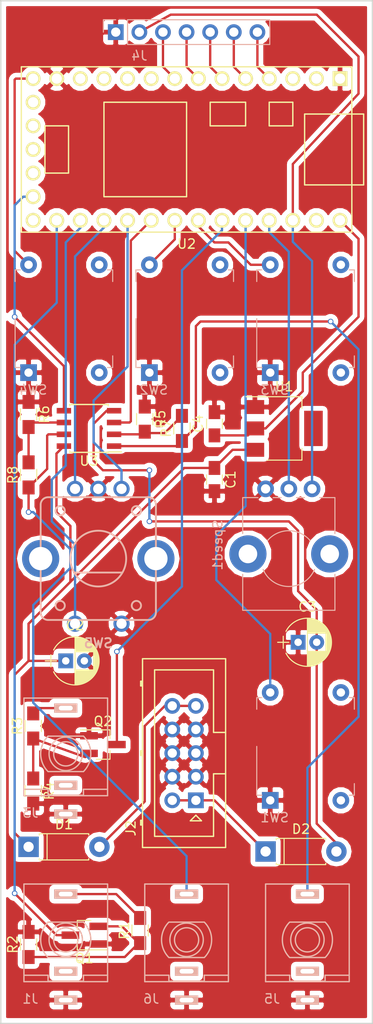
<source format=kicad_pcb>
(kicad_pcb (version 4) (host pcbnew 4.0.7)

  (general
    (links 75)
    (no_connects 1)
    (area 102.924999 48.924999 143.075001 159.075001)
    (thickness 1.6)
    (drawings 4)
    (tracks 180)
    (zones 0)
    (modules 31)
    (nets 49)
  )

  (page A4)
  (layers
    (0 F.Cu signal)
    (31 B.Cu signal)
    (32 B.Adhes user)
    (33 F.Adhes user)
    (34 B.Paste user)
    (35 F.Paste user)
    (36 B.SilkS user)
    (37 F.SilkS user)
    (38 B.Mask user)
    (39 F.Mask user)
    (40 Dwgs.User user)
    (41 Cmts.User user)
    (42 Eco1.User user)
    (43 Eco2.User user)
    (44 Edge.Cuts user)
    (45 Margin user)
    (46 B.CrtYd user)
    (47 F.CrtYd user)
    (48 B.Fab user)
    (49 F.Fab user)
  )

  (setup
    (last_trace_width 0.25)
    (trace_clearance 0.2)
    (zone_clearance 0.508)
    (zone_45_only no)
    (trace_min 0.2)
    (segment_width 0.2)
    (edge_width 0.15)
    (via_size 0.6)
    (via_drill 0.4)
    (via_min_size 0.4)
    (via_min_drill 0.3)
    (uvia_size 0.3)
    (uvia_drill 0.1)
    (uvias_allowed no)
    (uvia_min_size 0.2)
    (uvia_min_drill 0.1)
    (pcb_text_width 0.3)
    (pcb_text_size 1.5 1.5)
    (mod_edge_width 0.15)
    (mod_text_size 1 1)
    (mod_text_width 0.15)
    (pad_size 1.75 1.75)
    (pad_drill 1.1)
    (pad_to_mask_clearance 0.2)
    (aux_axis_origin 0 0)
    (visible_elements 7FFFFFFF)
    (pcbplotparams
      (layerselection 0x00030_80000001)
      (usegerberextensions false)
      (excludeedgelayer true)
      (linewidth 0.100000)
      (plotframeref false)
      (viasonmask false)
      (mode 1)
      (useauxorigin false)
      (hpglpennumber 1)
      (hpglpenspeed 20)
      (hpglpendiameter 15)
      (hpglpenoverlay 2)
      (psnegative false)
      (psa4output false)
      (plotreference true)
      (plotvalue true)
      (plotinvisibletext false)
      (padsonsilk false)
      (subtractmaskfromsilk false)
      (outputformat 1)
      (mirror false)
      (drillshape 1)
      (scaleselection 1)
      (outputdirectory ""))
  )

  (net 0 "")
  (net 1 "Net-(Q1-Pad2)")
  (net 2 /CLOCK)
  (net 3 GND)
  (net 4 "Net-(Q2-Pad2)")
  (net 5 /ACTION)
  (net 6 VCC)
  (net 7 VEE)
  (net 8 +5V)
  (net 9 "Net-(D1-Pad2)")
  (net 10 "Net-(D2-Pad1)")
  (net 11 "Net-(J1-Pad2)")
  (net 12 "Net-(J3-Pad2)")
  (net 13 "Net-(J5-Pad3)")
  (net 14 "Net-(J5-Pad2)")
  (net 15 "Net-(J6-Pad3)")
  (net 16 "Net-(J6-Pad2)")
  (net 17 "Net-(R5-Pad2)")
  (net 18 "Net-(R6-Pad2)")
  (net 19 +3V3)
  (net 20 "Net-(U2-Pad17)")
  (net 21 "Net-(U2-Pad18)")
  (net 22 /CV)
  (net 23 "Net-(U2-Pad20)")
  (net 24 "Net-(U2-Pad16)")
  (net 25 "Net-(U2-Pad15)")
  (net 26 /GATE)
  (net 27 /OLED_D0)
  (net 28 "Net-(U2-Pad32)")
  (net 29 /OLED_D1)
  (net 30 /OLED_CS)
  (net 31 /OLED_RES)
  (net 32 /OLED_DC)
  (net 33 "Net-(U2-Pad9)")
  (net 34 /ENC_3)
  (net 35 /ENC_1)
  (net 36 /ENC_SW)
  (net 37 "Net-(J1-Pad3)")
  (net 38 "Net-(J3-Pad3)")
  (net 39 /SPEED)
  (net 40 /ACTIONCV)
  (net 41 /LANE)
  (net 42 /RIGHT)
  (net 43 /LEFT)
  (net 44 "Net-(U2-Pad12)")
  (net 45 "Net-(U2-Pad11)")
  (net 46 "Net-(U2-Pad10)")
  (net 47 "Net-(U2-Pad3)")
  (net 48 "Net-(U2-Pad2)")

  (net_class Default "This is the default net class."
    (clearance 0.2)
    (trace_width 0.25)
    (via_dia 0.6)
    (via_drill 0.4)
    (uvia_dia 0.3)
    (uvia_drill 0.1)
    (add_net +3V3)
    (add_net +5V)
    (add_net /ACTION)
    (add_net /ACTIONCV)
    (add_net /CLOCK)
    (add_net /CV)
    (add_net /ENC_1)
    (add_net /ENC_3)
    (add_net /ENC_SW)
    (add_net /GATE)
    (add_net /LANE)
    (add_net /LEFT)
    (add_net /OLED_CS)
    (add_net /OLED_D0)
    (add_net /OLED_D1)
    (add_net /OLED_DC)
    (add_net /OLED_RES)
    (add_net /RIGHT)
    (add_net /SPEED)
    (add_net GND)
    (add_net "Net-(D1-Pad2)")
    (add_net "Net-(D2-Pad1)")
    (add_net "Net-(J1-Pad2)")
    (add_net "Net-(J1-Pad3)")
    (add_net "Net-(J3-Pad2)")
    (add_net "Net-(J3-Pad3)")
    (add_net "Net-(J5-Pad2)")
    (add_net "Net-(J5-Pad3)")
    (add_net "Net-(J6-Pad2)")
    (add_net "Net-(J6-Pad3)")
    (add_net "Net-(Q1-Pad2)")
    (add_net "Net-(Q2-Pad2)")
    (add_net "Net-(R5-Pad2)")
    (add_net "Net-(R6-Pad2)")
    (add_net "Net-(U2-Pad10)")
    (add_net "Net-(U2-Pad11)")
    (add_net "Net-(U2-Pad12)")
    (add_net "Net-(U2-Pad15)")
    (add_net "Net-(U2-Pad16)")
    (add_net "Net-(U2-Pad17)")
    (add_net "Net-(U2-Pad18)")
    (add_net "Net-(U2-Pad2)")
    (add_net "Net-(U2-Pad20)")
    (add_net "Net-(U2-Pad3)")
    (add_net "Net-(U2-Pad32)")
    (add_net "Net-(U2-Pad9)")
    (add_net VCC)
    (add_net VEE)
  )

  (module PlayDice:OLED_7_Pin_Connector (layer B.Cu) (tedit 5B437731) (tstamp 5B4373C3)
    (at 123 60)
    (descr "Through hole straight socket strip, 1x07, 2.54mm pitch, single row")
    (tags "Through hole socket strip THT 1x07 2.54mm single row")
    (path /5B3FAA95)
    (fp_text reference J4 (at -5.08 -5.08) (layer B.SilkS)
      (effects (font (size 1 1) (thickness 0.15)) (justify mirror))
    )
    (fp_text value OLED (at 1.27 -5.08 180) (layer B.Fab)
      (effects (font (size 1 1) (thickness 0.15)) (justify mirror))
    )
    (fp_line (start -8.89 -8.89) (end 8.89 -8.89) (layer B.Fab) (width 0.1))
    (fp_line (start 8.89 -8.89) (end 8.89 -6.35) (layer B.Fab) (width 0.1))
    (fp_line (start 8.89 -6.35) (end -8.89 -6.35) (layer B.Fab) (width 0.1))
    (fp_line (start -8.89 -6.35) (end -8.89 -8.89) (layer B.Fab) (width 0.1))
    (fp_line (start -6.35 -8.95) (end 8.95 -8.95) (layer B.SilkS) (width 0.12))
    (fp_line (start 8.95 -8.95) (end 8.95 -6.29) (layer B.SilkS) (width 0.12))
    (fp_line (start 8.95 -6.29) (end -6.35 -6.29) (layer B.SilkS) (width 0.12))
    (fp_line (start -6.35 -6.29) (end -6.35 -8.95) (layer B.SilkS) (width 0.12))
    (fp_line (start -7.62 -8.95) (end -8.95 -8.95) (layer B.SilkS) (width 0.12))
    (fp_line (start -8.95 -8.95) (end -8.95 -7.62) (layer B.SilkS) (width 0.12))
    (fp_line (start -9.42 -9.42) (end 9.43 -9.42) (layer B.CrtYd) (width 0.05))
    (fp_line (start 9.43 -9.42) (end 9.43 -5.82) (layer B.CrtYd) (width 0.05))
    (fp_line (start 9.43 -5.82) (end -9.42 -5.82) (layer B.CrtYd) (width 0.05))
    (fp_line (start -9.42 -5.82) (end -9.42 -9.42) (layer B.CrtYd) (width 0.05))
    (fp_text user %R (at -5.08 -5.08 180) (layer B.Fab)
      (effects (font (size 1 1) (thickness 0.15)) (justify mirror))
    )
    (pad 1 thru_hole rect (at -7.62 -7.62 270) (size 1.7 1.7) (drill 1) (layers *.Cu *.Mask)
      (net 3 GND))
    (pad 2 thru_hole oval (at -5.08 -7.62 270) (size 1.7 1.7) (drill 1) (layers *.Cu *.Mask)
      (net 19 +3V3))
    (pad 3 thru_hole oval (at -2.54 -7.62 270) (size 1.7 1.7) (drill 1) (layers *.Cu *.Mask)
      (net 27 /OLED_D0))
    (pad 4 thru_hole oval (at 0 -7.62 270) (size 1.7 1.7) (drill 1) (layers *.Cu *.Mask)
      (net 29 /OLED_D1))
    (pad 5 thru_hole oval (at 2.54 -7.62 270) (size 1.7 1.7) (drill 1) (layers *.Cu *.Mask)
      (net 31 /OLED_RES))
    (pad 6 thru_hole oval (at 5.08 -7.62 270) (size 1.7 1.7) (drill 1) (layers *.Cu *.Mask)
      (net 32 /OLED_DC))
    (pad 7 thru_hole oval (at 7.62 -7.62 270) (size 1.7 1.7) (drill 1) (layers *.Cu *.Mask)
      (net 30 /OLED_CS))
    (model ${KISYS3DMOD}/Socket_Strips.3dshapes/Socket_Strip_Straight_1x07_Pitch2.54mm.wrl
      (at (xyz 0 -0.3 0))
      (scale (xyz 1 1 1))
      (rotate (xyz 0 0 0))
    )
  )

  (module Buttons_Switches_THT:SW_MEC_5GTH9 (layer B.Cu) (tedit 59F0EAC8) (tstamp 5B437412)
    (at 132 135)
    (descr "MEC 5G single pole normally-open tactile switch")
    (tags "switch normally-open pushbutton push-button")
    (path /5B423AB9)
    (fp_text reference SW1 (at 0.475 1.85 180) (layer B.SilkS)
      (effects (font (size 1 1) (thickness 0.15)) (justify mirror))
    )
    (fp_text value "Action Button" (at 3.8 -13.6 180) (layer B.Fab)
      (effects (font (size 1 1) (thickness 0.15)) (justify mirror))
    )
    (fp_line (start -1.5 1.2) (end 9.1 1.2) (layer B.CrtYd) (width 0.05))
    (fp_line (start 9.1 1.2) (end 9.1 -12.8) (layer B.CrtYd) (width 0.05))
    (fp_line (start 9.1 -12.8) (end -1.5 -12.8) (layer B.CrtYd) (width 0.05))
    (fp_line (start -1.5 -12.8) (end -1.5 1.2) (layer B.CrtYd) (width 0.05))
    (fp_line (start 8.5 -0.55) (end 9.05 -0.55) (layer B.SilkS) (width 0.12))
    (fp_line (start 9.05 -0.55) (end 9.05 -1.8) (layer B.SilkS) (width 0.12))
    (fp_line (start 8.5 -11.05) (end 9.05 -11.05) (layer B.SilkS) (width 0.12))
    (fp_line (start 9.05 -11.05) (end 9.05 -9.8) (layer B.SilkS) (width 0.12))
    (fp_line (start -0.9 -0.55) (end -1.45 -0.55) (layer B.SilkS) (width 0.12))
    (fp_line (start -1.45 -0.55) (end -1.45 -5.8) (layer B.SilkS) (width 0.12))
    (fp_line (start -0.9 -11.05) (end -1.45 -11.05) (layer B.SilkS) (width 0.12))
    (fp_line (start -1.45 -11.05) (end -1.45 -9.8) (layer B.SilkS) (width 0.12))
    (fp_text user %R (at 3.8 -5.8 180) (layer B.Fab)
      (effects (font (size 1 1) (thickness 0.15)) (justify mirror))
    )
    (fp_circle (center -0.05 -1.5) (end -0.05 -1.1) (layer B.Fab) (width 0.1))
    (fp_line (start -1.2 -10.8) (end -1.2 -0.8) (layer B.Fab) (width 0.1))
    (fp_line (start -1.2 -0.8) (end 8.8 -0.8) (layer B.Fab) (width 0.1))
    (fp_line (start 8.8 -0.8) (end 8.8 -10.8) (layer B.Fab) (width 0.1))
    (fp_line (start 8.8 -10.8) (end -1.2 -10.8) (layer B.Fab) (width 0.1))
    (pad 3 thru_hole circle (at 7.6 0 270) (size 1.8 1.8) (drill 0.9) (layers *.Cu *.Mask))
    (pad 4 thru_hole circle (at 7.6 -11.6 270) (size 1.8 1.8) (drill 0.9) (layers *.Cu *.Mask))
    (pad 1 thru_hole rect (at 0 0 270) (size 1.8 1.8) (drill 0.9) (layers *.Cu *.Mask)
      (net 3 GND))
    (pad 2 thru_hole circle (at 0 -11.6 270) (size 1.8 1.8) (drill 0.9) (layers *.Cu *.Mask)
      (net 5 /ACTION))
    (model ${KISYS3DMOD}/Buttons_Switches_THT.3dshapes/SW_MEC_5GTH9.wrl
      (at (xyz 0 0 0))
      (scale (xyz 1 1 1))
      (rotate (xyz 0 0 0))
    )
  )

  (module Buttons_Switches_THT:SW_MEC_5GTH9 (layer B.Cu) (tedit 59F0EAC8) (tstamp 5B43741A)
    (at 119 89)
    (descr "MEC 5G single pole normally-open tactile switch")
    (tags "switch normally-open pushbutton push-button")
    (path /5B422EFA)
    (fp_text reference SW2 (at 0.475 1.85 180) (layer B.SilkS)
      (effects (font (size 1 1) (thickness 0.15)) (justify mirror))
    )
    (fp_text value "Lane Button" (at 3.8 -13.6 180) (layer B.Fab)
      (effects (font (size 1 1) (thickness 0.15)) (justify mirror))
    )
    (fp_line (start -1.5 1.2) (end 9.1 1.2) (layer B.CrtYd) (width 0.05))
    (fp_line (start 9.1 1.2) (end 9.1 -12.8) (layer B.CrtYd) (width 0.05))
    (fp_line (start 9.1 -12.8) (end -1.5 -12.8) (layer B.CrtYd) (width 0.05))
    (fp_line (start -1.5 -12.8) (end -1.5 1.2) (layer B.CrtYd) (width 0.05))
    (fp_line (start 8.5 -0.55) (end 9.05 -0.55) (layer B.SilkS) (width 0.12))
    (fp_line (start 9.05 -0.55) (end 9.05 -1.8) (layer B.SilkS) (width 0.12))
    (fp_line (start 8.5 -11.05) (end 9.05 -11.05) (layer B.SilkS) (width 0.12))
    (fp_line (start 9.05 -11.05) (end 9.05 -9.8) (layer B.SilkS) (width 0.12))
    (fp_line (start -0.9 -0.55) (end -1.45 -0.55) (layer B.SilkS) (width 0.12))
    (fp_line (start -1.45 -0.55) (end -1.45 -5.8) (layer B.SilkS) (width 0.12))
    (fp_line (start -0.9 -11.05) (end -1.45 -11.05) (layer B.SilkS) (width 0.12))
    (fp_line (start -1.45 -11.05) (end -1.45 -9.8) (layer B.SilkS) (width 0.12))
    (fp_text user %R (at 3.8 -5.8 180) (layer B.Fab)
      (effects (font (size 1 1) (thickness 0.15)) (justify mirror))
    )
    (fp_circle (center -0.05 -1.5) (end -0.05 -1.1) (layer B.Fab) (width 0.1))
    (fp_line (start -1.2 -10.8) (end -1.2 -0.8) (layer B.Fab) (width 0.1))
    (fp_line (start -1.2 -0.8) (end 8.8 -0.8) (layer B.Fab) (width 0.1))
    (fp_line (start 8.8 -0.8) (end 8.8 -10.8) (layer B.Fab) (width 0.1))
    (fp_line (start 8.8 -10.8) (end -1.2 -10.8) (layer B.Fab) (width 0.1))
    (pad 3 thru_hole circle (at 7.6 0 270) (size 1.8 1.8) (drill 0.9) (layers *.Cu *.Mask))
    (pad 4 thru_hole circle (at 7.6 -11.6 270) (size 1.8 1.8) (drill 0.9) (layers *.Cu *.Mask))
    (pad 1 thru_hole rect (at 0 0 270) (size 1.8 1.8) (drill 0.9) (layers *.Cu *.Mask)
      (net 3 GND))
    (pad 2 thru_hole circle (at 0 -11.6 270) (size 1.8 1.8) (drill 0.9) (layers *.Cu *.Mask)
      (net 41 /LANE))
    (model ${KISYS3DMOD}/Buttons_Switches_THT.3dshapes/SW_MEC_5GTH9.wrl
      (at (xyz 0 0 0))
      (scale (xyz 1 1 1))
      (rotate (xyz 0 0 0))
    )
  )

  (module Buttons_Switches_THT:SW_MEC_5GTH9 (layer B.Cu) (tedit 59F0EAC8) (tstamp 5B437422)
    (at 132 89)
    (descr "MEC 5G single pole normally-open tactile switch")
    (tags "switch normally-open pushbutton push-button")
    (path /5A99E833)
    (fp_text reference SW3 (at 0.475 1.85 180) (layer B.SilkS)
      (effects (font (size 1 1) (thickness 0.15)) (justify mirror))
    )
    (fp_text value "Right Button" (at 3.8 -13.6 180) (layer B.Fab)
      (effects (font (size 1 1) (thickness 0.15)) (justify mirror))
    )
    (fp_line (start -1.5 1.2) (end 9.1 1.2) (layer B.CrtYd) (width 0.05))
    (fp_line (start 9.1 1.2) (end 9.1 -12.8) (layer B.CrtYd) (width 0.05))
    (fp_line (start 9.1 -12.8) (end -1.5 -12.8) (layer B.CrtYd) (width 0.05))
    (fp_line (start -1.5 -12.8) (end -1.5 1.2) (layer B.CrtYd) (width 0.05))
    (fp_line (start 8.5 -0.55) (end 9.05 -0.55) (layer B.SilkS) (width 0.12))
    (fp_line (start 9.05 -0.55) (end 9.05 -1.8) (layer B.SilkS) (width 0.12))
    (fp_line (start 8.5 -11.05) (end 9.05 -11.05) (layer B.SilkS) (width 0.12))
    (fp_line (start 9.05 -11.05) (end 9.05 -9.8) (layer B.SilkS) (width 0.12))
    (fp_line (start -0.9 -0.55) (end -1.45 -0.55) (layer B.SilkS) (width 0.12))
    (fp_line (start -1.45 -0.55) (end -1.45 -5.8) (layer B.SilkS) (width 0.12))
    (fp_line (start -0.9 -11.05) (end -1.45 -11.05) (layer B.SilkS) (width 0.12))
    (fp_line (start -1.45 -11.05) (end -1.45 -9.8) (layer B.SilkS) (width 0.12))
    (fp_text user %R (at 3.8 -5.8 180) (layer B.Fab)
      (effects (font (size 1 1) (thickness 0.15)) (justify mirror))
    )
    (fp_circle (center -0.05 -1.5) (end -0.05 -1.1) (layer B.Fab) (width 0.1))
    (fp_line (start -1.2 -10.8) (end -1.2 -0.8) (layer B.Fab) (width 0.1))
    (fp_line (start -1.2 -0.8) (end 8.8 -0.8) (layer B.Fab) (width 0.1))
    (fp_line (start 8.8 -0.8) (end 8.8 -10.8) (layer B.Fab) (width 0.1))
    (fp_line (start 8.8 -10.8) (end -1.2 -10.8) (layer B.Fab) (width 0.1))
    (pad 3 thru_hole circle (at 7.6 0 270) (size 1.8 1.8) (drill 0.9) (layers *.Cu *.Mask))
    (pad 4 thru_hole circle (at 7.6 -11.6 270) (size 1.8 1.8) (drill 0.9) (layers *.Cu *.Mask))
    (pad 1 thru_hole rect (at 0 0 270) (size 1.8 1.8) (drill 0.9) (layers *.Cu *.Mask)
      (net 3 GND))
    (pad 2 thru_hole circle (at 0 -11.6 270) (size 1.8 1.8) (drill 0.9) (layers *.Cu *.Mask)
      (net 42 /RIGHT))
    (model ${KISYS3DMOD}/Buttons_Switches_THT.3dshapes/SW_MEC_5GTH9.wrl
      (at (xyz 0 0 0))
      (scale (xyz 1 1 1))
      (rotate (xyz 0 0 0))
    )
  )

  (module Buttons_Switches_THT:SW_MEC_5GTH9 (layer B.Cu) (tedit 59F0EAC8) (tstamp 5B43742A)
    (at 106 89)
    (descr "MEC 5G single pole normally-open tactile switch")
    (tags "switch normally-open pushbutton push-button")
    (path /5A99E8D7)
    (fp_text reference SW4 (at 0.475 1.85 180) (layer B.SilkS)
      (effects (font (size 1 1) (thickness 0.15)) (justify mirror))
    )
    (fp_text value "Left Button" (at 3.8 -13.6 180) (layer B.Fab)
      (effects (font (size 1 1) (thickness 0.15)) (justify mirror))
    )
    (fp_line (start -1.5 1.2) (end 9.1 1.2) (layer B.CrtYd) (width 0.05))
    (fp_line (start 9.1 1.2) (end 9.1 -12.8) (layer B.CrtYd) (width 0.05))
    (fp_line (start 9.1 -12.8) (end -1.5 -12.8) (layer B.CrtYd) (width 0.05))
    (fp_line (start -1.5 -12.8) (end -1.5 1.2) (layer B.CrtYd) (width 0.05))
    (fp_line (start 8.5 -0.55) (end 9.05 -0.55) (layer B.SilkS) (width 0.12))
    (fp_line (start 9.05 -0.55) (end 9.05 -1.8) (layer B.SilkS) (width 0.12))
    (fp_line (start 8.5 -11.05) (end 9.05 -11.05) (layer B.SilkS) (width 0.12))
    (fp_line (start 9.05 -11.05) (end 9.05 -9.8) (layer B.SilkS) (width 0.12))
    (fp_line (start -0.9 -0.55) (end -1.45 -0.55) (layer B.SilkS) (width 0.12))
    (fp_line (start -1.45 -0.55) (end -1.45 -5.8) (layer B.SilkS) (width 0.12))
    (fp_line (start -0.9 -11.05) (end -1.45 -11.05) (layer B.SilkS) (width 0.12))
    (fp_line (start -1.45 -11.05) (end -1.45 -9.8) (layer B.SilkS) (width 0.12))
    (fp_text user %R (at 3.8 -5.8 180) (layer B.Fab)
      (effects (font (size 1 1) (thickness 0.15)) (justify mirror))
    )
    (fp_circle (center -0.05 -1.5) (end -0.05 -1.1) (layer B.Fab) (width 0.1))
    (fp_line (start -1.2 -10.8) (end -1.2 -0.8) (layer B.Fab) (width 0.1))
    (fp_line (start -1.2 -0.8) (end 8.8 -0.8) (layer B.Fab) (width 0.1))
    (fp_line (start 8.8 -0.8) (end 8.8 -10.8) (layer B.Fab) (width 0.1))
    (fp_line (start 8.8 -10.8) (end -1.2 -10.8) (layer B.Fab) (width 0.1))
    (pad 3 thru_hole circle (at 7.6 0 270) (size 1.8 1.8) (drill 0.9) (layers *.Cu *.Mask))
    (pad 4 thru_hole circle (at 7.6 -11.6 270) (size 1.8 1.8) (drill 0.9) (layers *.Cu *.Mask))
    (pad 1 thru_hole rect (at 0 0 270) (size 1.8 1.8) (drill 0.9) (layers *.Cu *.Mask)
      (net 3 GND))
    (pad 2 thru_hole circle (at 0 -11.6 270) (size 1.8 1.8) (drill 0.9) (layers *.Cu *.Mask)
      (net 43 /LEFT))
    (model ${KISYS3DMOD}/Buttons_Switches_THT.3dshapes/SW_MEC_5GTH9.wrl
      (at (xyz 0 0 0))
      (scale (xyz 1 1 1))
      (rotate (xyz 0 0 0))
    )
  )

  (module Connectors_Multicomp:Multicomp_MC9A12-1034_2x05x2.54mm_Straight (layer F.Cu) (tedit 56C61E6B) (tstamp 5B4373B1)
    (at 124 135 90)
    (descr http://www.farnell.com/datasheets/1520732.pdf)
    (tags "connector multicomp MC9A MC9A12")
    (path /5B44E65B)
    (fp_text reference J2 (at -3 -7 90) (layer F.SilkS)
      (effects (font (size 1 1) (thickness 0.15)))
    )
    (fp_text value Eurorack_10_pin_power (at 5.08 5 90) (layer F.Fab)
      (effects (font (size 1 1) (thickness 0.15)))
    )
    (fp_line (start -5.07 3.2) (end -5.07 -5.74) (layer F.SilkS) (width 0.15))
    (fp_line (start -5.07 -5.74) (end 15.23 -5.74) (layer F.SilkS) (width 0.15))
    (fp_line (start 15.23 -5.74) (end 15.23 3.2) (layer F.SilkS) (width 0.15))
    (fp_line (start 15.23 3.2) (end -5.07 3.2) (layer F.SilkS) (width 0.15))
    (fp_line (start 2.855 3.2) (end 2.855 1.9) (layer F.SilkS) (width 0.15))
    (fp_line (start 2.855 1.9) (end -3.87 1.9) (layer F.SilkS) (width 0.15))
    (fp_line (start -3.87 1.9) (end -3.87 -4.44) (layer F.SilkS) (width 0.15))
    (fp_line (start -3.87 -4.44) (end 14.03 -4.44) (layer F.SilkS) (width 0.15))
    (fp_line (start 14.03 -4.44) (end 14.03 1.9) (layer F.SilkS) (width 0.15))
    (fp_line (start 14.03 1.9) (end 7.305 1.9) (layer F.SilkS) (width 0.15))
    (fp_line (start 7.305 1.9) (end 7.305 3.2) (layer F.SilkS) (width 0.15))
    (fp_line (start 4.83 -5.74) (end 4.83 -5.94) (layer F.SilkS) (width 0.15))
    (fp_line (start 4.83 -5.94) (end 5.33 -5.94) (layer F.SilkS) (width 0.15))
    (fp_line (start 5.33 -5.94) (end 5.33 -5.74) (layer F.SilkS) (width 0.15))
    (fp_line (start 4.83 -5.84) (end 5.33 -5.84) (layer F.SilkS) (width 0.15))
    (fp_line (start 12.31 -5.74) (end 12.31 -5.94) (layer F.SilkS) (width 0.15))
    (fp_line (start 12.31 -5.94) (end 12.81 -5.94) (layer F.SilkS) (width 0.15))
    (fp_line (start 12.81 -5.94) (end 12.81 -5.74) (layer F.SilkS) (width 0.15))
    (fp_line (start 12.31 -5.84) (end 12.81 -5.84) (layer F.SilkS) (width 0.15))
    (fp_line (start -2.65 -5.74) (end -2.65 -5.94) (layer F.SilkS) (width 0.15))
    (fp_line (start -2.65 -5.94) (end -2.15 -5.94) (layer F.SilkS) (width 0.15))
    (fp_line (start -2.15 -5.94) (end -2.15 -5.74) (layer F.SilkS) (width 0.15))
    (fp_line (start -2.65 -5.84) (end -2.15 -5.84) (layer F.SilkS) (width 0.15))
    (fp_line (start -2.2 0.6) (end -2.2 -0.6) (layer F.SilkS) (width 0.15))
    (fp_line (start -2.2 -0.6) (end -1.6 0) (layer F.SilkS) (width 0.15))
    (fp_line (start -1.6 0) (end -2.2 0.6) (layer F.SilkS) (width 0.15))
    (fp_line (start -5.55 3.7) (end -5.55 -6.25) (layer F.CrtYd) (width 0.05))
    (fp_line (start -5.55 -6.25) (end 15.75 -6.25) (layer F.CrtYd) (width 0.05))
    (fp_line (start 15.75 -6.25) (end 15.75 3.7) (layer F.CrtYd) (width 0.05))
    (fp_line (start 15.75 3.7) (end -5.55 3.7) (layer F.CrtYd) (width 0.05))
    (pad 1 thru_hole rect (at 0 0 90) (size 1.7 1.7) (drill 1) (layers *.Cu *.Mask)
      (net 10 "Net-(D2-Pad1)"))
    (pad 2 thru_hole circle (at 0 -2.54 90) (size 1.7 1.7) (drill 1) (layers *.Cu *.Mask)
      (net 10 "Net-(D2-Pad1)"))
    (pad 3 thru_hole circle (at 2.54 0 90) (size 1.7 1.7) (drill 1) (layers *.Cu *.Mask)
      (net 3 GND))
    (pad 4 thru_hole circle (at 2.54 -2.54 90) (size 1.7 1.7) (drill 1) (layers *.Cu *.Mask)
      (net 3 GND))
    (pad 5 thru_hole circle (at 5.08 0 90) (size 1.7 1.7) (drill 1) (layers *.Cu *.Mask)
      (net 3 GND))
    (pad 6 thru_hole circle (at 5.08 -2.54 90) (size 1.7 1.7) (drill 1) (layers *.Cu *.Mask)
      (net 3 GND))
    (pad 7 thru_hole circle (at 7.62 0 90) (size 1.7 1.7) (drill 1) (layers *.Cu *.Mask)
      (net 3 GND))
    (pad 8 thru_hole circle (at 7.62 -2.54 90) (size 1.7 1.7) (drill 1) (layers *.Cu *.Mask)
      (net 3 GND))
    (pad 9 thru_hole circle (at 10.16 0 90) (size 1.7 1.7) (drill 1) (layers *.Cu *.Mask)
      (net 9 "Net-(D1-Pad2)"))
    (pad 10 thru_hole circle (at 10.16 -2.54 90) (size 1.7 1.7) (drill 1) (layers *.Cu *.Mask)
      (net 9 "Net-(D1-Pad2)"))
  )

  (module PlayDice:Rotary_Encoder_Switch (layer B.Cu) (tedit 5B462747) (tstamp 5B437435)
    (at 113.5 109)
    (tags "rotary, encoder, ALPS")
    (path /5B42372D)
    (fp_text reference SW5 (at 0 9.1) (layer B.SilkS)
      (effects (font (size 1 1) (thickness 0.2)) (justify mirror))
    )
    (fp_text value Rotary_Encoder_Switch (at 0 4.8) (layer B.SilkS) hide
      (effects (font (size 1 1) (thickness 0.2)) (justify mirror))
    )
    (fp_circle (center 0 0) (end 3.75 0) (layer B.Fab) (width 0.05))
    (fp_circle (center -4.1 -5.15) (end -3.6 -5.15) (layer B.SilkS) (width 0.2))
    (fp_circle (center 4.1 -5.15) (end 4.6 -5.15) (layer B.SilkS) (width 0.2))
    (fp_circle (center 4.1 5.05) (end 4.6 5.05) (layer B.SilkS) (width 0.2))
    (fp_circle (center -4.1 5.05) (end -3.6 5.05) (layer B.SilkS) (width 0.2))
    (fp_line (start -6.2 -5.8) (end -6.2 5.8) (layer B.SilkS) (width 0.2))
    (fp_line (start 6.2 5.8) (end 6.2 -5.8) (layer B.SilkS) (width 0.2))
    (fp_line (start -5.4 6.6) (end 5.4 6.6) (layer B.SilkS) (width 0.2))
    (fp_line (start -5.4 -6.6) (end 5.4 -6.6) (layer B.SilkS) (width 0.2))
    (fp_arc (start -5.4 5.8) (end -6.2 5.8) (angle -90) (layer B.SilkS) (width 0.2))
    (fp_arc (start -5.4 -5.8) (end -5.4 -6.6) (angle -90) (layer B.SilkS) (width 0.2))
    (fp_arc (start 5.4 -5.8) (end 6.2 -5.8) (angle -90) (layer B.SilkS) (width 0.2))
    (fp_arc (start 5.4 5.8) (end 5.4 6.6) (angle -90) (layer B.SilkS) (width 0.2))
    (fp_line (start -2.6 1.5) (end 2.6 1.5) (layer B.SilkS) (width 0.2))
    (fp_circle (center 0 0) (end 3 0) (layer B.SilkS) (width 0.2))
    (pad 1 thru_hole circle (at -2.5 -7.5) (size 1.75 1.75) (drill 1.1) (layers *.Cu *.Mask)
      (net 35 /ENC_1))
    (pad 3 thru_hole circle (at 2.5 -7.5) (size 1.75 1.75) (drill 1.1) (layers *.Cu *.Mask)
      (net 34 /ENC_3))
    (pad 2 thru_hole circle (at 0 -7.5) (size 1.75 1.75) (drill 1.1) (layers *.Cu *.Mask)
      (net 3 GND))
    (pad 5 thru_hole circle (at 2.5 7) (size 1.75 1.75) (drill 1.1) (layers *.Cu *.Mask)
      (net 3 GND))
    (pad 4 thru_hole circle (at -2.5 7) (size 1.75 1.75) (drill 1.1) (layers *.Cu *.Mask)
      (net 36 /ENC_SW))
    (pad body thru_hole oval (at 6.2 0) (size 4 4) (drill 2.5) (layers *.Cu *.Mask))
    (pad body thru_hole oval (at -6.2 0) (size 4 4) (drill 2.5) (layers *.Cu *.Mask))
  )

  (module PlayDice:Teensy30_31_32_LC (layer F.Cu) (tedit 5B424CAD) (tstamp 5B437474)
    (at 123 65 180)
    (path /5A99E489)
    (fp_text reference U2 (at 0 -10.16 180) (layer F.SilkS)
      (effects (font (size 1 1) (thickness 0.15)))
    )
    (fp_text value Teensy3.2 (at 0 10.16 180) (layer F.Fab)
      (effects (font (size 1 1) (thickness 0.15)))
    )
    (fp_line (start -17.78 3.81) (end -19.05 3.81) (layer F.SilkS) (width 0.15))
    (fp_line (start -19.05 3.81) (end -19.05 -3.81) (layer F.SilkS) (width 0.15))
    (fp_line (start -19.05 -3.81) (end -17.78 -3.81) (layer F.SilkS) (width 0.15))
    (fp_line (start -6.35 5.08) (end -2.54 5.08) (layer F.SilkS) (width 0.15))
    (fp_line (start -2.54 5.08) (end -2.54 2.54) (layer F.SilkS) (width 0.15))
    (fp_line (start -2.54 2.54) (end -6.35 2.54) (layer F.SilkS) (width 0.15))
    (fp_line (start -6.35 2.54) (end -6.35 5.08) (layer F.SilkS) (width 0.15))
    (fp_line (start -12.7 3.81) (end -12.7 -3.81) (layer F.SilkS) (width 0.15))
    (fp_line (start -12.7 -3.81) (end -17.78 -3.81) (layer F.SilkS) (width 0.15))
    (fp_line (start -12.7 3.81) (end -17.78 3.81) (layer F.SilkS) (width 0.15))
    (fp_line (start -11.43 5.08) (end -8.89 5.08) (layer F.SilkS) (width 0.15))
    (fp_line (start -8.89 5.08) (end -8.89 2.54) (layer F.SilkS) (width 0.15))
    (fp_line (start -8.89 2.54) (end -11.43 2.54) (layer F.SilkS) (width 0.15))
    (fp_line (start -11.43 2.54) (end -11.43 5.08) (layer F.SilkS) (width 0.15))
    (fp_line (start 15.24 -2.54) (end 15.24 2.54) (layer F.SilkS) (width 0.15))
    (fp_line (start 15.24 2.54) (end 12.7 2.54) (layer F.SilkS) (width 0.15))
    (fp_line (start 12.7 2.54) (end 12.7 -2.54) (layer F.SilkS) (width 0.15))
    (fp_line (start 12.7 -2.54) (end 15.24 -2.54) (layer F.SilkS) (width 0.15))
    (fp_line (start 8.89 5.08) (end 8.89 -5.08) (layer F.SilkS) (width 0.15))
    (fp_line (start 0 -5.08) (end 0 5.08) (layer F.SilkS) (width 0.15))
    (fp_line (start 8.89 -5.08) (end 0 -5.08) (layer F.SilkS) (width 0.15))
    (fp_line (start 8.89 5.08) (end 0 5.08) (layer F.SilkS) (width 0.15))
    (fp_line (start -17.78 -8.89) (end 17.78 -8.89) (layer F.SilkS) (width 0.15))
    (fp_line (start 17.78 -8.89) (end 17.78 8.89) (layer F.SilkS) (width 0.15))
    (fp_line (start 17.78 8.89) (end -17.78 8.89) (layer F.SilkS) (width 0.15))
    (fp_line (start -17.78 8.89) (end -17.78 -8.89) (layer F.SilkS) (width 0.15))
    (pad 17 thru_hole circle (at 16.51 0 180) (size 1.6 1.6) (drill 1.1) (layers *.Cu *.Mask F.SilkS)
      (net 20 "Net-(U2-Pad17)"))
    (pad 18 thru_hole circle (at 16.51 -2.54 180) (size 1.6 1.6) (drill 1.1) (layers *.Cu *.Mask F.SilkS)
      (net 21 "Net-(U2-Pad18)"))
    (pad 19 thru_hole circle (at 16.51 -5.08 180) (size 1.6 1.6) (drill 1.1) (layers *.Cu *.Mask F.SilkS)
      (net 22 /CV))
    (pad 20 thru_hole circle (at 16.51 -7.62 180) (size 1.6 1.6) (drill 1.1) (layers *.Cu *.Mask F.SilkS)
      (net 23 "Net-(U2-Pad20)"))
    (pad 16 thru_hole circle (at 16.51 2.54 180) (size 1.6 1.6) (drill 1.1) (layers *.Cu *.Mask F.SilkS)
      (net 24 "Net-(U2-Pad16)"))
    (pad 15 thru_hole circle (at 16.51 5.08 180) (size 1.6 1.6) (drill 1.1) (layers *.Cu *.Mask F.SilkS)
      (net 25 "Net-(U2-Pad15)"))
    (pad 14 thru_hole circle (at 16.51 7.62 180) (size 1.6 1.6) (drill 1.1) (layers *.Cu *.Mask F.SilkS)
      (net 43 /LEFT))
    (pad 21 thru_hole circle (at 13.97 -7.62 180) (size 1.6 1.6) (drill 1.1) (layers *.Cu *.Mask F.SilkS)
      (net 2 /CLOCK))
    (pad 22 thru_hole circle (at 11.43 -7.62 180) (size 1.6 1.6) (drill 1.1) (layers *.Cu *.Mask F.SilkS)
      (net 36 /ENC_SW))
    (pad 23 thru_hole circle (at 8.89 -7.62 180) (size 1.6 1.6) (drill 1.1) (layers *.Cu *.Mask F.SilkS)
      (net 35 /ENC_1))
    (pad 24 thru_hole circle (at 6.35 -7.62 180) (size 1.6 1.6) (drill 1.1) (layers *.Cu *.Mask F.SilkS)
      (net 34 /ENC_3))
    (pad 25 thru_hole circle (at 3.81 -7.62 180) (size 1.6 1.6) (drill 1.1) (layers *.Cu *.Mask F.SilkS)
      (net 26 /GATE))
    (pad 26 thru_hole circle (at 1.27 -7.62 180) (size 1.6 1.6) (drill 1.1) (layers *.Cu *.Mask F.SilkS)
      (net 41 /LANE))
    (pad 27 thru_hole circle (at -1.27 -7.62 180) (size 1.6 1.6) (drill 1.1) (layers *.Cu *.Mask F.SilkS)
      (net 42 /RIGHT))
    (pad 28 thru_hole circle (at -3.81 -7.62 180) (size 1.6 1.6) (drill 1.1) (layers *.Cu *.Mask F.SilkS)
      (net 40 /ACTIONCV))
    (pad 29 thru_hole circle (at -6.35 -7.62 180) (size 1.6 1.6) (drill 1.1) (layers *.Cu *.Mask F.SilkS)
      (net 5 /ACTION))
    (pad 30 thru_hole circle (at -8.89 -7.62 180) (size 1.6 1.6) (drill 1.1) (layers *.Cu *.Mask F.SilkS)
      (net 39 /SPEED))
    (pad 31 thru_hole circle (at -11.43 -7.62 180) (size 1.6 1.6) (drill 1.1) (layers *.Cu *.Mask F.SilkS)
      (net 19 +3V3))
    (pad 32 thru_hole circle (at -13.97 -7.62 180) (size 1.6 1.6) (drill 1.1) (layers *.Cu *.Mask F.SilkS)
      (net 28 "Net-(U2-Pad32)"))
    (pad 33 thru_hole circle (at -16.51 -7.62 180) (size 1.6 1.6) (drill 1.1) (layers *.Cu *.Mask F.SilkS)
      (net 8 +5V))
    (pad 13 thru_hole circle (at 13.97 7.62 180) (size 1.6 1.6) (drill 1.1) (layers *.Cu *.Mask F.SilkS)
      (net 3 GND))
    (pad 12 thru_hole circle (at 11.43 7.62 180) (size 1.6 1.6) (drill 1.1) (layers *.Cu *.Mask F.SilkS)
      (net 44 "Net-(U2-Pad12)"))
    (pad 11 thru_hole circle (at 8.89 7.62 180) (size 1.6 1.6) (drill 1.1) (layers *.Cu *.Mask F.SilkS)
      (net 45 "Net-(U2-Pad11)"))
    (pad 10 thru_hole circle (at 6.35 7.62 180) (size 1.6 1.6) (drill 1.1) (layers *.Cu *.Mask F.SilkS)
      (net 46 "Net-(U2-Pad10)"))
    (pad 9 thru_hole circle (at 3.81 7.62 180) (size 1.6 1.6) (drill 1.1) (layers *.Cu *.Mask F.SilkS)
      (net 33 "Net-(U2-Pad9)"))
    (pad 8 thru_hole circle (at 1.27 7.62 180) (size 1.6 1.6) (drill 1.1) (layers *.Cu *.Mask F.SilkS)
      (net 27 /OLED_D0))
    (pad 7 thru_hole circle (at -1.27 7.62 180) (size 1.6 1.6) (drill 1.1) (layers *.Cu *.Mask F.SilkS)
      (net 29 /OLED_D1))
    (pad 6 thru_hole circle (at -3.81 7.62 180) (size 1.6 1.6) (drill 1.1) (layers *.Cu *.Mask F.SilkS)
      (net 31 /OLED_RES))
    (pad 5 thru_hole circle (at -6.35 7.62 180) (size 1.6 1.6) (drill 1.1) (layers *.Cu *.Mask F.SilkS)
      (net 32 /OLED_DC))
    (pad 4 thru_hole circle (at -8.89 7.62 180) (size 1.6 1.6) (drill 1.1) (layers *.Cu *.Mask F.SilkS)
      (net 30 /OLED_CS))
    (pad 3 thru_hole circle (at -11.43 7.62 180) (size 1.6 1.6) (drill 1.1) (layers *.Cu *.Mask F.SilkS)
      (net 47 "Net-(U2-Pad3)"))
    (pad 2 thru_hole circle (at -13.97 7.62 180) (size 1.6 1.6) (drill 1.1) (layers *.Cu *.Mask F.SilkS)
      (net 48 "Net-(U2-Pad2)"))
    (pad 1 thru_hole rect (at -16.51 7.62 180) (size 1.6 1.6) (drill 1.1) (layers *.Cu *.Mask F.SilkS)
      (net 3 GND))
  )

  (module Potentiometers:Potentiometer_Alps_RK09K_Horizontal (layer B.Cu) (tedit 58826B09) (tstamp 5B43740A)
    (at 136.5 101.5 270)
    (descr "Potentiometer, horizontally mounted, Omeg PC16PU, Omeg PC16PU, Omeg PC16PU, Vishay/Spectrol 248GJ/249GJ Single, Vishay/Spectrol 248GJ/249GJ Single, Vishay/Spectrol 248GJ/249GJ Single, Vishay/Spectrol 248GH/249GH Single, Vishay/Spectrol 148/149 Single, Vishay/Spectrol 148/149 Single, Vishay/Spectrol 148/149 Single, Vishay/Spectrol 148A/149A Single with mounting plates, Vishay/Spectrol 148/149 Double, Vishay/Spectrol 148A/149A Double with mounting plates, Piher PC-16 Single, Piher PC-16 Single, Piher PC-16 Single, Piher PC-16SV Single, Piher PC-16 Double, Piher PC-16 Triple, Piher T16H Single, Piher T16L Single, Piher T16H Double, Alps RK163 Single, Alps RK163 Double, Alps RK097 Single, Alps RK097 Double, Bourns PTV09A-2 Single with mounting sleve Single, Bourns PTV09A-1 with mounting sleve Single, Bourns PRS11S Single, Alps RK09K Single with mounting sleve Single, Alps RK09K with mounting sleve Single, http://www.alps.com/prod/info/E/HTML/Potentiometer/RotaryPotentiometers/RK09K/RK09D1130C1B.html")
    (tags "Potentiometer horizontal  Omeg PC16PU  Omeg PC16PU  Omeg PC16PU  Vishay/Spectrol 248GJ/249GJ Single  Vishay/Spectrol 248GJ/249GJ Single  Vishay/Spectrol 248GJ/249GJ Single  Vishay/Spectrol 248GH/249GH Single  Vishay/Spectrol 148/149 Single  Vishay/Spectrol 148/149 Single  Vishay/Spectrol 148/149 Single  Vishay/Spectrol 148A/149A Single with mounting plates  Vishay/Spectrol 148/149 Double  Vishay/Spectrol 148A/149A Double with mounting plates  Piher PC-16 Single  Piher PC-16 Single  Piher PC-16 Single  Piher PC-16SV Single  Piher PC-16 Double  Piher PC-16 Triple  Piher T16H Single  Piher T16L Single  Piher T16H Double  Alps RK163 Single  Alps RK163 Double  Alps RK097 Single  Alps RK097 Double  Bourns PTV09A-2 Single with mounting sleve Single  Bourns PTV09A-1 with mounting sleve Single  Bourns PRS11S Single  Alps RK09K Single with mounting sleve Single  Alps RK09K with mounting sleve Single")
    (path /5A99E620)
    (fp_text reference Speed1 (at 6.05 10.15 270) (layer B.SilkS)
      (effects (font (size 1 1) (thickness 0.15)) (justify mirror))
    )
    (fp_text value B10K (at 6.05 -5.15 270) (layer B.Fab)
      (effects (font (size 1 1) (thickness 0.15)) (justify mirror))
    )
    (fp_arc (start 7.5 2.5) (end 8.673 -0.262) (angle 134) (layer B.SilkS) (width 0.12))
    (fp_arc (start 7.5 2.5) (end 5.572 4.798) (angle 100) (layer B.SilkS) (width 0.12))
    (fp_circle (center 7.5 2.5) (end 10.75 2.5) (layer B.Fab) (width 0.1))
    (fp_circle (center 7.5 2.5) (end 10.5 2.5) (layer B.Fab) (width 0.1))
    (fp_line (start 1 7.4) (end 1 -2.4) (layer B.Fab) (width 0.1))
    (fp_line (start 1 -2.4) (end 13 -2.4) (layer B.Fab) (width 0.1))
    (fp_line (start 13 -2.4) (end 13 7.4) (layer B.Fab) (width 0.1))
    (fp_line (start 13 7.4) (end 1 7.4) (layer B.Fab) (width 0.1))
    (fp_line (start 0.94 7.461) (end 4.806 7.461) (layer B.SilkS) (width 0.12))
    (fp_line (start 9.195 7.461) (end 13.06 7.461) (layer B.SilkS) (width 0.12))
    (fp_line (start 0.94 -2.46) (end 4.806 -2.46) (layer B.SilkS) (width 0.12))
    (fp_line (start 9.195 -2.46) (end 13.06 -2.46) (layer B.SilkS) (width 0.12))
    (fp_line (start 0.94 7.461) (end 0.94 5.825) (layer B.SilkS) (width 0.12))
    (fp_line (start 0.94 4.175) (end 0.94 3.325) (layer B.SilkS) (width 0.12))
    (fp_line (start 0.94 1.675) (end 0.94 0.825) (layer B.SilkS) (width 0.12))
    (fp_line (start 0.94 -0.825) (end 0.94 -2.46) (layer B.SilkS) (width 0.12))
    (fp_line (start 13.06 7.461) (end 13.06 -2.46) (layer B.SilkS) (width 0.12))
    (fp_line (start -1.15 9.15) (end -1.15 -4.15) (layer B.CrtYd) (width 0.05))
    (fp_line (start -1.15 -4.15) (end 13.25 -4.15) (layer B.CrtYd) (width 0.05))
    (fp_line (start 13.25 -4.15) (end 13.25 9.15) (layer B.CrtYd) (width 0.05))
    (fp_line (start 13.25 9.15) (end -1.15 9.15) (layer B.CrtYd) (width 0.05))
    (pad 3 thru_hole circle (at 0 5 270) (size 1.8 1.8) (drill 1) (layers *.Cu *.Mask)
      (net 3 GND))
    (pad 2 thru_hole circle (at 0 2.5 270) (size 1.8 1.8) (drill 1) (layers *.Cu *.Mask)
      (net 39 /SPEED))
    (pad 1 thru_hole circle (at 0 0 270) (size 1.8 1.8) (drill 1) (layers *.Cu *.Mask)
      (net 19 +3V3))
    (pad 0 np_thru_hole circle (at 7 6.9 270) (size 4 4) (drill 2) (layers *.Cu *.Mask))
    (pad 0 np_thru_hole circle (at 7 -1.9 270) (size 4 4) (drill 2) (layers *.Cu *.Mask))
    (model Potentiometers.3dshapes/Potentiometer_Alps_RK09K_Horizontal.wrl
      (at (xyz 0 0 0))
      (scale (xyz 0.393701 0.393701 0.393701))
      (rotate (xyz 0 0 0))
    )
  )

  (module PlayDice:THONKICONN (layer B.Cu) (tedit 560B1645) (tstamp 5B4373D1)
    (at 123 150 180)
    (path /5B4267EA)
    (fp_text reference J6 (at 3.81 -6.35 180) (layer B.SilkS)
      (effects (font (size 1 1) (thickness 0.15)) (justify mirror))
    )
    (fp_text value "CV Out" (at 0 7.62 180) (layer B.Fab) hide
      (effects (font (size 1 1) (thickness 0.15)) (justify mirror))
    )
    (fp_line (start -4.445 -3.81) (end -1.905 -3.81) (layer B.SilkS) (width 0.15))
    (fp_line (start -1.905 -3.81) (end -1.905 -4.445) (layer B.SilkS) (width 0.15))
    (fp_line (start -1.905 -4.445) (end 1.905 -4.445) (layer B.SilkS) (width 0.15))
    (fp_line (start 1.905 -4.445) (end 1.905 -3.81) (layer B.SilkS) (width 0.15))
    (fp_line (start 1.905 -3.81) (end 4.445 -3.81) (layer B.SilkS) (width 0.15))
    (fp_arc (start 0 0) (end 1.905 1.905) (angle -90) (layer B.SilkS) (width 0.15))
    (fp_arc (start 0 0) (end -1.905 -1.905) (angle -90) (layer B.SilkS) (width 0.15))
    (fp_line (start 1.905 -1.905) (end -1.905 -1.905) (layer B.SilkS) (width 0.15))
    (fp_line (start -1.905 1.905) (end 1.905 1.905) (layer B.SilkS) (width 0.15))
    (fp_circle (center 0 0) (end 1.27 -1.27) (layer B.SilkS) (width 0.15))
    (fp_line (start 4.5 6) (end 4.5 -4.5) (layer B.SilkS) (width 0.15))
    (fp_line (start -4.5 6) (end -4.5 -4.5) (layer B.SilkS) (width 0.15))
    (fp_line (start -4.5 -4.5) (end 4.5 -4.5) (layer B.SilkS) (width 0.15))
    (fp_line (start -4.5 6) (end 4.5 6) (layer B.SilkS) (width 0.15))
    (fp_circle (center 0 0) (end 1.3 0) (layer B.SilkS) (width 0.15))
    (pad 3 thru_hole rect (at 0 4.92 180) (size 2.5 1) (drill oval 1.5 0.5) (layers *.Cu *.Mask B.SilkS)
      (net 15 "Net-(J6-Pad3)"))
    (pad 2 thru_hole rect (at 0 -3.38 180) (size 2.5 1) (drill oval 1.5 0.5) (layers *.Cu *.Mask B.SilkS)
      (net 16 "Net-(J6-Pad2)"))
    (pad 1 thru_hole rect (at 0 -6.48 180) (size 2.5 1) (drill oval 1.5 0.5) (layers *.Cu *.Mask B.SilkS)
      (net 3 GND))
  )

  (module PlayDice:THONKICONN (layer B.Cu) (tedit 560B1645) (tstamp 5B4373CA)
    (at 136 150 180)
    (path /5B42657F)
    (fp_text reference J5 (at 3.81 -6.35 180) (layer B.SilkS)
      (effects (font (size 1 1) (thickness 0.15)) (justify mirror))
    )
    (fp_text value "Gate Out" (at 0 7.62 180) (layer B.Fab) hide
      (effects (font (size 1 1) (thickness 0.15)) (justify mirror))
    )
    (fp_line (start -4.445 -3.81) (end -1.905 -3.81) (layer B.SilkS) (width 0.15))
    (fp_line (start -1.905 -3.81) (end -1.905 -4.445) (layer B.SilkS) (width 0.15))
    (fp_line (start -1.905 -4.445) (end 1.905 -4.445) (layer B.SilkS) (width 0.15))
    (fp_line (start 1.905 -4.445) (end 1.905 -3.81) (layer B.SilkS) (width 0.15))
    (fp_line (start 1.905 -3.81) (end 4.445 -3.81) (layer B.SilkS) (width 0.15))
    (fp_arc (start 0 0) (end 1.905 1.905) (angle -90) (layer B.SilkS) (width 0.15))
    (fp_arc (start 0 0) (end -1.905 -1.905) (angle -90) (layer B.SilkS) (width 0.15))
    (fp_line (start 1.905 -1.905) (end -1.905 -1.905) (layer B.SilkS) (width 0.15))
    (fp_line (start -1.905 1.905) (end 1.905 1.905) (layer B.SilkS) (width 0.15))
    (fp_circle (center 0 0) (end 1.27 -1.27) (layer B.SilkS) (width 0.15))
    (fp_line (start 4.5 6) (end 4.5 -4.5) (layer B.SilkS) (width 0.15))
    (fp_line (start -4.5 6) (end -4.5 -4.5) (layer B.SilkS) (width 0.15))
    (fp_line (start -4.5 -4.5) (end 4.5 -4.5) (layer B.SilkS) (width 0.15))
    (fp_line (start -4.5 6) (end 4.5 6) (layer B.SilkS) (width 0.15))
    (fp_circle (center 0 0) (end 1.3 0) (layer B.SilkS) (width 0.15))
    (pad 3 thru_hole rect (at 0 4.92 180) (size 2.5 1) (drill oval 1.5 0.5) (layers *.Cu *.Mask B.SilkS)
      (net 13 "Net-(J5-Pad3)"))
    (pad 2 thru_hole rect (at 0 -3.38 180) (size 2.5 1) (drill oval 1.5 0.5) (layers *.Cu *.Mask B.SilkS)
      (net 14 "Net-(J5-Pad2)"))
    (pad 1 thru_hole rect (at 0 -6.48 180) (size 2.5 1) (drill oval 1.5 0.5) (layers *.Cu *.Mask B.SilkS)
      (net 3 GND))
  )

  (module PlayDice:THONKICONN (layer B.Cu) (tedit 560B1645) (tstamp 5B4373B8)
    (at 110 130 180)
    (path /5B42F24D)
    (fp_text reference J3 (at 3.81 -6.35 180) (layer B.SilkS)
      (effects (font (size 1 1) (thickness 0.15)) (justify mirror))
    )
    (fp_text value "Action In" (at 0 7.62 180) (layer B.Fab) hide
      (effects (font (size 1 1) (thickness 0.15)) (justify mirror))
    )
    (fp_line (start -4.445 -3.81) (end -1.905 -3.81) (layer B.SilkS) (width 0.15))
    (fp_line (start -1.905 -3.81) (end -1.905 -4.445) (layer B.SilkS) (width 0.15))
    (fp_line (start -1.905 -4.445) (end 1.905 -4.445) (layer B.SilkS) (width 0.15))
    (fp_line (start 1.905 -4.445) (end 1.905 -3.81) (layer B.SilkS) (width 0.15))
    (fp_line (start 1.905 -3.81) (end 4.445 -3.81) (layer B.SilkS) (width 0.15))
    (fp_arc (start 0 0) (end 1.905 1.905) (angle -90) (layer B.SilkS) (width 0.15))
    (fp_arc (start 0 0) (end -1.905 -1.905) (angle -90) (layer B.SilkS) (width 0.15))
    (fp_line (start 1.905 -1.905) (end -1.905 -1.905) (layer B.SilkS) (width 0.15))
    (fp_line (start -1.905 1.905) (end 1.905 1.905) (layer B.SilkS) (width 0.15))
    (fp_circle (center 0 0) (end 1.27 -1.27) (layer B.SilkS) (width 0.15))
    (fp_line (start 4.5 6) (end 4.5 -4.5) (layer B.SilkS) (width 0.15))
    (fp_line (start -4.5 6) (end -4.5 -4.5) (layer B.SilkS) (width 0.15))
    (fp_line (start -4.5 -4.5) (end 4.5 -4.5) (layer B.SilkS) (width 0.15))
    (fp_line (start -4.5 6) (end 4.5 6) (layer B.SilkS) (width 0.15))
    (fp_circle (center 0 0) (end 1.3 0) (layer B.SilkS) (width 0.15))
    (pad 3 thru_hole rect (at 0 4.92 180) (size 2.5 1) (drill oval 1.5 0.5) (layers *.Cu *.Mask B.SilkS)
      (net 38 "Net-(J3-Pad3)"))
    (pad 2 thru_hole rect (at 0 -3.38 180) (size 2.5 1) (drill oval 1.5 0.5) (layers *.Cu *.Mask B.SilkS)
      (net 12 "Net-(J3-Pad2)"))
    (pad 1 thru_hole rect (at 0 -6.48 180) (size 2.5 1) (drill oval 1.5 0.5) (layers *.Cu *.Mask B.SilkS)
      (net 3 GND))
  )

  (module PlayDice:THONKICONN (layer B.Cu) (tedit 560B1645) (tstamp 5B4373A3)
    (at 110 150 180)
    (path /5B42CA74)
    (fp_text reference J1 (at 3.81 -6.35 180) (layer B.SilkS)
      (effects (font (size 1 1) (thickness 0.15)) (justify mirror))
    )
    (fp_text value "Clock In" (at 0 7.62 180) (layer B.Fab) hide
      (effects (font (size 1 1) (thickness 0.15)) (justify mirror))
    )
    (fp_line (start -4.445 -3.81) (end -1.905 -3.81) (layer B.SilkS) (width 0.15))
    (fp_line (start -1.905 -3.81) (end -1.905 -4.445) (layer B.SilkS) (width 0.15))
    (fp_line (start -1.905 -4.445) (end 1.905 -4.445) (layer B.SilkS) (width 0.15))
    (fp_line (start 1.905 -4.445) (end 1.905 -3.81) (layer B.SilkS) (width 0.15))
    (fp_line (start 1.905 -3.81) (end 4.445 -3.81) (layer B.SilkS) (width 0.15))
    (fp_arc (start 0 0) (end 1.905 1.905) (angle -90) (layer B.SilkS) (width 0.15))
    (fp_arc (start 0 0) (end -1.905 -1.905) (angle -90) (layer B.SilkS) (width 0.15))
    (fp_line (start 1.905 -1.905) (end -1.905 -1.905) (layer B.SilkS) (width 0.15))
    (fp_line (start -1.905 1.905) (end 1.905 1.905) (layer B.SilkS) (width 0.15))
    (fp_circle (center 0 0) (end 1.27 -1.27) (layer B.SilkS) (width 0.15))
    (fp_line (start 4.5 6) (end 4.5 -4.5) (layer B.SilkS) (width 0.15))
    (fp_line (start -4.5 6) (end -4.5 -4.5) (layer B.SilkS) (width 0.15))
    (fp_line (start -4.5 -4.5) (end 4.5 -4.5) (layer B.SilkS) (width 0.15))
    (fp_line (start -4.5 6) (end 4.5 6) (layer B.SilkS) (width 0.15))
    (fp_circle (center 0 0) (end 1.3 0) (layer B.SilkS) (width 0.15))
    (pad 3 thru_hole rect (at 0 4.92 180) (size 2.5 1) (drill oval 1.5 0.5) (layers *.Cu *.Mask B.SilkS)
      (net 37 "Net-(J1-Pad3)"))
    (pad 2 thru_hole rect (at 0 -3.38 180) (size 2.5 1) (drill oval 1.5 0.5) (layers *.Cu *.Mask B.SilkS)
      (net 11 "Net-(J1-Pad2)"))
    (pad 1 thru_hole rect (at 0 -6.48 180) (size 2.5 1) (drill oval 1.5 0.5) (layers *.Cu *.Mask B.SilkS)
      (net 3 GND))
  )

  (module Diodes_THT:D_DO-41_SOD81_P7.62mm_Horizontal (layer F.Cu) (tedit 5921392F) (tstamp 5B43739C)
    (at 131.5 140.5)
    (descr "D, DO-41_SOD81 series, Axial, Horizontal, pin pitch=7.62mm, , length*diameter=5.2*2.7mm^2, , http://www.diodes.com/_files/packages/DO-41%20(Plastic).pdf")
    (tags "D DO-41_SOD81 series Axial Horizontal pin pitch 7.62mm  length 5.2mm diameter 2.7mm")
    (path /5B3FC835)
    (fp_text reference D2 (at 3.81 -2.41) (layer F.SilkS)
      (effects (font (size 1 1) (thickness 0.15)))
    )
    (fp_text value 1N5817 (at 3.81 2.41) (layer F.Fab)
      (effects (font (size 1 1) (thickness 0.15)))
    )
    (fp_text user %R (at 3.81 0) (layer F.Fab)
      (effects (font (size 1 1) (thickness 0.15)))
    )
    (fp_line (start 1.21 -1.35) (end 1.21 1.35) (layer F.Fab) (width 0.1))
    (fp_line (start 1.21 1.35) (end 6.41 1.35) (layer F.Fab) (width 0.1))
    (fp_line (start 6.41 1.35) (end 6.41 -1.35) (layer F.Fab) (width 0.1))
    (fp_line (start 6.41 -1.35) (end 1.21 -1.35) (layer F.Fab) (width 0.1))
    (fp_line (start 0 0) (end 1.21 0) (layer F.Fab) (width 0.1))
    (fp_line (start 7.62 0) (end 6.41 0) (layer F.Fab) (width 0.1))
    (fp_line (start 1.99 -1.35) (end 1.99 1.35) (layer F.Fab) (width 0.1))
    (fp_line (start 1.15 -1.28) (end 1.15 -1.41) (layer F.SilkS) (width 0.12))
    (fp_line (start 1.15 -1.41) (end 6.47 -1.41) (layer F.SilkS) (width 0.12))
    (fp_line (start 6.47 -1.41) (end 6.47 -1.28) (layer F.SilkS) (width 0.12))
    (fp_line (start 1.15 1.28) (end 1.15 1.41) (layer F.SilkS) (width 0.12))
    (fp_line (start 1.15 1.41) (end 6.47 1.41) (layer F.SilkS) (width 0.12))
    (fp_line (start 6.47 1.41) (end 6.47 1.28) (layer F.SilkS) (width 0.12))
    (fp_line (start 1.99 -1.41) (end 1.99 1.41) (layer F.SilkS) (width 0.12))
    (fp_line (start -1.35 -1.7) (end -1.35 1.7) (layer F.CrtYd) (width 0.05))
    (fp_line (start -1.35 1.7) (end 9 1.7) (layer F.CrtYd) (width 0.05))
    (fp_line (start 9 1.7) (end 9 -1.7) (layer F.CrtYd) (width 0.05))
    (fp_line (start 9 -1.7) (end -1.35 -1.7) (layer F.CrtYd) (width 0.05))
    (pad 1 thru_hole rect (at 0 0) (size 2.2 2.2) (drill 1.1) (layers *.Cu *.Mask)
      (net 10 "Net-(D2-Pad1)"))
    (pad 2 thru_hole oval (at 7.62 0) (size 2.2 2.2) (drill 1.1) (layers *.Cu *.Mask)
      (net 7 VEE))
    (model ${KISYS3DMOD}/Diodes_THT.3dshapes/D_DO-41_SOD81_P7.62mm_Horizontal.wrl
      (at (xyz 0 0 0))
      (scale (xyz 0.393701 0.393701 0.393701))
      (rotate (xyz 0 0 0))
    )
  )

  (module Diodes_THT:D_DO-41_SOD81_P7.62mm_Horizontal (layer F.Cu) (tedit 5921392F) (tstamp 5B437396)
    (at 106 140)
    (descr "D, DO-41_SOD81 series, Axial, Horizontal, pin pitch=7.62mm, , length*diameter=5.2*2.7mm^2, , http://www.diodes.com/_files/packages/DO-41%20(Plastic).pdf")
    (tags "D DO-41_SOD81 series Axial Horizontal pin pitch 7.62mm  length 5.2mm diameter 2.7mm")
    (path /5B3FC86C)
    (fp_text reference D1 (at 3.81 -2.41) (layer F.SilkS)
      (effects (font (size 1 1) (thickness 0.15)))
    )
    (fp_text value 1N5817 (at 3.81 2.41) (layer F.Fab)
      (effects (font (size 1 1) (thickness 0.15)))
    )
    (fp_text user %R (at 3.81 0) (layer F.Fab)
      (effects (font (size 1 1) (thickness 0.15)))
    )
    (fp_line (start 1.21 -1.35) (end 1.21 1.35) (layer F.Fab) (width 0.1))
    (fp_line (start 1.21 1.35) (end 6.41 1.35) (layer F.Fab) (width 0.1))
    (fp_line (start 6.41 1.35) (end 6.41 -1.35) (layer F.Fab) (width 0.1))
    (fp_line (start 6.41 -1.35) (end 1.21 -1.35) (layer F.Fab) (width 0.1))
    (fp_line (start 0 0) (end 1.21 0) (layer F.Fab) (width 0.1))
    (fp_line (start 7.62 0) (end 6.41 0) (layer F.Fab) (width 0.1))
    (fp_line (start 1.99 -1.35) (end 1.99 1.35) (layer F.Fab) (width 0.1))
    (fp_line (start 1.15 -1.28) (end 1.15 -1.41) (layer F.SilkS) (width 0.12))
    (fp_line (start 1.15 -1.41) (end 6.47 -1.41) (layer F.SilkS) (width 0.12))
    (fp_line (start 6.47 -1.41) (end 6.47 -1.28) (layer F.SilkS) (width 0.12))
    (fp_line (start 1.15 1.28) (end 1.15 1.41) (layer F.SilkS) (width 0.12))
    (fp_line (start 1.15 1.41) (end 6.47 1.41) (layer F.SilkS) (width 0.12))
    (fp_line (start 6.47 1.41) (end 6.47 1.28) (layer F.SilkS) (width 0.12))
    (fp_line (start 1.99 -1.41) (end 1.99 1.41) (layer F.SilkS) (width 0.12))
    (fp_line (start -1.35 -1.7) (end -1.35 1.7) (layer F.CrtYd) (width 0.05))
    (fp_line (start -1.35 1.7) (end 9 1.7) (layer F.CrtYd) (width 0.05))
    (fp_line (start 9 1.7) (end 9 -1.7) (layer F.CrtYd) (width 0.05))
    (fp_line (start 9 -1.7) (end -1.35 -1.7) (layer F.CrtYd) (width 0.05))
    (pad 1 thru_hole rect (at 0 0) (size 2.2 2.2) (drill 1.1) (layers *.Cu *.Mask)
      (net 6 VCC))
    (pad 2 thru_hole oval (at 7.62 0) (size 2.2 2.2) (drill 1.1) (layers *.Cu *.Mask)
      (net 9 "Net-(D1-Pad2)"))
    (model ${KISYS3DMOD}/Diodes_THT.3dshapes/D_DO-41_SOD81_P7.62mm_Horizontal.wrl
      (at (xyz 0 0 0))
      (scale (xyz 0.393701 0.393701 0.393701))
      (rotate (xyz 0 0 0))
    )
  )

  (module Capacitors_THT:CP_Radial_D5.0mm_P2.00mm (layer F.Cu) (tedit 597BC7C2) (tstamp 5B43738A)
    (at 135 118)
    (descr "CP, Radial series, Radial, pin pitch=2.00mm, , diameter=5mm, Electrolytic Capacitor")
    (tags "CP Radial series Radial pin pitch 2.00mm  diameter 5mm Electrolytic Capacitor")
    (path /5B3FDAD7)
    (fp_text reference C3 (at 1 -3.81) (layer F.SilkS)
      (effects (font (size 1 1) (thickness 0.15)))
    )
    (fp_text value 22uF (at 1 3.81) (layer F.Fab)
      (effects (font (size 1 1) (thickness 0.15)))
    )
    (fp_arc (start 1 0) (end -1.30558 -1.18) (angle 125.8) (layer F.SilkS) (width 0.12))
    (fp_arc (start 1 0) (end -1.30558 1.18) (angle -125.8) (layer F.SilkS) (width 0.12))
    (fp_arc (start 1 0) (end 3.30558 -1.18) (angle 54.2) (layer F.SilkS) (width 0.12))
    (fp_circle (center 1 0) (end 3.5 0) (layer F.Fab) (width 0.1))
    (fp_line (start -2.2 0) (end -1 0) (layer F.Fab) (width 0.1))
    (fp_line (start -1.6 -0.65) (end -1.6 0.65) (layer F.Fab) (width 0.1))
    (fp_line (start 1 -2.55) (end 1 2.55) (layer F.SilkS) (width 0.12))
    (fp_line (start 1.04 -2.55) (end 1.04 -0.98) (layer F.SilkS) (width 0.12))
    (fp_line (start 1.04 0.98) (end 1.04 2.55) (layer F.SilkS) (width 0.12))
    (fp_line (start 1.08 -2.549) (end 1.08 -0.98) (layer F.SilkS) (width 0.12))
    (fp_line (start 1.08 0.98) (end 1.08 2.549) (layer F.SilkS) (width 0.12))
    (fp_line (start 1.12 -2.548) (end 1.12 -0.98) (layer F.SilkS) (width 0.12))
    (fp_line (start 1.12 0.98) (end 1.12 2.548) (layer F.SilkS) (width 0.12))
    (fp_line (start 1.16 -2.546) (end 1.16 -0.98) (layer F.SilkS) (width 0.12))
    (fp_line (start 1.16 0.98) (end 1.16 2.546) (layer F.SilkS) (width 0.12))
    (fp_line (start 1.2 -2.543) (end 1.2 -0.98) (layer F.SilkS) (width 0.12))
    (fp_line (start 1.2 0.98) (end 1.2 2.543) (layer F.SilkS) (width 0.12))
    (fp_line (start 1.24 -2.539) (end 1.24 -0.98) (layer F.SilkS) (width 0.12))
    (fp_line (start 1.24 0.98) (end 1.24 2.539) (layer F.SilkS) (width 0.12))
    (fp_line (start 1.28 -2.535) (end 1.28 -0.98) (layer F.SilkS) (width 0.12))
    (fp_line (start 1.28 0.98) (end 1.28 2.535) (layer F.SilkS) (width 0.12))
    (fp_line (start 1.32 -2.531) (end 1.32 -0.98) (layer F.SilkS) (width 0.12))
    (fp_line (start 1.32 0.98) (end 1.32 2.531) (layer F.SilkS) (width 0.12))
    (fp_line (start 1.36 -2.525) (end 1.36 -0.98) (layer F.SilkS) (width 0.12))
    (fp_line (start 1.36 0.98) (end 1.36 2.525) (layer F.SilkS) (width 0.12))
    (fp_line (start 1.4 -2.519) (end 1.4 -0.98) (layer F.SilkS) (width 0.12))
    (fp_line (start 1.4 0.98) (end 1.4 2.519) (layer F.SilkS) (width 0.12))
    (fp_line (start 1.44 -2.513) (end 1.44 -0.98) (layer F.SilkS) (width 0.12))
    (fp_line (start 1.44 0.98) (end 1.44 2.513) (layer F.SilkS) (width 0.12))
    (fp_line (start 1.48 -2.506) (end 1.48 -0.98) (layer F.SilkS) (width 0.12))
    (fp_line (start 1.48 0.98) (end 1.48 2.506) (layer F.SilkS) (width 0.12))
    (fp_line (start 1.52 -2.498) (end 1.52 -0.98) (layer F.SilkS) (width 0.12))
    (fp_line (start 1.52 0.98) (end 1.52 2.498) (layer F.SilkS) (width 0.12))
    (fp_line (start 1.56 -2.489) (end 1.56 -0.98) (layer F.SilkS) (width 0.12))
    (fp_line (start 1.56 0.98) (end 1.56 2.489) (layer F.SilkS) (width 0.12))
    (fp_line (start 1.6 -2.48) (end 1.6 -0.98) (layer F.SilkS) (width 0.12))
    (fp_line (start 1.6 0.98) (end 1.6 2.48) (layer F.SilkS) (width 0.12))
    (fp_line (start 1.64 -2.47) (end 1.64 -0.98) (layer F.SilkS) (width 0.12))
    (fp_line (start 1.64 0.98) (end 1.64 2.47) (layer F.SilkS) (width 0.12))
    (fp_line (start 1.68 -2.46) (end 1.68 -0.98) (layer F.SilkS) (width 0.12))
    (fp_line (start 1.68 0.98) (end 1.68 2.46) (layer F.SilkS) (width 0.12))
    (fp_line (start 1.721 -2.448) (end 1.721 -0.98) (layer F.SilkS) (width 0.12))
    (fp_line (start 1.721 0.98) (end 1.721 2.448) (layer F.SilkS) (width 0.12))
    (fp_line (start 1.761 -2.436) (end 1.761 -0.98) (layer F.SilkS) (width 0.12))
    (fp_line (start 1.761 0.98) (end 1.761 2.436) (layer F.SilkS) (width 0.12))
    (fp_line (start 1.801 -2.424) (end 1.801 -0.98) (layer F.SilkS) (width 0.12))
    (fp_line (start 1.801 0.98) (end 1.801 2.424) (layer F.SilkS) (width 0.12))
    (fp_line (start 1.841 -2.41) (end 1.841 -0.98) (layer F.SilkS) (width 0.12))
    (fp_line (start 1.841 0.98) (end 1.841 2.41) (layer F.SilkS) (width 0.12))
    (fp_line (start 1.881 -2.396) (end 1.881 -0.98) (layer F.SilkS) (width 0.12))
    (fp_line (start 1.881 0.98) (end 1.881 2.396) (layer F.SilkS) (width 0.12))
    (fp_line (start 1.921 -2.382) (end 1.921 -0.98) (layer F.SilkS) (width 0.12))
    (fp_line (start 1.921 0.98) (end 1.921 2.382) (layer F.SilkS) (width 0.12))
    (fp_line (start 1.961 -2.366) (end 1.961 -0.98) (layer F.SilkS) (width 0.12))
    (fp_line (start 1.961 0.98) (end 1.961 2.366) (layer F.SilkS) (width 0.12))
    (fp_line (start 2.001 -2.35) (end 2.001 -0.98) (layer F.SilkS) (width 0.12))
    (fp_line (start 2.001 0.98) (end 2.001 2.35) (layer F.SilkS) (width 0.12))
    (fp_line (start 2.041 -2.333) (end 2.041 -0.98) (layer F.SilkS) (width 0.12))
    (fp_line (start 2.041 0.98) (end 2.041 2.333) (layer F.SilkS) (width 0.12))
    (fp_line (start 2.081 -2.315) (end 2.081 -0.98) (layer F.SilkS) (width 0.12))
    (fp_line (start 2.081 0.98) (end 2.081 2.315) (layer F.SilkS) (width 0.12))
    (fp_line (start 2.121 -2.296) (end 2.121 -0.98) (layer F.SilkS) (width 0.12))
    (fp_line (start 2.121 0.98) (end 2.121 2.296) (layer F.SilkS) (width 0.12))
    (fp_line (start 2.161 -2.276) (end 2.161 -0.98) (layer F.SilkS) (width 0.12))
    (fp_line (start 2.161 0.98) (end 2.161 2.276) (layer F.SilkS) (width 0.12))
    (fp_line (start 2.201 -2.256) (end 2.201 -0.98) (layer F.SilkS) (width 0.12))
    (fp_line (start 2.201 0.98) (end 2.201 2.256) (layer F.SilkS) (width 0.12))
    (fp_line (start 2.241 -2.234) (end 2.241 -0.98) (layer F.SilkS) (width 0.12))
    (fp_line (start 2.241 0.98) (end 2.241 2.234) (layer F.SilkS) (width 0.12))
    (fp_line (start 2.281 -2.212) (end 2.281 -0.98) (layer F.SilkS) (width 0.12))
    (fp_line (start 2.281 0.98) (end 2.281 2.212) (layer F.SilkS) (width 0.12))
    (fp_line (start 2.321 -2.189) (end 2.321 -0.98) (layer F.SilkS) (width 0.12))
    (fp_line (start 2.321 0.98) (end 2.321 2.189) (layer F.SilkS) (width 0.12))
    (fp_line (start 2.361 -2.165) (end 2.361 -0.98) (layer F.SilkS) (width 0.12))
    (fp_line (start 2.361 0.98) (end 2.361 2.165) (layer F.SilkS) (width 0.12))
    (fp_line (start 2.401 -2.14) (end 2.401 -0.98) (layer F.SilkS) (width 0.12))
    (fp_line (start 2.401 0.98) (end 2.401 2.14) (layer F.SilkS) (width 0.12))
    (fp_line (start 2.441 -2.113) (end 2.441 -0.98) (layer F.SilkS) (width 0.12))
    (fp_line (start 2.441 0.98) (end 2.441 2.113) (layer F.SilkS) (width 0.12))
    (fp_line (start 2.481 -2.086) (end 2.481 -0.98) (layer F.SilkS) (width 0.12))
    (fp_line (start 2.481 0.98) (end 2.481 2.086) (layer F.SilkS) (width 0.12))
    (fp_line (start 2.521 -2.058) (end 2.521 -0.98) (layer F.SilkS) (width 0.12))
    (fp_line (start 2.521 0.98) (end 2.521 2.058) (layer F.SilkS) (width 0.12))
    (fp_line (start 2.561 -2.028) (end 2.561 -0.98) (layer F.SilkS) (width 0.12))
    (fp_line (start 2.561 0.98) (end 2.561 2.028) (layer F.SilkS) (width 0.12))
    (fp_line (start 2.601 -1.997) (end 2.601 -0.98) (layer F.SilkS) (width 0.12))
    (fp_line (start 2.601 0.98) (end 2.601 1.997) (layer F.SilkS) (width 0.12))
    (fp_line (start 2.641 -1.965) (end 2.641 -0.98) (layer F.SilkS) (width 0.12))
    (fp_line (start 2.641 0.98) (end 2.641 1.965) (layer F.SilkS) (width 0.12))
    (fp_line (start 2.681 -1.932) (end 2.681 -0.98) (layer F.SilkS) (width 0.12))
    (fp_line (start 2.681 0.98) (end 2.681 1.932) (layer F.SilkS) (width 0.12))
    (fp_line (start 2.721 -1.897) (end 2.721 -0.98) (layer F.SilkS) (width 0.12))
    (fp_line (start 2.721 0.98) (end 2.721 1.897) (layer F.SilkS) (width 0.12))
    (fp_line (start 2.761 -1.861) (end 2.761 -0.98) (layer F.SilkS) (width 0.12))
    (fp_line (start 2.761 0.98) (end 2.761 1.861) (layer F.SilkS) (width 0.12))
    (fp_line (start 2.801 -1.823) (end 2.801 -0.98) (layer F.SilkS) (width 0.12))
    (fp_line (start 2.801 0.98) (end 2.801 1.823) (layer F.SilkS) (width 0.12))
    (fp_line (start 2.841 -1.783) (end 2.841 -0.98) (layer F.SilkS) (width 0.12))
    (fp_line (start 2.841 0.98) (end 2.841 1.783) (layer F.SilkS) (width 0.12))
    (fp_line (start 2.881 -1.742) (end 2.881 -0.98) (layer F.SilkS) (width 0.12))
    (fp_line (start 2.881 0.98) (end 2.881 1.742) (layer F.SilkS) (width 0.12))
    (fp_line (start 2.921 -1.699) (end 2.921 -0.98) (layer F.SilkS) (width 0.12))
    (fp_line (start 2.921 0.98) (end 2.921 1.699) (layer F.SilkS) (width 0.12))
    (fp_line (start 2.961 -1.654) (end 2.961 -0.98) (layer F.SilkS) (width 0.12))
    (fp_line (start 2.961 0.98) (end 2.961 1.654) (layer F.SilkS) (width 0.12))
    (fp_line (start 3.001 -1.606) (end 3.001 1.606) (layer F.SilkS) (width 0.12))
    (fp_line (start 3.041 -1.556) (end 3.041 1.556) (layer F.SilkS) (width 0.12))
    (fp_line (start 3.081 -1.504) (end 3.081 1.504) (layer F.SilkS) (width 0.12))
    (fp_line (start 3.121 -1.448) (end 3.121 1.448) (layer F.SilkS) (width 0.12))
    (fp_line (start 3.161 -1.39) (end 3.161 1.39) (layer F.SilkS) (width 0.12))
    (fp_line (start 3.201 -1.327) (end 3.201 1.327) (layer F.SilkS) (width 0.12))
    (fp_line (start 3.241 -1.261) (end 3.241 1.261) (layer F.SilkS) (width 0.12))
    (fp_line (start 3.281 -1.189) (end 3.281 1.189) (layer F.SilkS) (width 0.12))
    (fp_line (start 3.321 -1.112) (end 3.321 1.112) (layer F.SilkS) (width 0.12))
    (fp_line (start 3.361 -1.028) (end 3.361 1.028) (layer F.SilkS) (width 0.12))
    (fp_line (start 3.401 -0.934) (end 3.401 0.934) (layer F.SilkS) (width 0.12))
    (fp_line (start 3.441 -0.829) (end 3.441 0.829) (layer F.SilkS) (width 0.12))
    (fp_line (start 3.481 -0.707) (end 3.481 0.707) (layer F.SilkS) (width 0.12))
    (fp_line (start 3.521 -0.559) (end 3.521 0.559) (layer F.SilkS) (width 0.12))
    (fp_line (start 3.561 -0.354) (end 3.561 0.354) (layer F.SilkS) (width 0.12))
    (fp_line (start -2.2 0) (end -1 0) (layer F.SilkS) (width 0.12))
    (fp_line (start -1.6 -0.65) (end -1.6 0.65) (layer F.SilkS) (width 0.12))
    (fp_line (start -1.85 -2.85) (end -1.85 2.85) (layer F.CrtYd) (width 0.05))
    (fp_line (start -1.85 2.85) (end 3.85 2.85) (layer F.CrtYd) (width 0.05))
    (fp_line (start 3.85 2.85) (end 3.85 -2.85) (layer F.CrtYd) (width 0.05))
    (fp_line (start 3.85 -2.85) (end -1.85 -2.85) (layer F.CrtYd) (width 0.05))
    (fp_text user %R (at 1 0) (layer F.Fab)
      (effects (font (size 1 1) (thickness 0.15)))
    )
    (pad 1 thru_hole rect (at 0 0) (size 1.6 1.6) (drill 0.8) (layers *.Cu *.Mask)
      (net 3 GND))
    (pad 2 thru_hole circle (at 2 0) (size 1.6 1.6) (drill 0.8) (layers *.Cu *.Mask)
      (net 7 VEE))
    (model ${KISYS3DMOD}/Capacitors_THT.3dshapes/CP_Radial_D5.0mm_P2.00mm.wrl
      (at (xyz 0 0 0))
      (scale (xyz 1 1 1))
      (rotate (xyz 0 0 0))
    )
  )

  (module Capacitors_THT:CP_Radial_D5.0mm_P2.00mm (layer F.Cu) (tedit 597BC7C2) (tstamp 5B437384)
    (at 110 120)
    (descr "CP, Radial series, Radial, pin pitch=2.00mm, , diameter=5mm, Electrolytic Capacitor")
    (tags "CP Radial series Radial pin pitch 2.00mm  diameter 5mm Electrolytic Capacitor")
    (path /5B3FDA78)
    (fp_text reference C2 (at 1 -3.81) (layer F.SilkS)
      (effects (font (size 1 1) (thickness 0.15)))
    )
    (fp_text value 22uF (at 1 3.81) (layer F.Fab)
      (effects (font (size 1 1) (thickness 0.15)))
    )
    (fp_arc (start 1 0) (end -1.30558 -1.18) (angle 125.8) (layer F.SilkS) (width 0.12))
    (fp_arc (start 1 0) (end -1.30558 1.18) (angle -125.8) (layer F.SilkS) (width 0.12))
    (fp_arc (start 1 0) (end 3.30558 -1.18) (angle 54.2) (layer F.SilkS) (width 0.12))
    (fp_circle (center 1 0) (end 3.5 0) (layer F.Fab) (width 0.1))
    (fp_line (start -2.2 0) (end -1 0) (layer F.Fab) (width 0.1))
    (fp_line (start -1.6 -0.65) (end -1.6 0.65) (layer F.Fab) (width 0.1))
    (fp_line (start 1 -2.55) (end 1 2.55) (layer F.SilkS) (width 0.12))
    (fp_line (start 1.04 -2.55) (end 1.04 -0.98) (layer F.SilkS) (width 0.12))
    (fp_line (start 1.04 0.98) (end 1.04 2.55) (layer F.SilkS) (width 0.12))
    (fp_line (start 1.08 -2.549) (end 1.08 -0.98) (layer F.SilkS) (width 0.12))
    (fp_line (start 1.08 0.98) (end 1.08 2.549) (layer F.SilkS) (width 0.12))
    (fp_line (start 1.12 -2.548) (end 1.12 -0.98) (layer F.SilkS) (width 0.12))
    (fp_line (start 1.12 0.98) (end 1.12 2.548) (layer F.SilkS) (width 0.12))
    (fp_line (start 1.16 -2.546) (end 1.16 -0.98) (layer F.SilkS) (width 0.12))
    (fp_line (start 1.16 0.98) (end 1.16 2.546) (layer F.SilkS) (width 0.12))
    (fp_line (start 1.2 -2.543) (end 1.2 -0.98) (layer F.SilkS) (width 0.12))
    (fp_line (start 1.2 0.98) (end 1.2 2.543) (layer F.SilkS) (width 0.12))
    (fp_line (start 1.24 -2.539) (end 1.24 -0.98) (layer F.SilkS) (width 0.12))
    (fp_line (start 1.24 0.98) (end 1.24 2.539) (layer F.SilkS) (width 0.12))
    (fp_line (start 1.28 -2.535) (end 1.28 -0.98) (layer F.SilkS) (width 0.12))
    (fp_line (start 1.28 0.98) (end 1.28 2.535) (layer F.SilkS) (width 0.12))
    (fp_line (start 1.32 -2.531) (end 1.32 -0.98) (layer F.SilkS) (width 0.12))
    (fp_line (start 1.32 0.98) (end 1.32 2.531) (layer F.SilkS) (width 0.12))
    (fp_line (start 1.36 -2.525) (end 1.36 -0.98) (layer F.SilkS) (width 0.12))
    (fp_line (start 1.36 0.98) (end 1.36 2.525) (layer F.SilkS) (width 0.12))
    (fp_line (start 1.4 -2.519) (end 1.4 -0.98) (layer F.SilkS) (width 0.12))
    (fp_line (start 1.4 0.98) (end 1.4 2.519) (layer F.SilkS) (width 0.12))
    (fp_line (start 1.44 -2.513) (end 1.44 -0.98) (layer F.SilkS) (width 0.12))
    (fp_line (start 1.44 0.98) (end 1.44 2.513) (layer F.SilkS) (width 0.12))
    (fp_line (start 1.48 -2.506) (end 1.48 -0.98) (layer F.SilkS) (width 0.12))
    (fp_line (start 1.48 0.98) (end 1.48 2.506) (layer F.SilkS) (width 0.12))
    (fp_line (start 1.52 -2.498) (end 1.52 -0.98) (layer F.SilkS) (width 0.12))
    (fp_line (start 1.52 0.98) (end 1.52 2.498) (layer F.SilkS) (width 0.12))
    (fp_line (start 1.56 -2.489) (end 1.56 -0.98) (layer F.SilkS) (width 0.12))
    (fp_line (start 1.56 0.98) (end 1.56 2.489) (layer F.SilkS) (width 0.12))
    (fp_line (start 1.6 -2.48) (end 1.6 -0.98) (layer F.SilkS) (width 0.12))
    (fp_line (start 1.6 0.98) (end 1.6 2.48) (layer F.SilkS) (width 0.12))
    (fp_line (start 1.64 -2.47) (end 1.64 -0.98) (layer F.SilkS) (width 0.12))
    (fp_line (start 1.64 0.98) (end 1.64 2.47) (layer F.SilkS) (width 0.12))
    (fp_line (start 1.68 -2.46) (end 1.68 -0.98) (layer F.SilkS) (width 0.12))
    (fp_line (start 1.68 0.98) (end 1.68 2.46) (layer F.SilkS) (width 0.12))
    (fp_line (start 1.721 -2.448) (end 1.721 -0.98) (layer F.SilkS) (width 0.12))
    (fp_line (start 1.721 0.98) (end 1.721 2.448) (layer F.SilkS) (width 0.12))
    (fp_line (start 1.761 -2.436) (end 1.761 -0.98) (layer F.SilkS) (width 0.12))
    (fp_line (start 1.761 0.98) (end 1.761 2.436) (layer F.SilkS) (width 0.12))
    (fp_line (start 1.801 -2.424) (end 1.801 -0.98) (layer F.SilkS) (width 0.12))
    (fp_line (start 1.801 0.98) (end 1.801 2.424) (layer F.SilkS) (width 0.12))
    (fp_line (start 1.841 -2.41) (end 1.841 -0.98) (layer F.SilkS) (width 0.12))
    (fp_line (start 1.841 0.98) (end 1.841 2.41) (layer F.SilkS) (width 0.12))
    (fp_line (start 1.881 -2.396) (end 1.881 -0.98) (layer F.SilkS) (width 0.12))
    (fp_line (start 1.881 0.98) (end 1.881 2.396) (layer F.SilkS) (width 0.12))
    (fp_line (start 1.921 -2.382) (end 1.921 -0.98) (layer F.SilkS) (width 0.12))
    (fp_line (start 1.921 0.98) (end 1.921 2.382) (layer F.SilkS) (width 0.12))
    (fp_line (start 1.961 -2.366) (end 1.961 -0.98) (layer F.SilkS) (width 0.12))
    (fp_line (start 1.961 0.98) (end 1.961 2.366) (layer F.SilkS) (width 0.12))
    (fp_line (start 2.001 -2.35) (end 2.001 -0.98) (layer F.SilkS) (width 0.12))
    (fp_line (start 2.001 0.98) (end 2.001 2.35) (layer F.SilkS) (width 0.12))
    (fp_line (start 2.041 -2.333) (end 2.041 -0.98) (layer F.SilkS) (width 0.12))
    (fp_line (start 2.041 0.98) (end 2.041 2.333) (layer F.SilkS) (width 0.12))
    (fp_line (start 2.081 -2.315) (end 2.081 -0.98) (layer F.SilkS) (width 0.12))
    (fp_line (start 2.081 0.98) (end 2.081 2.315) (layer F.SilkS) (width 0.12))
    (fp_line (start 2.121 -2.296) (end 2.121 -0.98) (layer F.SilkS) (width 0.12))
    (fp_line (start 2.121 0.98) (end 2.121 2.296) (layer F.SilkS) (width 0.12))
    (fp_line (start 2.161 -2.276) (end 2.161 -0.98) (layer F.SilkS) (width 0.12))
    (fp_line (start 2.161 0.98) (end 2.161 2.276) (layer F.SilkS) (width 0.12))
    (fp_line (start 2.201 -2.256) (end 2.201 -0.98) (layer F.SilkS) (width 0.12))
    (fp_line (start 2.201 0.98) (end 2.201 2.256) (layer F.SilkS) (width 0.12))
    (fp_line (start 2.241 -2.234) (end 2.241 -0.98) (layer F.SilkS) (width 0.12))
    (fp_line (start 2.241 0.98) (end 2.241 2.234) (layer F.SilkS) (width 0.12))
    (fp_line (start 2.281 -2.212) (end 2.281 -0.98) (layer F.SilkS) (width 0.12))
    (fp_line (start 2.281 0.98) (end 2.281 2.212) (layer F.SilkS) (width 0.12))
    (fp_line (start 2.321 -2.189) (end 2.321 -0.98) (layer F.SilkS) (width 0.12))
    (fp_line (start 2.321 0.98) (end 2.321 2.189) (layer F.SilkS) (width 0.12))
    (fp_line (start 2.361 -2.165) (end 2.361 -0.98) (layer F.SilkS) (width 0.12))
    (fp_line (start 2.361 0.98) (end 2.361 2.165) (layer F.SilkS) (width 0.12))
    (fp_line (start 2.401 -2.14) (end 2.401 -0.98) (layer F.SilkS) (width 0.12))
    (fp_line (start 2.401 0.98) (end 2.401 2.14) (layer F.SilkS) (width 0.12))
    (fp_line (start 2.441 -2.113) (end 2.441 -0.98) (layer F.SilkS) (width 0.12))
    (fp_line (start 2.441 0.98) (end 2.441 2.113) (layer F.SilkS) (width 0.12))
    (fp_line (start 2.481 -2.086) (end 2.481 -0.98) (layer F.SilkS) (width 0.12))
    (fp_line (start 2.481 0.98) (end 2.481 2.086) (layer F.SilkS) (width 0.12))
    (fp_line (start 2.521 -2.058) (end 2.521 -0.98) (layer F.SilkS) (width 0.12))
    (fp_line (start 2.521 0.98) (end 2.521 2.058) (layer F.SilkS) (width 0.12))
    (fp_line (start 2.561 -2.028) (end 2.561 -0.98) (layer F.SilkS) (width 0.12))
    (fp_line (start 2.561 0.98) (end 2.561 2.028) (layer F.SilkS) (width 0.12))
    (fp_line (start 2.601 -1.997) (end 2.601 -0.98) (layer F.SilkS) (width 0.12))
    (fp_line (start 2.601 0.98) (end 2.601 1.997) (layer F.SilkS) (width 0.12))
    (fp_line (start 2.641 -1.965) (end 2.641 -0.98) (layer F.SilkS) (width 0.12))
    (fp_line (start 2.641 0.98) (end 2.641 1.965) (layer F.SilkS) (width 0.12))
    (fp_line (start 2.681 -1.932) (end 2.681 -0.98) (layer F.SilkS) (width 0.12))
    (fp_line (start 2.681 0.98) (end 2.681 1.932) (layer F.SilkS) (width 0.12))
    (fp_line (start 2.721 -1.897) (end 2.721 -0.98) (layer F.SilkS) (width 0.12))
    (fp_line (start 2.721 0.98) (end 2.721 1.897) (layer F.SilkS) (width 0.12))
    (fp_line (start 2.761 -1.861) (end 2.761 -0.98) (layer F.SilkS) (width 0.12))
    (fp_line (start 2.761 0.98) (end 2.761 1.861) (layer F.SilkS) (width 0.12))
    (fp_line (start 2.801 -1.823) (end 2.801 -0.98) (layer F.SilkS) (width 0.12))
    (fp_line (start 2.801 0.98) (end 2.801 1.823) (layer F.SilkS) (width 0.12))
    (fp_line (start 2.841 -1.783) (end 2.841 -0.98) (layer F.SilkS) (width 0.12))
    (fp_line (start 2.841 0.98) (end 2.841 1.783) (layer F.SilkS) (width 0.12))
    (fp_line (start 2.881 -1.742) (end 2.881 -0.98) (layer F.SilkS) (width 0.12))
    (fp_line (start 2.881 0.98) (end 2.881 1.742) (layer F.SilkS) (width 0.12))
    (fp_line (start 2.921 -1.699) (end 2.921 -0.98) (layer F.SilkS) (width 0.12))
    (fp_line (start 2.921 0.98) (end 2.921 1.699) (layer F.SilkS) (width 0.12))
    (fp_line (start 2.961 -1.654) (end 2.961 -0.98) (layer F.SilkS) (width 0.12))
    (fp_line (start 2.961 0.98) (end 2.961 1.654) (layer F.SilkS) (width 0.12))
    (fp_line (start 3.001 -1.606) (end 3.001 1.606) (layer F.SilkS) (width 0.12))
    (fp_line (start 3.041 -1.556) (end 3.041 1.556) (layer F.SilkS) (width 0.12))
    (fp_line (start 3.081 -1.504) (end 3.081 1.504) (layer F.SilkS) (width 0.12))
    (fp_line (start 3.121 -1.448) (end 3.121 1.448) (layer F.SilkS) (width 0.12))
    (fp_line (start 3.161 -1.39) (end 3.161 1.39) (layer F.SilkS) (width 0.12))
    (fp_line (start 3.201 -1.327) (end 3.201 1.327) (layer F.SilkS) (width 0.12))
    (fp_line (start 3.241 -1.261) (end 3.241 1.261) (layer F.SilkS) (width 0.12))
    (fp_line (start 3.281 -1.189) (end 3.281 1.189) (layer F.SilkS) (width 0.12))
    (fp_line (start 3.321 -1.112) (end 3.321 1.112) (layer F.SilkS) (width 0.12))
    (fp_line (start 3.361 -1.028) (end 3.361 1.028) (layer F.SilkS) (width 0.12))
    (fp_line (start 3.401 -0.934) (end 3.401 0.934) (layer F.SilkS) (width 0.12))
    (fp_line (start 3.441 -0.829) (end 3.441 0.829) (layer F.SilkS) (width 0.12))
    (fp_line (start 3.481 -0.707) (end 3.481 0.707) (layer F.SilkS) (width 0.12))
    (fp_line (start 3.521 -0.559) (end 3.521 0.559) (layer F.SilkS) (width 0.12))
    (fp_line (start 3.561 -0.354) (end 3.561 0.354) (layer F.SilkS) (width 0.12))
    (fp_line (start -2.2 0) (end -1 0) (layer F.SilkS) (width 0.12))
    (fp_line (start -1.6 -0.65) (end -1.6 0.65) (layer F.SilkS) (width 0.12))
    (fp_line (start -1.85 -2.85) (end -1.85 2.85) (layer F.CrtYd) (width 0.05))
    (fp_line (start -1.85 2.85) (end 3.85 2.85) (layer F.CrtYd) (width 0.05))
    (fp_line (start 3.85 2.85) (end 3.85 -2.85) (layer F.CrtYd) (width 0.05))
    (fp_line (start 3.85 -2.85) (end -1.85 -2.85) (layer F.CrtYd) (width 0.05))
    (fp_text user %R (at 1 0) (layer F.Fab)
      (effects (font (size 1 1) (thickness 0.15)))
    )
    (pad 1 thru_hole rect (at 0 0) (size 1.6 1.6) (drill 0.8) (layers *.Cu *.Mask)
      (net 6 VCC))
    (pad 2 thru_hole circle (at 2 0) (size 1.6 1.6) (drill 0.8) (layers *.Cu *.Mask)
      (net 3 GND))
    (model ${KISYS3DMOD}/Capacitors_THT.3dshapes/CP_Radial_D5.0mm_P2.00mm.wrl
      (at (xyz 0 0 0))
      (scale (xyz 1 1 1))
      (rotate (xyz 0 0 0))
    )
  )

  (module Resistors_SMD:R_0805_HandSoldering (layer F.Cu) (tedit 58E0A804) (tstamp 5B4373DD)
    (at 106 150.5 90)
    (descr "Resistor SMD 0805, hand soldering")
    (tags "resistor 0805")
    (path /5B42CED2)
    (attr smd)
    (fp_text reference R2 (at 0 -1.7 90) (layer F.SilkS)
      (effects (font (size 1 1) (thickness 0.15)))
    )
    (fp_text value 33k (at 0 1.75 90) (layer F.Fab)
      (effects (font (size 1 1) (thickness 0.15)))
    )
    (fp_text user %R (at 0 0 90) (layer F.Fab)
      (effects (font (size 0.5 0.5) (thickness 0.075)))
    )
    (fp_line (start -1 0.62) (end -1 -0.62) (layer F.Fab) (width 0.1))
    (fp_line (start 1 0.62) (end -1 0.62) (layer F.Fab) (width 0.1))
    (fp_line (start 1 -0.62) (end 1 0.62) (layer F.Fab) (width 0.1))
    (fp_line (start -1 -0.62) (end 1 -0.62) (layer F.Fab) (width 0.1))
    (fp_line (start 0.6 0.88) (end -0.6 0.88) (layer F.SilkS) (width 0.12))
    (fp_line (start -0.6 -0.88) (end 0.6 -0.88) (layer F.SilkS) (width 0.12))
    (fp_line (start -2.35 -0.9) (end 2.35 -0.9) (layer F.CrtYd) (width 0.05))
    (fp_line (start -2.35 -0.9) (end -2.35 0.9) (layer F.CrtYd) (width 0.05))
    (fp_line (start 2.35 0.9) (end 2.35 -0.9) (layer F.CrtYd) (width 0.05))
    (fp_line (start 2.35 0.9) (end -2.35 0.9) (layer F.CrtYd) (width 0.05))
    (pad 1 smd rect (at -1.35 0 90) (size 1.5 1.3) (layers F.Cu F.Paste F.Mask)
      (net 1 "Net-(Q1-Pad2)"))
    (pad 2 smd rect (at 1.35 0 90) (size 1.5 1.3) (layers F.Cu F.Paste F.Mask)
      (net 3 GND))
    (model ${KISYS3DMOD}/Resistors_SMD.3dshapes/R_0805.wrl
      (at (xyz 0 0 0))
      (scale (xyz 1 1 1))
      (rotate (xyz 0 0 0))
    )
  )

  (module Resistors_SMD:R_0805_HandSoldering (layer F.Cu) (tedit 58E0A804) (tstamp 5B4373E3)
    (at 106.5 127 90)
    (descr "Resistor SMD 0805, hand soldering")
    (tags "resistor 0805")
    (path /5B42F253)
    (attr smd)
    (fp_text reference R3 (at 0 -1.7 90) (layer F.SilkS)
      (effects (font (size 1 1) (thickness 0.15)))
    )
    (fp_text value 100k (at 0 1.75 90) (layer F.Fab)
      (effects (font (size 1 1) (thickness 0.15)))
    )
    (fp_text user %R (at 0 0 90) (layer F.Fab)
      (effects (font (size 0.5 0.5) (thickness 0.075)))
    )
    (fp_line (start -1 0.62) (end -1 -0.62) (layer F.Fab) (width 0.1))
    (fp_line (start 1 0.62) (end -1 0.62) (layer F.Fab) (width 0.1))
    (fp_line (start 1 -0.62) (end 1 0.62) (layer F.Fab) (width 0.1))
    (fp_line (start -1 -0.62) (end 1 -0.62) (layer F.Fab) (width 0.1))
    (fp_line (start 0.6 0.88) (end -0.6 0.88) (layer F.SilkS) (width 0.12))
    (fp_line (start -0.6 -0.88) (end 0.6 -0.88) (layer F.SilkS) (width 0.12))
    (fp_line (start -2.35 -0.9) (end 2.35 -0.9) (layer F.CrtYd) (width 0.05))
    (fp_line (start -2.35 -0.9) (end -2.35 0.9) (layer F.CrtYd) (width 0.05))
    (fp_line (start 2.35 0.9) (end 2.35 -0.9) (layer F.CrtYd) (width 0.05))
    (fp_line (start 2.35 0.9) (end -2.35 0.9) (layer F.CrtYd) (width 0.05))
    (pad 1 smd rect (at -1.35 0 90) (size 1.5 1.3) (layers F.Cu F.Paste F.Mask)
      (net 4 "Net-(Q2-Pad2)"))
    (pad 2 smd rect (at 1.35 0 90) (size 1.5 1.3) (layers F.Cu F.Paste F.Mask)
      (net 38 "Net-(J3-Pad3)"))
    (model ${KISYS3DMOD}/Resistors_SMD.3dshapes/R_0805.wrl
      (at (xyz 0 0 0))
      (scale (xyz 1 1 1))
      (rotate (xyz 0 0 0))
    )
  )

  (module Resistors_SMD:R_0805_HandSoldering (layer F.Cu) (tedit 58E0A804) (tstamp 5B4373E9)
    (at 106.5 134 270)
    (descr "Resistor SMD 0805, hand soldering")
    (tags "resistor 0805")
    (path /5B42F25B)
    (attr smd)
    (fp_text reference R4 (at 0 -1.7 270) (layer F.SilkS)
      (effects (font (size 1 1) (thickness 0.15)))
    )
    (fp_text value 33k (at 0 1.75 270) (layer F.Fab)
      (effects (font (size 1 1) (thickness 0.15)))
    )
    (fp_text user %R (at 0 0 270) (layer F.Fab)
      (effects (font (size 0.5 0.5) (thickness 0.075)))
    )
    (fp_line (start -1 0.62) (end -1 -0.62) (layer F.Fab) (width 0.1))
    (fp_line (start 1 0.62) (end -1 0.62) (layer F.Fab) (width 0.1))
    (fp_line (start 1 -0.62) (end 1 0.62) (layer F.Fab) (width 0.1))
    (fp_line (start -1 -0.62) (end 1 -0.62) (layer F.Fab) (width 0.1))
    (fp_line (start 0.6 0.88) (end -0.6 0.88) (layer F.SilkS) (width 0.12))
    (fp_line (start -0.6 -0.88) (end 0.6 -0.88) (layer F.SilkS) (width 0.12))
    (fp_line (start -2.35 -0.9) (end 2.35 -0.9) (layer F.CrtYd) (width 0.05))
    (fp_line (start -2.35 -0.9) (end -2.35 0.9) (layer F.CrtYd) (width 0.05))
    (fp_line (start 2.35 0.9) (end 2.35 -0.9) (layer F.CrtYd) (width 0.05))
    (fp_line (start 2.35 0.9) (end -2.35 0.9) (layer F.CrtYd) (width 0.05))
    (pad 1 smd rect (at -1.35 0 270) (size 1.5 1.3) (layers F.Cu F.Paste F.Mask)
      (net 4 "Net-(Q2-Pad2)"))
    (pad 2 smd rect (at 1.35 0 270) (size 1.5 1.3) (layers F.Cu F.Paste F.Mask)
      (net 3 GND))
    (model ${KISYS3DMOD}/Resistors_SMD.3dshapes/R_0805.wrl
      (at (xyz 0 0 0))
      (scale (xyz 1 1 1))
      (rotate (xyz 0 0 0))
    )
  )

  (module Resistors_SMD:R_0805_HandSoldering (layer F.Cu) (tedit 58E0A804) (tstamp 5B4373EF)
    (at 118.5 94 270)
    (descr "Resistor SMD 0805, hand soldering")
    (tags "resistor 0805")
    (path /5B425CF4)
    (attr smd)
    (fp_text reference R5 (at 0 -1.7 270) (layer F.SilkS)
      (effects (font (size 1 1) (thickness 0.15)))
    )
    (fp_text value 20k (at 0 1.75 270) (layer F.Fab)
      (effects (font (size 1 1) (thickness 0.15)))
    )
    (fp_text user %R (at 0 0 270) (layer F.Fab)
      (effects (font (size 0.5 0.5) (thickness 0.075)))
    )
    (fp_line (start -1 0.62) (end -1 -0.62) (layer F.Fab) (width 0.1))
    (fp_line (start 1 0.62) (end -1 0.62) (layer F.Fab) (width 0.1))
    (fp_line (start 1 -0.62) (end 1 0.62) (layer F.Fab) (width 0.1))
    (fp_line (start -1 -0.62) (end 1 -0.62) (layer F.Fab) (width 0.1))
    (fp_line (start 0.6 0.88) (end -0.6 0.88) (layer F.SilkS) (width 0.12))
    (fp_line (start -0.6 -0.88) (end 0.6 -0.88) (layer F.SilkS) (width 0.12))
    (fp_line (start -2.35 -0.9) (end 2.35 -0.9) (layer F.CrtYd) (width 0.05))
    (fp_line (start -2.35 -0.9) (end -2.35 0.9) (layer F.CrtYd) (width 0.05))
    (fp_line (start 2.35 0.9) (end 2.35 -0.9) (layer F.CrtYd) (width 0.05))
    (fp_line (start 2.35 0.9) (end -2.35 0.9) (layer F.CrtYd) (width 0.05))
    (pad 1 smd rect (at -1.35 0 270) (size 1.5 1.3) (layers F.Cu F.Paste F.Mask)
      (net 3 GND))
    (pad 2 smd rect (at 1.35 0 270) (size 1.5 1.3) (layers F.Cu F.Paste F.Mask)
      (net 17 "Net-(R5-Pad2)"))
    (model ${KISYS3DMOD}/Resistors_SMD.3dshapes/R_0805.wrl
      (at (xyz 0 0 0))
      (scale (xyz 1 1 1))
      (rotate (xyz 0 0 0))
    )
  )

  (module Resistors_SMD:R_0805_HandSoldering (layer F.Cu) (tedit 58E0A804) (tstamp 5B4373F5)
    (at 106 93.5 270)
    (descr "Resistor SMD 0805, hand soldering")
    (tags "resistor 0805")
    (path /5AB2E4E6)
    (attr smd)
    (fp_text reference R6 (at 0 -1.7 270) (layer F.SilkS)
      (effects (font (size 1 1) (thickness 0.15)))
    )
    (fp_text value 20k (at 0 1.75 270) (layer F.Fab)
      (effects (font (size 1 1) (thickness 0.15)))
    )
    (fp_text user %R (at 0 0 270) (layer F.Fab)
      (effects (font (size 0.5 0.5) (thickness 0.075)))
    )
    (fp_line (start -1 0.62) (end -1 -0.62) (layer F.Fab) (width 0.1))
    (fp_line (start 1 0.62) (end -1 0.62) (layer F.Fab) (width 0.1))
    (fp_line (start 1 -0.62) (end 1 0.62) (layer F.Fab) (width 0.1))
    (fp_line (start -1 -0.62) (end 1 -0.62) (layer F.Fab) (width 0.1))
    (fp_line (start 0.6 0.88) (end -0.6 0.88) (layer F.SilkS) (width 0.12))
    (fp_line (start -0.6 -0.88) (end 0.6 -0.88) (layer F.SilkS) (width 0.12))
    (fp_line (start -2.35 -0.9) (end 2.35 -0.9) (layer F.CrtYd) (width 0.05))
    (fp_line (start -2.35 -0.9) (end -2.35 0.9) (layer F.CrtYd) (width 0.05))
    (fp_line (start 2.35 0.9) (end 2.35 -0.9) (layer F.CrtYd) (width 0.05))
    (fp_line (start 2.35 0.9) (end -2.35 0.9) (layer F.CrtYd) (width 0.05))
    (pad 1 smd rect (at -1.35 0 270) (size 1.5 1.3) (layers F.Cu F.Paste F.Mask)
      (net 3 GND))
    (pad 2 smd rect (at 1.35 0 270) (size 1.5 1.3) (layers F.Cu F.Paste F.Mask)
      (net 18 "Net-(R6-Pad2)"))
    (model ${KISYS3DMOD}/Resistors_SMD.3dshapes/R_0805.wrl
      (at (xyz 0 0 0))
      (scale (xyz 1 1 1))
      (rotate (xyz 0 0 0))
    )
  )

  (module Resistors_SMD:R_0805_HandSoldering (layer F.Cu) (tedit 58E0A804) (tstamp 5B4373FB)
    (at 122.5 95 90)
    (descr "Resistor SMD 0805, hand soldering")
    (tags "resistor 0805")
    (path /5B425CFA)
    (attr smd)
    (fp_text reference R7 (at 0 -1.7 90) (layer F.SilkS)
      (effects (font (size 1 1) (thickness 0.15)))
    )
    (fp_text value 10k (at 0 1.75 90) (layer F.Fab)
      (effects (font (size 1 1) (thickness 0.15)))
    )
    (fp_text user %R (at 0 0 90) (layer F.Fab)
      (effects (font (size 0.5 0.5) (thickness 0.075)))
    )
    (fp_line (start -1 0.62) (end -1 -0.62) (layer F.Fab) (width 0.1))
    (fp_line (start 1 0.62) (end -1 0.62) (layer F.Fab) (width 0.1))
    (fp_line (start 1 -0.62) (end 1 0.62) (layer F.Fab) (width 0.1))
    (fp_line (start -1 -0.62) (end 1 -0.62) (layer F.Fab) (width 0.1))
    (fp_line (start 0.6 0.88) (end -0.6 0.88) (layer F.SilkS) (width 0.12))
    (fp_line (start -0.6 -0.88) (end 0.6 -0.88) (layer F.SilkS) (width 0.12))
    (fp_line (start -2.35 -0.9) (end 2.35 -0.9) (layer F.CrtYd) (width 0.05))
    (fp_line (start -2.35 -0.9) (end -2.35 0.9) (layer F.CrtYd) (width 0.05))
    (fp_line (start 2.35 0.9) (end 2.35 -0.9) (layer F.CrtYd) (width 0.05))
    (fp_line (start 2.35 0.9) (end -2.35 0.9) (layer F.CrtYd) (width 0.05))
    (pad 1 smd rect (at -1.35 0 90) (size 1.5 1.3) (layers F.Cu F.Paste F.Mask)
      (net 13 "Net-(J5-Pad3)"))
    (pad 2 smd rect (at 1.35 0 90) (size 1.5 1.3) (layers F.Cu F.Paste F.Mask)
      (net 17 "Net-(R5-Pad2)"))
    (model ${KISYS3DMOD}/Resistors_SMD.3dshapes/R_0805.wrl
      (at (xyz 0 0 0))
      (scale (xyz 1 1 1))
      (rotate (xyz 0 0 0))
    )
  )

  (module Resistors_SMD:R_0805_HandSoldering (layer F.Cu) (tedit 58E0A804) (tstamp 5B437401)
    (at 106 100 90)
    (descr "Resistor SMD 0805, hand soldering")
    (tags "resistor 0805")
    (path /5AB2E565)
    (attr smd)
    (fp_text reference R8 (at 0 -1.7 90) (layer F.SilkS)
      (effects (font (size 1 1) (thickness 0.15)))
    )
    (fp_text value 10k (at 0 1.75 90) (layer F.Fab)
      (effects (font (size 1 1) (thickness 0.15)))
    )
    (fp_text user %R (at 0 0 90) (layer F.Fab)
      (effects (font (size 0.5 0.5) (thickness 0.075)))
    )
    (fp_line (start -1 0.62) (end -1 -0.62) (layer F.Fab) (width 0.1))
    (fp_line (start 1 0.62) (end -1 0.62) (layer F.Fab) (width 0.1))
    (fp_line (start 1 -0.62) (end 1 0.62) (layer F.Fab) (width 0.1))
    (fp_line (start -1 -0.62) (end 1 -0.62) (layer F.Fab) (width 0.1))
    (fp_line (start 0.6 0.88) (end -0.6 0.88) (layer F.SilkS) (width 0.12))
    (fp_line (start -0.6 -0.88) (end 0.6 -0.88) (layer F.SilkS) (width 0.12))
    (fp_line (start -2.35 -0.9) (end 2.35 -0.9) (layer F.CrtYd) (width 0.05))
    (fp_line (start -2.35 -0.9) (end -2.35 0.9) (layer F.CrtYd) (width 0.05))
    (fp_line (start 2.35 0.9) (end 2.35 -0.9) (layer F.CrtYd) (width 0.05))
    (fp_line (start 2.35 0.9) (end -2.35 0.9) (layer F.CrtYd) (width 0.05))
    (pad 1 smd rect (at -1.35 0 90) (size 1.5 1.3) (layers F.Cu F.Paste F.Mask)
      (net 15 "Net-(J6-Pad3)"))
    (pad 2 smd rect (at 1.35 0 90) (size 1.5 1.3) (layers F.Cu F.Paste F.Mask)
      (net 18 "Net-(R6-Pad2)"))
    (model ${KISYS3DMOD}/Resistors_SMD.3dshapes/R_0805.wrl
      (at (xyz 0 0 0))
      (scale (xyz 1 1 1))
      (rotate (xyz 0 0 0))
    )
  )

  (module Resistors_SMD:R_0805_HandSoldering (layer F.Cu) (tedit 58E0A804) (tstamp 5B44DB07)
    (at 118 149 90)
    (descr "Resistor SMD 0805, hand soldering")
    (tags "resistor 0805")
    (path /5B42CBFE)
    (attr smd)
    (fp_text reference R1 (at 0 -1.7 90) (layer F.SilkS)
      (effects (font (size 1 1) (thickness 0.15)))
    )
    (fp_text value 100k (at 0 1.75 90) (layer F.Fab)
      (effects (font (size 1 1) (thickness 0.15)))
    )
    (fp_text user %R (at 0 0 90) (layer F.Fab)
      (effects (font (size 0.5 0.5) (thickness 0.075)))
    )
    (fp_line (start -1 0.62) (end -1 -0.62) (layer F.Fab) (width 0.1))
    (fp_line (start 1 0.62) (end -1 0.62) (layer F.Fab) (width 0.1))
    (fp_line (start 1 -0.62) (end 1 0.62) (layer F.Fab) (width 0.1))
    (fp_line (start -1 -0.62) (end 1 -0.62) (layer F.Fab) (width 0.1))
    (fp_line (start 0.6 0.88) (end -0.6 0.88) (layer F.SilkS) (width 0.12))
    (fp_line (start -0.6 -0.88) (end 0.6 -0.88) (layer F.SilkS) (width 0.12))
    (fp_line (start -2.35 -0.9) (end 2.35 -0.9) (layer F.CrtYd) (width 0.05))
    (fp_line (start -2.35 -0.9) (end -2.35 0.9) (layer F.CrtYd) (width 0.05))
    (fp_line (start 2.35 0.9) (end 2.35 -0.9) (layer F.CrtYd) (width 0.05))
    (fp_line (start 2.35 0.9) (end -2.35 0.9) (layer F.CrtYd) (width 0.05))
    (pad 1 smd rect (at -1.35 0 90) (size 1.5 1.3) (layers F.Cu F.Paste F.Mask)
      (net 1 "Net-(Q1-Pad2)"))
    (pad 2 smd rect (at 1.35 0 90) (size 1.5 1.3) (layers F.Cu F.Paste F.Mask)
      (net 37 "Net-(J1-Pad3)"))
    (model ${KISYS3DMOD}/Resistors_SMD.3dshapes/R_0805.wrl
      (at (xyz 0 0 0))
      (scale (xyz 1 1 1))
      (rotate (xyz 0 0 0))
    )
  )

  (module TO_SOT_Packages_SMD:SOT-23_Handsoldering (layer F.Cu) (tedit 58CE4E7E) (tstamp 5B437271)
    (at 112 149.5 180)
    (descr "SOT-23, Handsoldering")
    (tags SOT-23)
    (path /5B42C9F8)
    (attr smd)
    (fp_text reference Q1 (at 0 -2.5 180) (layer F.SilkS)
      (effects (font (size 1 1) (thickness 0.15)))
    )
    (fp_text value 2N3904 (at 0 2.5 180) (layer F.Fab)
      (effects (font (size 1 1) (thickness 0.15)))
    )
    (fp_text user %R (at 0 0 270) (layer F.Fab)
      (effects (font (size 0.5 0.5) (thickness 0.075)))
    )
    (fp_line (start 0.76 1.58) (end 0.76 0.65) (layer F.SilkS) (width 0.12))
    (fp_line (start 0.76 -1.58) (end 0.76 -0.65) (layer F.SilkS) (width 0.12))
    (fp_line (start -2.7 -1.75) (end 2.7 -1.75) (layer F.CrtYd) (width 0.05))
    (fp_line (start 2.7 -1.75) (end 2.7 1.75) (layer F.CrtYd) (width 0.05))
    (fp_line (start 2.7 1.75) (end -2.7 1.75) (layer F.CrtYd) (width 0.05))
    (fp_line (start -2.7 1.75) (end -2.7 -1.75) (layer F.CrtYd) (width 0.05))
    (fp_line (start 0.76 -1.58) (end -2.4 -1.58) (layer F.SilkS) (width 0.12))
    (fp_line (start -0.7 -0.95) (end -0.7 1.5) (layer F.Fab) (width 0.1))
    (fp_line (start -0.15 -1.52) (end 0.7 -1.52) (layer F.Fab) (width 0.1))
    (fp_line (start -0.7 -0.95) (end -0.15 -1.52) (layer F.Fab) (width 0.1))
    (fp_line (start 0.7 -1.52) (end 0.7 1.52) (layer F.Fab) (width 0.1))
    (fp_line (start -0.7 1.52) (end 0.7 1.52) (layer F.Fab) (width 0.1))
    (fp_line (start 0.76 1.58) (end -0.7 1.58) (layer F.SilkS) (width 0.12))
    (pad 1 smd rect (at -1.5 -0.95 180) (size 1.9 0.8) (layers F.Cu F.Paste F.Mask)
      (net 3 GND))
    (pad 2 smd rect (at -1.5 0.95 180) (size 1.9 0.8) (layers F.Cu F.Paste F.Mask)
      (net 1 "Net-(Q1-Pad2)"))
    (pad 3 smd rect (at 1.5 0 180) (size 1.9 0.8) (layers F.Cu F.Paste F.Mask)
      (net 2 /CLOCK))
    (model ${KISYS3DMOD}/TO_SOT_Packages_SMD.3dshapes\SOT-23.wrl
      (at (xyz 0 0 0))
      (scale (xyz 1 1 1))
      (rotate (xyz 0 0 0))
    )
  )

  (module TO_SOT_Packages_SMD:SOT-23_Handsoldering (layer F.Cu) (tedit 58CE4E7E) (tstamp 5B437283)
    (at 114 129)
    (descr "SOT-23, Handsoldering")
    (tags SOT-23)
    (path /5B42F247)
    (attr smd)
    (fp_text reference Q2 (at 0 -2.5) (layer F.SilkS)
      (effects (font (size 1 1) (thickness 0.15)))
    )
    (fp_text value 2N3904 (at 0 2.5) (layer F.Fab)
      (effects (font (size 1 1) (thickness 0.15)))
    )
    (fp_text user %R (at 0 0 90) (layer F.Fab)
      (effects (font (size 0.5 0.5) (thickness 0.075)))
    )
    (fp_line (start 0.76 1.58) (end 0.76 0.65) (layer F.SilkS) (width 0.12))
    (fp_line (start 0.76 -1.58) (end 0.76 -0.65) (layer F.SilkS) (width 0.12))
    (fp_line (start -2.7 -1.75) (end 2.7 -1.75) (layer F.CrtYd) (width 0.05))
    (fp_line (start 2.7 -1.75) (end 2.7 1.75) (layer F.CrtYd) (width 0.05))
    (fp_line (start 2.7 1.75) (end -2.7 1.75) (layer F.CrtYd) (width 0.05))
    (fp_line (start -2.7 1.75) (end -2.7 -1.75) (layer F.CrtYd) (width 0.05))
    (fp_line (start 0.76 -1.58) (end -2.4 -1.58) (layer F.SilkS) (width 0.12))
    (fp_line (start -0.7 -0.95) (end -0.7 1.5) (layer F.Fab) (width 0.1))
    (fp_line (start -0.15 -1.52) (end 0.7 -1.52) (layer F.Fab) (width 0.1))
    (fp_line (start -0.7 -0.95) (end -0.15 -1.52) (layer F.Fab) (width 0.1))
    (fp_line (start 0.7 -1.52) (end 0.7 1.52) (layer F.Fab) (width 0.1))
    (fp_line (start -0.7 1.52) (end 0.7 1.52) (layer F.Fab) (width 0.1))
    (fp_line (start 0.76 1.58) (end -0.7 1.58) (layer F.SilkS) (width 0.12))
    (pad 1 smd rect (at -1.5 -0.95) (size 1.9 0.8) (layers F.Cu F.Paste F.Mask)
      (net 3 GND))
    (pad 2 smd rect (at -1.5 0.95) (size 1.9 0.8) (layers F.Cu F.Paste F.Mask)
      (net 4 "Net-(Q2-Pad2)"))
    (pad 3 smd rect (at 1.5 0) (size 1.9 0.8) (layers F.Cu F.Paste F.Mask)
      (net 40 /ACTIONCV))
    (model ${KISYS3DMOD}/TO_SOT_Packages_SMD.3dshapes\SOT-23.wrl
      (at (xyz 0 0 0))
      (scale (xyz 1 1 1))
      (rotate (xyz 0 0 0))
    )
  )

  (module TO_SOT_Packages_SMD:SOT-223 (layer F.Cu) (tedit 58CE4E7E) (tstamp 5B43744F)
    (at 133.5 95)
    (descr "module CMS SOT223 4 pins")
    (tags "CMS SOT")
    (path /5B44F956)
    (attr smd)
    (fp_text reference U1 (at 0 -4.5) (layer F.SilkS)
      (effects (font (size 1 1) (thickness 0.15)))
    )
    (fp_text value LM1117-5.0 (at 0 4.5) (layer F.Fab)
      (effects (font (size 1 1) (thickness 0.15)))
    )
    (fp_text user %R (at 0 0 90) (layer F.Fab)
      (effects (font (size 0.8 0.8) (thickness 0.12)))
    )
    (fp_line (start -1.85 -2.3) (end -0.8 -3.35) (layer F.Fab) (width 0.1))
    (fp_line (start 1.91 3.41) (end 1.91 2.15) (layer F.SilkS) (width 0.12))
    (fp_line (start 1.91 -3.41) (end 1.91 -2.15) (layer F.SilkS) (width 0.12))
    (fp_line (start 4.4 -3.6) (end -4.4 -3.6) (layer F.CrtYd) (width 0.05))
    (fp_line (start 4.4 3.6) (end 4.4 -3.6) (layer F.CrtYd) (width 0.05))
    (fp_line (start -4.4 3.6) (end 4.4 3.6) (layer F.CrtYd) (width 0.05))
    (fp_line (start -4.4 -3.6) (end -4.4 3.6) (layer F.CrtYd) (width 0.05))
    (fp_line (start -1.85 -2.3) (end -1.85 3.35) (layer F.Fab) (width 0.1))
    (fp_line (start -1.85 3.41) (end 1.91 3.41) (layer F.SilkS) (width 0.12))
    (fp_line (start -0.8 -3.35) (end 1.85 -3.35) (layer F.Fab) (width 0.1))
    (fp_line (start -4.1 -3.41) (end 1.91 -3.41) (layer F.SilkS) (width 0.12))
    (fp_line (start -1.85 3.35) (end 1.85 3.35) (layer F.Fab) (width 0.1))
    (fp_line (start 1.85 -3.35) (end 1.85 3.35) (layer F.Fab) (width 0.1))
    (pad 4 smd rect (at 3.15 0) (size 2 3.8) (layers F.Cu F.Paste F.Mask))
    (pad 2 smd rect (at -3.15 0) (size 2 1.5) (layers F.Cu F.Paste F.Mask)
      (net 8 +5V))
    (pad 3 smd rect (at -3.15 2.3) (size 2 1.5) (layers F.Cu F.Paste F.Mask)
      (net 6 VCC))
    (pad 1 smd rect (at -3.15 -2.3) (size 2 1.5) (layers F.Cu F.Paste F.Mask)
      (net 3 GND))
    (model ${KISYS3DMOD}/TO_SOT_Packages_SMD.3dshapes/SOT-223.wrl
      (at (xyz 0 0 0))
      (scale (xyz 1 1 1))
      (rotate (xyz 0 0 0))
    )
  )

  (module Housings_SOIC:SOIC-8_3.9x4.9mm_Pitch1.27mm (layer F.Cu) (tedit 5B45391A) (tstamp 5B437480)
    (at 112.5 95 180)
    (descr "8-Lead Plastic Small Outline (SN) - Narrow, 3.90 mm Body [SOIC] (see Microchip Packaging Specification 00000049BS.pdf)")
    (tags "SOIC 1.27")
    (path /5AB2E395)
    (attr smd)
    (fp_text reference U3 (at 0 -3.5 180) (layer F.SilkS)
      (effects (font (size 1 1) (thickness 0.15)))
    )
    (fp_text value TL072 (at 0 3.5 180) (layer F.Fab)
      (effects (font (size 1 1) (thickness 0.15)))
    )
    (fp_text user %R (at 0 0 180) (layer F.Fab)
      (effects (font (size 1 1) (thickness 0.15)))
    )
    (fp_line (start -0.95 -2.45) (end 1.95 -2.45) (layer F.Fab) (width 0.1))
    (fp_line (start 1.95 -2.45) (end 1.95 2.45) (layer F.Fab) (width 0.1))
    (fp_line (start 1.95 2.45) (end -1.95 2.45) (layer F.Fab) (width 0.1))
    (fp_line (start -1.95 2.45) (end -1.95 -1.45) (layer F.Fab) (width 0.1))
    (fp_line (start -1.95 -1.45) (end -0.95 -2.45) (layer F.Fab) (width 0.1))
    (fp_line (start -3.73 -2.7) (end -3.73 2.7) (layer F.CrtYd) (width 0.05))
    (fp_line (start 3.73 -2.7) (end 3.73 2.7) (layer F.CrtYd) (width 0.05))
    (fp_line (start -3.73 -2.7) (end 3.73 -2.7) (layer F.CrtYd) (width 0.05))
    (fp_line (start -3.73 2.7) (end 3.73 2.7) (layer F.CrtYd) (width 0.05))
    (fp_line (start -2.075 -2.575) (end -2.075 -2.525) (layer F.SilkS) (width 0.15))
    (fp_line (start 2.075 -2.575) (end 2.075 -2.43) (layer F.SilkS) (width 0.15))
    (fp_line (start 2.075 2.575) (end 2.075 2.43) (layer F.SilkS) (width 0.15))
    (fp_line (start -2.075 2.575) (end -2.075 2.43) (layer F.SilkS) (width 0.15))
    (fp_line (start -2.075 -2.575) (end 2.075 -2.575) (layer F.SilkS) (width 0.15))
    (fp_line (start -2.075 2.575) (end 2.075 2.575) (layer F.SilkS) (width 0.15))
    (fp_line (start -2.075 -2.525) (end -3.475 -2.525) (layer F.SilkS) (width 0.15))
    (pad 1 smd rect (at -2.7 -1.905 180) (size 1.55 0.6) (layers F.Cu F.Paste F.Mask)
      (net 13 "Net-(J5-Pad3)"))
    (pad 2 smd rect (at -2.7 -0.635 180) (size 1.55 0.6) (layers F.Cu F.Paste F.Mask)
      (net 17 "Net-(R5-Pad2)"))
    (pad 3 smd rect (at -2.7 0.635 180) (size 1.55 0.6) (layers F.Cu F.Paste F.Mask)
      (net 26 /GATE))
    (pad 4 smd rect (at -2.7 1.905 180) (size 1.55 0.6) (layers F.Cu F.Paste F.Mask)
      (net 7 VEE))
    (pad 5 smd rect (at 2.7 1.905 180) (size 1.55 0.6) (layers F.Cu F.Paste F.Mask)
      (net 22 /CV))
    (pad 6 smd rect (at 2.7 0.635 180) (size 1.55 0.6) (layers F.Cu F.Paste F.Mask)
      (net 18 "Net-(R6-Pad2)"))
    (pad 7 smd rect (at 2.7 -0.635 180) (size 1.55 0.6) (layers F.Cu F.Paste F.Mask)
      (net 15 "Net-(J6-Pad3)"))
    (pad 8 smd rect (at 2.7 -1.905 180) (size 1.55 0.6) (layers F.Cu F.Paste F.Mask)
      (net 6 VCC))
    (model ${KISYS3DMOD}/Housings_SOIC.3dshapes/SOIC-8_3.9x4.9mm_Pitch1.27mm.wrl
      (at (xyz 0 0 0))
      (scale (xyz 1 1 1))
      (rotate (xyz 0 0 0))
    )
  )

  (module Capacitors_SMD:C_0805_HandSoldering (layer F.Cu) (tedit 58AA84A8) (tstamp 5B43737E)
    (at 126 100.5 270)
    (descr "Capacitor SMD 0805, hand soldering")
    (tags "capacitor 0805")
    (path /5B3FE5A3)
    (attr smd)
    (fp_text reference C1 (at 0 -1.75 270) (layer F.SilkS)
      (effects (font (size 1 1) (thickness 0.15)))
    )
    (fp_text value 10uF (at 0 1.75 270) (layer F.Fab)
      (effects (font (size 1 1) (thickness 0.15)))
    )
    (fp_text user %R (at 0 -1.75 270) (layer F.Fab)
      (effects (font (size 1 1) (thickness 0.15)))
    )
    (fp_line (start -1 0.62) (end -1 -0.62) (layer F.Fab) (width 0.1))
    (fp_line (start 1 0.62) (end -1 0.62) (layer F.Fab) (width 0.1))
    (fp_line (start 1 -0.62) (end 1 0.62) (layer F.Fab) (width 0.1))
    (fp_line (start -1 -0.62) (end 1 -0.62) (layer F.Fab) (width 0.1))
    (fp_line (start 0.5 -0.85) (end -0.5 -0.85) (layer F.SilkS) (width 0.12))
    (fp_line (start -0.5 0.85) (end 0.5 0.85) (layer F.SilkS) (width 0.12))
    (fp_line (start -2.25 -0.88) (end 2.25 -0.88) (layer F.CrtYd) (width 0.05))
    (fp_line (start -2.25 -0.88) (end -2.25 0.87) (layer F.CrtYd) (width 0.05))
    (fp_line (start 2.25 0.87) (end 2.25 -0.88) (layer F.CrtYd) (width 0.05))
    (fp_line (start 2.25 0.87) (end -2.25 0.87) (layer F.CrtYd) (width 0.05))
    (pad 1 smd rect (at -1.25 0 270) (size 1.5 1.25) (layers F.Cu F.Paste F.Mask)
      (net 6 VCC))
    (pad 2 smd rect (at 1.25 0 270) (size 1.5 1.25) (layers F.Cu F.Paste F.Mask)
      (net 3 GND))
    (model Capacitors_SMD.3dshapes/C_0805.wrl
      (at (xyz 0 0 0))
      (scale (xyz 1 1 1))
      (rotate (xyz 0 0 0))
    )
  )

  (module Capacitors_SMD:C_0805_HandSoldering (layer F.Cu) (tedit 58AA84A8) (tstamp 5B437390)
    (at 126 94.5 90)
    (descr "Capacitor SMD 0805, hand soldering")
    (tags "capacitor 0805")
    (path /5B3FE52C)
    (attr smd)
    (fp_text reference C4 (at 0 -1.75 90) (layer F.SilkS)
      (effects (font (size 1 1) (thickness 0.15)))
    )
    (fp_text value 10uF (at 0 1.75 90) (layer F.Fab)
      (effects (font (size 1 1) (thickness 0.15)))
    )
    (fp_text user %R (at 0 -1.75 90) (layer F.Fab)
      (effects (font (size 1 1) (thickness 0.15)))
    )
    (fp_line (start -1 0.62) (end -1 -0.62) (layer F.Fab) (width 0.1))
    (fp_line (start 1 0.62) (end -1 0.62) (layer F.Fab) (width 0.1))
    (fp_line (start 1 -0.62) (end 1 0.62) (layer F.Fab) (width 0.1))
    (fp_line (start -1 -0.62) (end 1 -0.62) (layer F.Fab) (width 0.1))
    (fp_line (start 0.5 -0.85) (end -0.5 -0.85) (layer F.SilkS) (width 0.12))
    (fp_line (start -0.5 0.85) (end 0.5 0.85) (layer F.SilkS) (width 0.12))
    (fp_line (start -2.25 -0.88) (end 2.25 -0.88) (layer F.CrtYd) (width 0.05))
    (fp_line (start -2.25 -0.88) (end -2.25 0.87) (layer F.CrtYd) (width 0.05))
    (fp_line (start 2.25 0.87) (end 2.25 -0.88) (layer F.CrtYd) (width 0.05))
    (fp_line (start 2.25 0.87) (end -2.25 0.87) (layer F.CrtYd) (width 0.05))
    (pad 1 smd rect (at -1.25 0 90) (size 1.5 1.25) (layers F.Cu F.Paste F.Mask)
      (net 8 +5V))
    (pad 2 smd rect (at 1.25 0 90) (size 1.5 1.25) (layers F.Cu F.Paste F.Mask)
      (net 3 GND))
    (model Capacitors_SMD.3dshapes/C_0805.wrl
      (at (xyz 0 0 0))
      (scale (xyz 1 1 1))
      (rotate (xyz 0 0 0))
    )
  )

  (gr_line (start 103 159) (end 103 49) (angle 90) (layer Edge.Cuts) (width 0.15))
  (gr_line (start 143 159) (end 103 159) (angle 90) (layer Edge.Cuts) (width 0.15))
  (gr_line (start 143 49) (end 143 159) (angle 90) (layer Edge.Cuts) (width 0.15))
  (gr_line (start 103 49) (end 143 49) (angle 90) (layer Edge.Cuts) (width 0.15))

  (segment (start 106 151.85) (end 116.35 151.85) (width 0.25) (layer F.Cu) (net 1))
  (segment (start 116.35 151.85) (end 117.85 150.35) (width 0.25) (layer F.Cu) (net 1) (tstamp 5B462521))
  (segment (start 117.85 150.35) (end 118 150.35) (width 0.25) (layer F.Cu) (net 1) (tstamp 5B462522))
  (segment (start 118 150.35) (end 117.65 150.35) (width 0.25) (layer F.Cu) (net 1))
  (segment (start 118 150.35) (end 117.85 150.35) (width 0.25) (layer F.Cu) (net 1))
  (segment (start 117.85 150.35) (end 116.05 148.55) (width 0.25) (layer F.Cu) (net 1) (tstamp 5B452E60))
  (segment (start 116.05 148.55) (end 113.55 148.55) (width 0.25) (layer F.Cu) (net 1) (tstamp 5B452E66))
  (segment (start 109.03 72.62) (end 109.03 81.47) (width 0.25) (layer B.Cu) (net 2))
  (segment (start 109 149.5) (end 110.5 149.5) (width 0.25) (layer F.Cu) (net 2) (tstamp 5B462A18))
  (segment (start 104.5 145) (end 109 149.5) (width 0.25) (layer F.Cu) (net 2) (tstamp 5B462A17))
  (via (at 104.5 145) (size 0.6) (drill 0.4) (layers F.Cu B.Cu) (net 2))
  (segment (start 104.5 86) (end 104.5 145) (width 0.25) (layer B.Cu) (net 2) (tstamp 5B462A04))
  (segment (start 109.03 81.47) (end 104.5 86) (width 0.25) (layer B.Cu) (net 2) (tstamp 5B4629FE))
  (segment (start 106.5 128.35) (end 106.5 132.65) (width 0.25) (layer F.Cu) (net 4) (status 10))
  (segment (start 106.5 128.35) (end 112.1 130.35) (width 0.25) (layer F.Cu) (net 4) (status 10))
  (segment (start 106.85 132.65) (end 106.5 132.65) (width 0.25) (layer F.Cu) (net 4) (tstamp 5B452FC7) (status 30))
  (segment (start 129.35 72.62) (end 129.35 103.35) (width 0.25) (layer B.Cu) (net 5))
  (segment (start 132 117.1) (end 132 123.4) (width 0.25) (layer B.Cu) (net 5) (tstamp 5B46298B))
  (segment (start 126.2 111.3) (end 132 117.1) (width 0.25) (layer B.Cu) (net 5) (tstamp 5B462989))
  (segment (start 126.2 106.5) (end 126.2 111.3) (width 0.25) (layer B.Cu) (net 5) (tstamp 5B462986))
  (segment (start 129.35 103.35) (end 126.2 106.5) (width 0.25) (layer B.Cu) (net 5) (tstamp 5B462983))
  (segment (start 110 120) (end 106 120) (width 0.25) (layer F.Cu) (net 6))
  (segment (start 106 120) (end 106 116) (width 0.25) (layer F.Cu) (net 6) (tstamp 5B462F2B))
  (segment (start 106 116) (end 110.5 111.5) (width 0.25) (layer F.Cu) (net 6) (tstamp 5B462F32))
  (segment (start 110.5 111.5) (end 110.5 105.5) (width 0.25) (layer F.Cu) (net 6) (tstamp 5B462F34))
  (segment (start 110.5 105.5) (end 109 104) (width 0.25) (layer F.Cu) (net 6) (tstamp 5B462F36))
  (segment (start 109 104) (end 109 97.705) (width 0.25) (layer F.Cu) (net 6) (tstamp 5B462F37))
  (segment (start 109 97.705) (end 109.8 96.905) (width 0.25) (layer F.Cu) (net 6) (tstamp 5B462F39))
  (segment (start 126 99.25) (end 122.75 99.25) (width 0.25) (layer F.Cu) (net 6))
  (segment (start 122.75 99.25) (end 110.5 111.5) (width 0.25) (layer F.Cu) (net 6) (tstamp 5B462CE5))
  (segment (start 106 120) (end 106 116) (width 0.25) (layer F.Cu) (net 6))
  (segment (start 106 116) (end 110.5 111.5) (width 0.25) (layer F.Cu) (net 6) (tstamp 5B462C92))
  (segment (start 110.5 111.5) (end 110.5 105.5) (width 0.25) (layer F.Cu) (net 6) (tstamp 5B462C9D))
  (segment (start 110.5 105.5) (end 109 104) (width 0.25) (layer F.Cu) (net 6) (tstamp 5B462CA0))
  (segment (start 130.35 97.3) (end 127.95 97.3) (width 0.25) (layer F.Cu) (net 6))
  (segment (start 127.95 97.3) (end 126 99.25) (width 0.25) (layer F.Cu) (net 6) (tstamp 5B462074))
  (segment (start 106 140) (end 104.5 138.5) (width 0.25) (layer F.Cu) (net 6))
  (segment (start 104.5 121.5) (end 106 120) (width 0.25) (layer F.Cu) (net 6) (tstamp 5B46175B))
  (segment (start 104.5 138.5) (end 104.5 121.5) (width 0.25) (layer F.Cu) (net 6) (tstamp 5B46175A))
  (segment (start 110 120) (end 109.5 120) (width 0.25) (layer F.Cu) (net 6) (status 30))
  (segment (start 115.2 93.095) (end 114.405 93.095) (width 0.25) (layer F.Cu) (net 7))
  (segment (start 137 114.5) (end 137 118) (width 0.25) (layer F.Cu) (net 7) (tstamp 5B462D64))
  (segment (start 135 112.5) (end 137 114.5) (width 0.25) (layer F.Cu) (net 7) (tstamp 5B462D5F))
  (segment (start 135 106) (end 135 112.5) (width 0.25) (layer F.Cu) (net 7) (tstamp 5B462D5A))
  (segment (start 134 105) (end 135 106) (width 0.25) (layer F.Cu) (net 7) (tstamp 5B462D56))
  (segment (start 119 105) (end 134 105) (width 0.25) (layer F.Cu) (net 7) (tstamp 5B462D55))
  (via (at 119 105) (size 0.6) (drill 0.4) (layers F.Cu B.Cu) (net 7))
  (segment (start 119 99.5) (end 119 105) (width 0.25) (layer B.Cu) (net 7) (tstamp 5B462D52))
  (via (at 119 99.5) (size 0.6) (drill 0.4) (layers F.Cu B.Cu) (net 7))
  (segment (start 114 99.5) (end 119 99.5) (width 0.25) (layer F.Cu) (net 7) (tstamp 5B462D4A))
  (segment (start 113 98.5) (end 114 99.5) (width 0.25) (layer F.Cu) (net 7) (tstamp 5B462D49))
  (segment (start 113 94.5) (end 113 98.5) (width 0.25) (layer F.Cu) (net 7) (tstamp 5B462D46))
  (segment (start 114.405 93.095) (end 113 94.5) (width 0.25) (layer F.Cu) (net 7) (tstamp 5B462D45))
  (segment (start 139.12 140.5) (end 139.12 139.62) (width 0.25) (layer F.Cu) (net 7))
  (segment (start 139.12 139.62) (end 137 137.5) (width 0.25) (layer F.Cu) (net 7) (tstamp 5B461764))
  (segment (start 137 137.5) (end 137 118) (width 0.25) (layer F.Cu) (net 7) (tstamp 5B461765))
  (segment (start 130.35 95) (end 131.5 95) (width 0.25) (layer F.Cu) (net 8))
  (segment (start 141.5 74.61) (end 139.51 72.62) (width 0.25) (layer F.Cu) (net 8) (tstamp 5B462EE6))
  (segment (start 141.5 83) (end 141.5 74.61) (width 0.25) (layer F.Cu) (net 8) (tstamp 5B462EE4))
  (segment (start 135.5 89) (end 141.5 83) (width 0.25) (layer F.Cu) (net 8) (tstamp 5B462EDB))
  (segment (start 135.5 91) (end 135.5 89) (width 0.25) (layer F.Cu) (net 8) (tstamp 5B462ED7))
  (segment (start 131.5 95) (end 135.5 91) (width 0.25) (layer F.Cu) (net 8) (tstamp 5B462ED3))
  (segment (start 126 95.75) (end 129.6 95.75) (width 0.25) (layer F.Cu) (net 8))
  (segment (start 129.6 95.75) (end 130.35 95) (width 0.25) (layer F.Cu) (net 8) (tstamp 5B46206D))
  (segment (start 121.46 124.84) (end 120.66 124.84) (width 0.25) (layer F.Cu) (net 9))
  (segment (start 120.66 124.84) (end 118.5 127) (width 0.25) (layer F.Cu) (net 9) (tstamp 5B461709))
  (segment (start 118.5 135.12) (end 113.62 140) (width 0.25) (layer F.Cu) (net 9) (tstamp 5B46170C))
  (segment (start 118.5 127) (end 118.5 135.12) (width 0.25) (layer F.Cu) (net 9) (tstamp 5B46170A))
  (segment (start 121.46 124.84) (end 124 124.84) (width 0.25) (layer F.Cu) (net 9))
  (segment (start 121.46 135) (end 124 135) (width 0.25) (layer F.Cu) (net 10))
  (segment (start 124 135) (end 126 135) (width 0.25) (layer F.Cu) (net 10))
  (segment (start 126 135) (end 131.5 140.5) (width 0.25) (layer F.Cu) (net 10) (tstamp 5B45344F))
  (segment (start 136 145.08) (end 136 131.5) (width 0.25) (layer B.Cu) (net 13))
  (segment (start 124 94.85) (end 122.5 96.35) (width 0.25) (layer F.Cu) (net 13) (tstamp 5B462EC9))
  (segment (start 124 84) (end 124 94.85) (width 0.25) (layer F.Cu) (net 13) (tstamp 5B462EC1))
  (segment (start 124.5 83.5) (end 124 84) (width 0.25) (layer F.Cu) (net 13) (tstamp 5B462EBE))
  (segment (start 138.5 83.5) (end 124.5 83.5) (width 0.25) (layer F.Cu) (net 13) (tstamp 5B462EBD))
  (via (at 138.5 83.5) (size 0.6) (drill 0.4) (layers F.Cu B.Cu) (net 13))
  (segment (start 141.5 86.5) (end 138.5 83.5) (width 0.25) (layer B.Cu) (net 13) (tstamp 5B462E83))
  (segment (start 141.5 126) (end 141.5 86.5) (width 0.25) (layer B.Cu) (net 13) (tstamp 5B462E80))
  (segment (start 136 131.5) (end 141.5 126) (width 0.25) (layer B.Cu) (net 13) (tstamp 5B462E76))
  (segment (start 115.2 96.905) (end 121.945 96.905) (width 0.25) (layer F.Cu) (net 13))
  (segment (start 121.945 96.905) (end 122.5 96.35) (width 0.25) (layer F.Cu) (net 13) (tstamp 5B462E02))
  (segment (start 115.2 96.905) (end 115.905 96.905) (width 0.25) (layer F.Cu) (net 13))
  (segment (start 123 145.08) (end 123 141) (width 0.25) (layer B.Cu) (net 15))
  (segment (start 106 104) (end 106 101.35) (width 0.25) (layer F.Cu) (net 15) (tstamp 5B462FCC))
  (via (at 106 104) (size 0.6) (drill 0.4) (layers F.Cu B.Cu) (net 15))
  (segment (start 106.5 104) (end 106 104) (width 0.25) (layer B.Cu) (net 15) (tstamp 5B462FC4))
  (segment (start 110.5 108) (end 106.5 104) (width 0.25) (layer B.Cu) (net 15) (tstamp 5B462FB5))
  (segment (start 110.5 110) (end 110.5 108) (width 0.25) (layer B.Cu) (net 15) (tstamp 5B462FB3))
  (segment (start 106.5 114) (end 110.5 110) (width 0.25) (layer B.Cu) (net 15) (tstamp 5B462FB1))
  (segment (start 106.5 124.5) (end 106.5 114) (width 0.25) (layer B.Cu) (net 15) (tstamp 5B462FA8))
  (segment (start 123 141) (end 106.5 124.5) (width 0.25) (layer B.Cu) (net 15) (tstamp 5B462F99))
  (segment (start 109.8 95.635) (end 108.135 95.635) (width 0.25) (layer F.Cu) (net 15))
  (segment (start 108 99.35) (end 106 101.35) (width 0.25) (layer F.Cu) (net 15) (tstamp 5B462397))
  (segment (start 108 95.77) (end 108 99.35) (width 0.25) (layer F.Cu) (net 15) (tstamp 5B462394))
  (segment (start 108.135 95.635) (end 108 95.77) (width 0.25) (layer F.Cu) (net 15) (tstamp 5B462391))
  (segment (start 115.2 95.635) (end 118.215 95.635) (width 0.25) (layer F.Cu) (net 17))
  (segment (start 118.215 95.635) (end 118.35 95.5) (width 0.25) (layer F.Cu) (net 17) (tstamp 5B462DF4))
  (segment (start 118.35 95.5) (end 120.65 95.5) (width 0.25) (layer F.Cu) (net 17) (tstamp 5B462DF5))
  (segment (start 120.65 95.5) (end 122.5 93.65) (width 0.25) (layer F.Cu) (net 17) (tstamp 5B462DF6))
  (segment (start 118.215 95.635) (end 118.7 95.15) (width 0.25) (layer F.Cu) (net 17) (tstamp 5B462433))
  (segment (start 106 94.85) (end 106 98.65) (width 0.25) (layer F.Cu) (net 18))
  (segment (start 109.8 94.365) (end 106.485 94.365) (width 0.25) (layer F.Cu) (net 18))
  (segment (start 106.485 94.365) (end 106 94.85) (width 0.25) (layer F.Cu) (net 18) (tstamp 5B462370))
  (segment (start 134.43 72.62) (end 134.43 74.93) (width 0.25) (layer B.Cu) (net 19))
  (segment (start 136.5 77) (end 136.5 101.5) (width 0.25) (layer B.Cu) (net 19) (tstamp 5B46209D))
  (segment (start 134.43 74.93) (end 136.5 77) (width 0.25) (layer B.Cu) (net 19) (tstamp 5B46209B))
  (segment (start 134.43 72.62) (end 134.43 66.57) (width 0.25) (layer F.Cu) (net 19))
  (segment (start 121.3 50.5) (end 117.92 52.38) (width 0.25) (layer F.Cu) (net 19) (tstamp 5B44F434) (status 20))
  (segment (start 137 50.5) (end 121.3 50.5) (width 0.25) (layer F.Cu) (net 19) (tstamp 5B44F42A))
  (segment (start 141.5 55) (end 137 50.5) (width 0.25) (layer F.Cu) (net 19) (tstamp 5B44F428))
  (segment (start 141.5 59) (end 141.5 55) (width 0.25) (layer F.Cu) (net 19) (tstamp 5B44F424))
  (segment (start 134.43 66.57) (end 141.5 59) (width 0.25) (layer F.Cu) (net 19) (tstamp 5B44F41D))
  (segment (start 109.8 93.095) (end 109.8 88.3) (width 0.25) (layer F.Cu) (net 22))
  (segment (start 105.42 70.08) (end 106.49 70.08) (width 0.25) (layer B.Cu) (net 22) (tstamp 5B46235D))
  (segment (start 104.5 71) (end 105.42 70.08) (width 0.25) (layer B.Cu) (net 22) (tstamp 5B46235B))
  (segment (start 104.5 83) (end 104.5 71) (width 0.25) (layer B.Cu) (net 22) (tstamp 5B46235A))
  (via (at 104.5 83) (size 0.6) (drill 0.4) (layers F.Cu B.Cu) (net 22))
  (segment (start 109.8 88.3) (end 104.5 83) (width 0.25) (layer F.Cu) (net 22) (tstamp 5B462340))
  (segment (start 106.49 70.08) (end 106.42 70.08) (width 0.25) (layer B.Cu) (net 22))
  (segment (start 115.2 94.365) (end 116.865 94.365) (width 0.25) (layer F.Cu) (net 26))
  (segment (start 117 74.81) (end 119.19 72.62) (width 0.25) (layer F.Cu) (net 26) (tstamp 5B4627EE))
  (segment (start 117 94.23) (end 117 74.81) (width 0.25) (layer F.Cu) (net 26) (tstamp 5B4627E9))
  (segment (start 116.865 94.365) (end 117 94.23) (width 0.25) (layer F.Cu) (net 26) (tstamp 5B4627E7))
  (segment (start 119.19 72.62) (end 119.19 72.81) (width 0.25) (layer B.Cu) (net 26))
  (segment (start 120.46 52.38) (end 120.46 56.11) (width 0.25) (layer F.Cu) (net 27))
  (segment (start 120.46 56.11) (end 121.73 57.38) (width 0.25) (layer F.Cu) (net 27) (tstamp 5B452C41))
  (segment (start 123 52.38) (end 123 56.11) (width 0.25) (layer F.Cu) (net 29))
  (segment (start 123 56.11) (end 124.27 57.38) (width 0.25) (layer F.Cu) (net 29) (tstamp 5B452C4A))
  (segment (start 123 52.38) (end 123 53) (width 0.25) (layer F.Cu) (net 29) (status 30))
  (segment (start 130.62 52.38) (end 130.62 56.11) (width 0.25) (layer F.Cu) (net 30))
  (segment (start 130.62 56.11) (end 131.89 57.38) (width 0.25) (layer F.Cu) (net 30) (tstamp 5B452C56))
  (segment (start 125.54 52.38) (end 125.54 56.11) (width 0.25) (layer F.Cu) (net 31))
  (segment (start 125.54 56.11) (end 126.81 57.38) (width 0.25) (layer F.Cu) (net 31) (tstamp 5B452C4E))
  (segment (start 125.54 52.38) (end 125.54 52.46) (width 0.25) (layer F.Cu) (net 31) (status 30))
  (segment (start 128.08 52.38) (end 128.08 56.11) (width 0.25) (layer F.Cu) (net 32))
  (segment (start 128.08 56.11) (end 129.35 57.38) (width 0.25) (layer F.Cu) (net 32) (tstamp 5B452C52))
  (segment (start 116 101.5) (end 116 99.5) (width 0.25) (layer B.Cu) (net 34))
  (segment (start 116.65 88.35) (end 116.65 72.62) (width 0.25) (layer B.Cu) (net 34) (tstamp 5B462C5E))
  (segment (start 113 92) (end 116.65 88.35) (width 0.25) (layer B.Cu) (net 34) (tstamp 5B462C58))
  (segment (start 113 96.5) (end 113 92) (width 0.25) (layer B.Cu) (net 34) (tstamp 5B462C4B))
  (segment (start 116 99.5) (end 113 96.5) (width 0.25) (layer B.Cu) (net 34) (tstamp 5B462C43))
  (segment (start 116.65 72.62) (end 116.65 72.65) (width 0.25) (layer B.Cu) (net 34))
  (segment (start 114.11 72.62) (end 114.11 73.39) (width 0.25) (layer B.Cu) (net 35))
  (segment (start 114.11 73.39) (end 111 76.5) (width 0.25) (layer B.Cu) (net 35) (tstamp 5B462841))
  (segment (start 111 76.5) (end 111 101.5) (width 0.25) (layer B.Cu) (net 35) (tstamp 5B462844))
  (segment (start 111 101.5) (end 111 101.5) (width 0.25) (layer B.Cu) (net 35) (tstamp 5B462830))
  (segment (start 111.57 72.62) (end 111.57 73.43) (width 0.25) (layer B.Cu) (net 36))
  (segment (start 111 107.5) (end 111 116) (width 0.25) (layer B.Cu) (net 36) (tstamp 5B462866))
  (segment (start 108.5 105) (end 111 107.5) (width 0.25) (layer B.Cu) (net 36) (tstamp 5B462864))
  (segment (start 108.5 100.5) (end 108.5 105) (width 0.25) (layer B.Cu) (net 36) (tstamp 5B462862))
  (segment (start 110 99) (end 108.5 100.5) (width 0.25) (layer B.Cu) (net 36) (tstamp 5B462860))
  (segment (start 110 75) (end 110 99) (width 0.25) (layer B.Cu) (net 36) (tstamp 5B462858))
  (segment (start 111.57 73.43) (end 110 75) (width 0.25) (layer B.Cu) (net 36) (tstamp 5B462856))
  (segment (start 110 145.08) (end 115.43 145.08) (width 0.25) (layer F.Cu) (net 37))
  (segment (start 115.43 145.08) (end 118 147.65) (width 0.25) (layer F.Cu) (net 37) (tstamp 5B452DFF))
  (segment (start 110 125.08) (end 107.07 125.08) (width 0.25) (layer F.Cu) (net 38) (status 20))
  (segment (start 107.07 125.08) (end 106.5 125.65) (width 0.25) (layer F.Cu) (net 38) (tstamp 5B453601) (status 30))
  (segment (start 131.89 72.62) (end 131.89 73.89) (width 0.25) (layer B.Cu) (net 39))
  (segment (start 134 76) (end 134 101.5) (width 0.25) (layer B.Cu) (net 39) (tstamp 5B4620A3))
  (segment (start 131.89 73.89) (end 134 76) (width 0.25) (layer B.Cu) (net 39) (tstamp 5B4620A1))
  (segment (start 126.81 72.62) (end 126.81 73.69) (width 0.25) (layer B.Cu) (net 40))
  (segment (start 115.5 119) (end 115.5 129) (width 0.25) (layer F.Cu) (net 40) (tstamp 5B4622E4))
  (via (at 115.5 119) (size 0.6) (drill 0.4) (layers F.Cu B.Cu) (net 40))
  (segment (start 122.5 112) (end 115.5 119) (width 0.25) (layer B.Cu) (net 40) (tstamp 5B4622DE))
  (segment (start 122.5 78) (end 122.5 112) (width 0.25) (layer B.Cu) (net 40) (tstamp 5B4622CB))
  (segment (start 126.81 73.69) (end 122.5 78) (width 0.25) (layer B.Cu) (net 40) (tstamp 5B4622C6))
  (segment (start 126.81 72.62) (end 126.81 72.69) (width 0.25) (layer B.Cu) (net 40))
  (segment (start 121.73 72.62) (end 121.73 74.67) (width 0.25) (layer F.Cu) (net 41))
  (segment (start 121.73 74.67) (end 119 77.4) (width 0.25) (layer F.Cu) (net 41) (tstamp 5B452D8F))
  (segment (start 124.27 72.62) (end 124.27 73.27) (width 0.25) (layer F.Cu) (net 42))
  (segment (start 124.27 73.27) (end 126 75) (width 0.25) (layer F.Cu) (net 42) (tstamp 5B452D98))
  (segment (start 126 75) (end 127.5 75) (width 0.25) (layer F.Cu) (net 42) (tstamp 5B452D9C))
  (segment (start 127.5 75) (end 129.9 77.4) (width 0.25) (layer F.Cu) (net 42) (tstamp 5B452D9E))
  (segment (start 129.9 77.4) (end 132 77.4) (width 0.25) (layer F.Cu) (net 42) (tstamp 5B452DA0))
  (segment (start 106.49 57.38) (end 104.62 57.38) (width 0.25) (layer F.Cu) (net 43))
  (segment (start 104.5 75.9) (end 106 77.4) (width 0.25) (layer F.Cu) (net 43) (tstamp 5B452D3B))
  (segment (start 104.5 57.5) (end 104.5 75.9) (width 0.25) (layer F.Cu) (net 43) (tstamp 5B452D37))
  (segment (start 104.62 57.38) (end 104.5 57.5) (width 0.25) (layer F.Cu) (net 43) (tstamp 5B452D35))

  (zone (net 3) (net_name GND) (layer F.Cu) (tstamp 5B4539FE) (hatch edge 0.508)
    (connect_pads (clearance 0.508))
    (min_thickness 0.254)
    (fill yes (arc_segments 16) (thermal_gap 0.508) (thermal_bridge_width 0.508))
    (polygon
      (pts
        (xy 142.5 158.5) (xy 103.5 158.5) (xy 103.5 49.5) (xy 142.5 49.5)
      )
    )
    (filled_polygon
      (pts
        (xy 142.29 158.29) (xy 103.71 158.29) (xy 103.71 156.76575) (xy 108.115 156.76575) (xy 108.115 157.10631)
        (xy 108.211673 157.339699) (xy 108.390302 157.518327) (xy 108.623691 157.615) (xy 109.71425 157.615) (xy 109.873 157.45625)
        (xy 109.873 156.607) (xy 110.127 156.607) (xy 110.127 157.45625) (xy 110.28575 157.615) (xy 111.376309 157.615)
        (xy 111.609698 157.518327) (xy 111.788327 157.339699) (xy 111.885 157.10631) (xy 111.885 156.76575) (xy 121.115 156.76575)
        (xy 121.115 157.10631) (xy 121.211673 157.339699) (xy 121.390302 157.518327) (xy 121.623691 157.615) (xy 122.71425 157.615)
        (xy 122.873 157.45625) (xy 122.873 156.607) (xy 123.127 156.607) (xy 123.127 157.45625) (xy 123.28575 157.615)
        (xy 124.376309 157.615) (xy 124.609698 157.518327) (xy 124.788327 157.339699) (xy 124.885 157.10631) (xy 124.885 156.76575)
        (xy 134.115 156.76575) (xy 134.115 157.10631) (xy 134.211673 157.339699) (xy 134.390302 157.518327) (xy 134.623691 157.615)
        (xy 135.71425 157.615) (xy 135.873 157.45625) (xy 135.873 156.607) (xy 136.127 156.607) (xy 136.127 157.45625)
        (xy 136.28575 157.615) (xy 137.376309 157.615) (xy 137.609698 157.518327) (xy 137.788327 157.339699) (xy 137.885 157.10631)
        (xy 137.885 156.76575) (xy 137.72625 156.607) (xy 136.127 156.607) (xy 135.873 156.607) (xy 134.27375 156.607)
        (xy 134.115 156.76575) (xy 124.885 156.76575) (xy 124.72625 156.607) (xy 123.127 156.607) (xy 122.873 156.607)
        (xy 121.27375 156.607) (xy 121.115 156.76575) (xy 111.885 156.76575) (xy 111.72625 156.607) (xy 110.127 156.607)
        (xy 109.873 156.607) (xy 108.27375 156.607) (xy 108.115 156.76575) (xy 103.71 156.76575) (xy 103.71 155.85369)
        (xy 108.115 155.85369) (xy 108.115 156.19425) (xy 108.27375 156.353) (xy 109.873 156.353) (xy 109.873 155.50375)
        (xy 110.127 155.50375) (xy 110.127 156.353) (xy 111.72625 156.353) (xy 111.885 156.19425) (xy 111.885 155.85369)
        (xy 121.115 155.85369) (xy 121.115 156.19425) (xy 121.27375 156.353) (xy 122.873 156.353) (xy 122.873 155.50375)
        (xy 123.127 155.50375) (xy 123.127 156.353) (xy 124.72625 156.353) (xy 124.885 156.19425) (xy 124.885 155.85369)
        (xy 134.115 155.85369) (xy 134.115 156.19425) (xy 134.27375 156.353) (xy 135.873 156.353) (xy 135.873 155.50375)
        (xy 136.127 155.50375) (xy 136.127 156.353) (xy 137.72625 156.353) (xy 137.885 156.19425) (xy 137.885 155.85369)
        (xy 137.788327 155.620301) (xy 137.609698 155.441673) (xy 137.376309 155.345) (xy 136.28575 155.345) (xy 136.127 155.50375)
        (xy 135.873 155.50375) (xy 135.71425 155.345) (xy 134.623691 155.345) (xy 134.390302 155.441673) (xy 134.211673 155.620301)
        (xy 134.115 155.85369) (xy 124.885 155.85369) (xy 124.788327 155.620301) (xy 124.609698 155.441673) (xy 124.376309 155.345)
        (xy 123.28575 155.345) (xy 123.127 155.50375) (xy 122.873 155.50375) (xy 122.71425 155.345) (xy 121.623691 155.345)
        (xy 121.390302 155.441673) (xy 121.211673 155.620301) (xy 121.115 155.85369) (xy 111.885 155.85369) (xy 111.788327 155.620301)
        (xy 111.609698 155.441673) (xy 111.376309 155.345) (xy 110.28575 155.345) (xy 110.127 155.50375) (xy 109.873 155.50375)
        (xy 109.71425 155.345) (xy 108.623691 155.345) (xy 108.390302 155.441673) (xy 108.211673 155.620301) (xy 108.115 155.85369)
        (xy 103.71 155.85369) (xy 103.71 148.273691) (xy 104.715 148.273691) (xy 104.715 148.86425) (xy 104.87375 149.023)
        (xy 105.873 149.023) (xy 105.873 147.92375) (xy 105.71425 147.765) (xy 105.22369 147.765) (xy 104.990301 147.861673)
        (xy 104.811673 148.040302) (xy 104.715 148.273691) (xy 103.71 148.273691) (xy 103.71 145.532065) (xy 103.969673 145.792192)
        (xy 104.313201 145.934838) (xy 104.360077 145.934879) (xy 106.237974 147.812776) (xy 106.127 147.92375) (xy 106.127 149.023)
        (xy 107.12625 149.023) (xy 107.285 148.86425) (xy 107.285 148.859802) (xy 108.462599 150.037401) (xy 108.709161 150.202148)
        (xy 109 150.26) (xy 109.027069 150.26) (xy 109.08591 150.351441) (xy 109.29811 150.496431) (xy 109.55 150.54744)
        (xy 111.45 150.54744) (xy 111.685317 150.503162) (xy 111.901441 150.36409) (xy 111.988064 150.237314) (xy 112.07375 150.323)
        (xy 113.373 150.323) (xy 113.373 150.303) (xy 113.627 150.303) (xy 113.627 150.323) (xy 114.92625 150.323)
        (xy 115.085 150.16425) (xy 115.085 149.92369) (xy 114.988327 149.690301) (xy 114.809698 149.511673) (xy 114.773253 149.496577)
        (xy 114.901441 149.41409) (xy 114.972563 149.31) (xy 115.735198 149.31) (xy 116.70256 150.277362) (xy 116.70256 150.422638)
        (xy 116.035198 151.09) (xy 115.037908 151.09) (xy 115.085 150.97631) (xy 115.085 150.73575) (xy 114.92625 150.577)
        (xy 113.627 150.577) (xy 113.627 150.597) (xy 113.373 150.597) (xy 113.373 150.577) (xy 112.07375 150.577)
        (xy 111.915 150.73575) (xy 111.915 150.97631) (xy 111.962092 151.09) (xy 107.295558 151.09) (xy 107.253162 150.864683)
        (xy 107.11409 150.648559) (xy 106.90189 150.503569) (xy 106.86851 150.496809) (xy 107.009699 150.438327) (xy 107.188327 150.259698)
        (xy 107.285 150.026309) (xy 107.285 149.43575) (xy 107.12625 149.277) (xy 106.127 149.277) (xy 106.127 149.297)
        (xy 105.873 149.297) (xy 105.873 149.277) (xy 104.87375 149.277) (xy 104.715 149.43575) (xy 104.715 150.026309)
        (xy 104.811673 150.259698) (xy 104.990301 150.438327) (xy 105.126287 150.494654) (xy 105.114683 150.496838) (xy 104.898559 150.63591)
        (xy 104.753569 150.84811) (xy 104.70256 151.1) (xy 104.70256 152.6) (xy 104.746838 152.835317) (xy 104.88591 153.051441)
        (xy 105.09811 153.196431) (xy 105.35 153.24744) (xy 106.65 153.24744) (xy 106.885317 153.203162) (xy 107.101441 153.06409)
        (xy 107.246431 152.85189) (xy 107.295415 152.61) (xy 108.165943 152.61) (xy 108.153569 152.62811) (xy 108.10256 152.88)
        (xy 108.10256 153.88) (xy 108.146838 154.115317) (xy 108.28591 154.331441) (xy 108.49811 154.476431) (xy 108.75 154.52744)
        (xy 111.25 154.52744) (xy 111.485317 154.483162) (xy 111.701441 154.34409) (xy 111.846431 154.13189) (xy 111.89744 153.88)
        (xy 111.89744 152.88) (xy 121.10256 152.88) (xy 121.10256 153.88) (xy 121.146838 154.115317) (xy 121.28591 154.331441)
        (xy 121.49811 154.476431) (xy 121.75 154.52744) (xy 124.25 154.52744) (xy 124.485317 154.483162) (xy 124.701441 154.34409)
        (xy 124.846431 154.13189) (xy 124.89744 153.88) (xy 124.89744 152.88) (xy 134.10256 152.88) (xy 134.10256 153.88)
        (xy 134.146838 154.115317) (xy 134.28591 154.331441) (xy 134.49811 154.476431) (xy 134.75 154.52744) (xy 137.25 154.52744)
        (xy 137.485317 154.483162) (xy 137.701441 154.34409) (xy 137.846431 154.13189) (xy 137.89744 153.88) (xy 137.89744 152.88)
        (xy 137.853162 152.644683) (xy 137.71409 152.428559) (xy 137.50189 152.283569) (xy 137.25 152.23256) (xy 134.75 152.23256)
        (xy 134.514683 152.276838) (xy 134.298559 152.41591) (xy 134.153569 152.62811) (xy 134.10256 152.88) (xy 124.89744 152.88)
        (xy 124.853162 152.644683) (xy 124.71409 152.428559) (xy 124.50189 152.283569) (xy 124.25 152.23256) (xy 121.75 152.23256)
        (xy 121.514683 152.276838) (xy 121.298559 152.41591) (xy 121.153569 152.62811) (xy 121.10256 152.88) (xy 111.89744 152.88)
        (xy 111.853162 152.644683) (xy 111.830844 152.61) (xy 116.35 152.61) (xy 116.640839 152.552148) (xy 116.887401 152.387401)
        (xy 117.527362 151.74744) (xy 118.65 151.74744) (xy 118.885317 151.703162) (xy 119.101441 151.56409) (xy 119.246431 151.35189)
        (xy 119.29744 151.1) (xy 119.29744 149.6) (xy 119.253162 149.364683) (xy 119.11409 149.148559) (xy 118.90189 149.003569)
        (xy 118.888803 149.000919) (xy 119.101441 148.86409) (xy 119.246431 148.65189) (xy 119.29744 148.4) (xy 119.29744 146.9)
        (xy 119.253162 146.664683) (xy 119.11409 146.448559) (xy 118.90189 146.303569) (xy 118.65 146.25256) (xy 117.677362 146.25256)
        (xy 116.004802 144.58) (xy 121.10256 144.58) (xy 121.10256 145.58) (xy 121.146838 145.815317) (xy 121.28591 146.031441)
        (xy 121.49811 146.176431) (xy 121.75 146.22744) (xy 124.25 146.22744) (xy 124.485317 146.183162) (xy 124.701441 146.04409)
        (xy 124.846431 145.83189) (xy 124.89744 145.58) (xy 124.89744 144.58) (xy 134.10256 144.58) (xy 134.10256 145.58)
        (xy 134.146838 145.815317) (xy 134.28591 146.031441) (xy 134.49811 146.176431) (xy 134.75 146.22744) (xy 137.25 146.22744)
        (xy 137.485317 146.183162) (xy 137.701441 146.04409) (xy 137.846431 145.83189) (xy 137.89744 145.58) (xy 137.89744 144.58)
        (xy 137.853162 144.344683) (xy 137.71409 144.128559) (xy 137.50189 143.983569) (xy 137.25 143.93256) (xy 134.75 143.93256)
        (xy 134.514683 143.976838) (xy 134.298559 144.11591) (xy 134.153569 144.32811) (xy 134.10256 144.58) (xy 124.89744 144.58)
        (xy 124.853162 144.344683) (xy 124.71409 144.128559) (xy 124.50189 143.983569) (xy 124.25 143.93256) (xy 121.75 143.93256)
        (xy 121.514683 143.976838) (xy 121.298559 144.11591) (xy 121.153569 144.32811) (xy 121.10256 144.58) (xy 116.004802 144.58)
        (xy 115.967401 144.542599) (xy 115.720839 144.377852) (xy 115.43 144.32) (xy 111.837279 144.32) (xy 111.71409 144.128559)
        (xy 111.50189 143.983569) (xy 111.25 143.93256) (xy 108.75 143.93256) (xy 108.514683 143.976838) (xy 108.298559 144.11591)
        (xy 108.153569 144.32811) (xy 108.10256 144.58) (xy 108.10256 145.58) (xy 108.146838 145.815317) (xy 108.28591 146.031441)
        (xy 108.49811 146.176431) (xy 108.75 146.22744) (xy 111.25 146.22744) (xy 111.485317 146.183162) (xy 111.701441 146.04409)
        (xy 111.84089 145.84) (xy 115.115198 145.84) (xy 116.70256 147.427362) (xy 116.70256 148.127758) (xy 116.587401 148.012599)
        (xy 116.340839 147.847852) (xy 116.05 147.79) (xy 114.972931 147.79) (xy 114.91409 147.698559) (xy 114.70189 147.553569)
        (xy 114.45 147.50256) (xy 112.55 147.50256) (xy 112.314683 147.546838) (xy 112.098559 147.68591) (xy 111.953569 147.89811)
        (xy 111.90256 148.15) (xy 111.90256 148.640681) (xy 111.70189 148.503569) (xy 111.45 148.45256) (xy 109.55 148.45256)
        (xy 109.314683 148.496838) (xy 109.1668 148.591998) (xy 105.435122 144.86032) (xy 105.435162 144.814833) (xy 105.293117 144.471057)
        (xy 105.030327 144.207808) (xy 104.686799 144.065162) (xy 104.314833 144.064838) (xy 103.971057 144.206883) (xy 103.71 144.467485)
        (xy 103.71 91.273691) (xy 104.715 91.273691) (xy 104.715 91.86425) (xy 104.87375 92.023) (xy 105.873 92.023)
        (xy 105.873 90.92375) (xy 106.127 90.92375) (xy 106.127 92.023) (xy 107.12625 92.023) (xy 107.285 91.86425)
        (xy 107.285 91.273691) (xy 107.188327 91.040302) (xy 107.009699 90.861673) (xy 106.77631 90.765) (xy 106.28575 90.765)
        (xy 106.127 90.92375) (xy 105.873 90.92375) (xy 105.71425 90.765) (xy 105.22369 90.765) (xy 104.990301 90.861673)
        (xy 104.811673 91.040302) (xy 104.715 91.273691) (xy 103.71 91.273691) (xy 103.71 89.28575) (xy 104.465 89.28575)
        (xy 104.465 90.026309) (xy 104.561673 90.259698) (xy 104.740301 90.438327) (xy 104.97369 90.535) (xy 105.71425 90.535)
        (xy 105.873 90.37625) (xy 105.873 89.127) (xy 106.127 89.127) (xy 106.127 90.37625) (xy 106.28575 90.535)
        (xy 107.02631 90.535) (xy 107.259699 90.438327) (xy 107.438327 90.259698) (xy 107.535 90.026309) (xy 107.535 89.28575)
        (xy 107.37625 89.127) (xy 106.127 89.127) (xy 105.873 89.127) (xy 104.62375 89.127) (xy 104.465 89.28575)
        (xy 103.71 89.28575) (xy 103.71 87.973691) (xy 104.465 87.973691) (xy 104.465 88.71425) (xy 104.62375 88.873)
        (xy 105.873 88.873) (xy 105.873 87.62375) (xy 106.127 87.62375) (xy 106.127 88.873) (xy 107.37625 88.873)
        (xy 107.535 88.71425) (xy 107.535 87.973691) (xy 107.438327 87.740302) (xy 107.259699 87.561673) (xy 107.02631 87.465)
        (xy 106.28575 87.465) (xy 106.127 87.62375) (xy 105.873 87.62375) (xy 105.71425 87.465) (xy 104.97369 87.465)
        (xy 104.740301 87.561673) (xy 104.561673 87.740302) (xy 104.465 87.973691) (xy 103.71 87.973691) (xy 103.71 83.532065)
        (xy 103.969673 83.792192) (xy 104.313201 83.934838) (xy 104.360077 83.934879) (xy 109.04 88.614802) (xy 109.04 92.14756)
        (xy 109.025 92.14756) (xy 108.789683 92.191838) (xy 108.573559 92.33091) (xy 108.428569 92.54311) (xy 108.37756 92.795)
        (xy 108.37756 93.395) (xy 108.417074 93.605) (xy 107.050339 93.605) (xy 106.90189 93.503569) (xy 106.86851 93.496809)
        (xy 107.009699 93.438327) (xy 107.188327 93.259698) (xy 107.285 93.026309) (xy 107.285 92.43575) (xy 107.12625 92.277)
        (xy 106.127 92.277) (xy 106.127 92.297) (xy 105.873 92.297) (xy 105.873 92.277) (xy 104.87375 92.277)
        (xy 104.715 92.43575) (xy 104.715 93.026309) (xy 104.811673 93.259698) (xy 104.990301 93.438327) (xy 105.126287 93.494654)
        (xy 105.114683 93.496838) (xy 104.898559 93.63591) (xy 104.753569 93.84811) (xy 104.70256 94.1) (xy 104.70256 95.6)
        (xy 104.746838 95.835317) (xy 104.88591 96.051441) (xy 105.09811 96.196431) (xy 105.24 96.225164) (xy 105.24 97.273258)
        (xy 105.114683 97.296838) (xy 104.898559 97.43591) (xy 104.753569 97.64811) (xy 104.70256 97.9) (xy 104.70256 99.4)
        (xy 104.746838 99.635317) (xy 104.88591 99.851441) (xy 105.09811 99.996431) (xy 105.111197 99.999081) (xy 104.898559 100.13591)
        (xy 104.753569 100.34811) (xy 104.70256 100.6) (xy 104.70256 102.1) (xy 104.746838 102.335317) (xy 104.88591 102.551441)
        (xy 105.09811 102.696431) (xy 105.24 102.725164) (xy 105.24 103.437537) (xy 105.207808 103.469673) (xy 105.065162 103.813201)
        (xy 105.064838 104.185167) (xy 105.206883 104.528943) (xy 105.469673 104.792192) (xy 105.813201 104.934838) (xy 106.185167 104.935162)
        (xy 106.528943 104.793117) (xy 106.792192 104.530327) (xy 106.934838 104.186799) (xy 106.935162 103.814833) (xy 106.793117 103.471057)
        (xy 106.76 103.437882) (xy 106.76 102.726742) (xy 106.885317 102.703162) (xy 107.101441 102.56409) (xy 107.246431 102.35189)
        (xy 107.29744 102.1) (xy 107.29744 101.127362) (xy 108.24 100.184802) (xy 108.24 104) (xy 108.297852 104.290839)
        (xy 108.462599 104.537401) (xy 109.74 105.814802) (xy 109.74 107.922716) (xy 109.214849 107.136774) (xy 108.359994 106.565577)
        (xy 107.351623 106.365) (xy 107.248377 106.365) (xy 106.240006 106.565577) (xy 105.385151 107.136774) (xy 104.813954 107.991629)
        (xy 104.613377 109) (xy 104.813954 110.008371) (xy 105.385151 110.863226) (xy 106.240006 111.434423) (xy 107.248377 111.635)
        (xy 107.351623 111.635) (xy 108.359994 111.434423) (xy 109.214849 110.863226) (xy 109.74 110.077284) (xy 109.74 111.185198)
        (xy 105.462599 115.462599) (xy 105.297852 115.709161) (xy 105.24 116) (xy 105.24 119.685198) (xy 103.962599 120.962599)
        (xy 103.797852 121.209161) (xy 103.74 121.5) (xy 103.74 138.5) (xy 103.797852 138.790839) (xy 103.962599 139.037401)
        (xy 104.25256 139.327362) (xy 104.25256 141.1) (xy 104.296838 141.335317) (xy 104.43591 141.551441) (xy 104.64811 141.696431)
        (xy 104.9 141.74744) (xy 107.1 141.74744) (xy 107.335317 141.703162) (xy 107.551441 141.56409) (xy 107.696431 141.35189)
        (xy 107.74744 141.1) (xy 107.74744 140) (xy 111.851009 140) (xy 111.983078 140.663956) (xy 112.359179 141.22683)
        (xy 112.922053 141.602931) (xy 113.586009 141.735) (xy 113.653991 141.735) (xy 114.317947 141.602931) (xy 114.880821 141.22683)
        (xy 115.256922 140.663956) (xy 115.388991 140) (xy 115.273818 139.420984) (xy 119.037401 135.657401) (xy 119.202148 135.41084)
        (xy 119.225371 135.294089) (xy 119.974743 135.294089) (xy 120.200344 135.840086) (xy 120.617717 136.258188) (xy 121.163319 136.484742)
        (xy 121.754089 136.485257) (xy 122.300086 136.259656) (xy 122.535435 136.024717) (xy 122.546838 136.085317) (xy 122.68591 136.301441)
        (xy 122.89811 136.446431) (xy 123.15 136.49744) (xy 124.85 136.49744) (xy 125.085317 136.453162) (xy 125.301441 136.31409)
        (xy 125.446431 136.10189) (xy 125.49744 135.85) (xy 125.49744 135.76) (xy 125.685198 135.76) (xy 129.75256 139.827362)
        (xy 129.75256 141.6) (xy 129.796838 141.835317) (xy 129.93591 142.051441) (xy 130.14811 142.196431) (xy 130.4 142.24744)
        (xy 132.6 142.24744) (xy 132.835317 142.203162) (xy 133.051441 142.06409) (xy 133.196431 141.85189) (xy 133.24744 141.6)
        (xy 133.24744 139.4) (xy 133.203162 139.164683) (xy 133.06409 138.948559) (xy 132.85189 138.803569) (xy 132.6 138.75256)
        (xy 130.827362 138.75256) (xy 127.360552 135.28575) (xy 130.465 135.28575) (xy 130.465 136.026309) (xy 130.561673 136.259698)
        (xy 130.740301 136.438327) (xy 130.97369 136.535) (xy 131.71425 136.535) (xy 131.873 136.37625) (xy 131.873 135.127)
        (xy 132.127 135.127) (xy 132.127 136.37625) (xy 132.28575 136.535) (xy 133.02631 136.535) (xy 133.259699 136.438327)
        (xy 133.438327 136.259698) (xy 133.535 136.026309) (xy 133.535 135.28575) (xy 133.37625 135.127) (xy 132.127 135.127)
        (xy 131.873 135.127) (xy 130.62375 135.127) (xy 130.465 135.28575) (xy 127.360552 135.28575) (xy 126.537401 134.462599)
        (xy 126.290839 134.297852) (xy 126 134.24) (xy 125.49744 134.24) (xy 125.49744 134.15) (xy 125.464266 133.973691)
        (xy 130.465 133.973691) (xy 130.465 134.71425) (xy 130.62375 134.873) (xy 131.873 134.873) (xy 131.873 133.62375)
        (xy 132.127 133.62375) (xy 132.127 134.873) (xy 133.37625 134.873) (xy 133.535 134.71425) (xy 133.535 133.973691)
        (xy 133.438327 133.740302) (xy 133.259699 133.561673) (xy 133.02631 133.465) (xy 132.28575 133.465) (xy 132.127 133.62375)
        (xy 131.873 133.62375) (xy 131.71425 133.465) (xy 130.97369 133.465) (xy 130.740301 133.561673) (xy 130.561673 133.740302)
        (xy 130.465 133.973691) (xy 125.464266 133.973691) (xy 125.453162 133.914683) (xy 125.31409 133.698559) (xy 125.10189 133.553569)
        (xy 124.8639 133.505375) (xy 124.864353 133.503958) (xy 124 132.639605) (xy 123.135647 133.503958) (xy 123.13604 133.505187)
        (xy 122.914683 133.546838) (xy 122.698559 133.68591) (xy 122.553569 133.89811) (xy 122.537504 133.977443) (xy 122.302283 133.741812)
        (xy 122.254688 133.722049) (xy 122.324353 133.503958) (xy 121.46 132.639605) (xy 120.595647 133.503958) (xy 120.665181 133.72164)
        (xy 120.619914 133.740344) (xy 120.201812 134.157717) (xy 119.975258 134.703319) (xy 119.974743 135.294089) (xy 119.225371 135.294089)
        (xy 119.26 135.12) (xy 119.26 132.231279) (xy 119.963282 132.231279) (xy 119.989685 132.821458) (xy 120.164741 133.24408)
        (xy 120.416042 133.324353) (xy 121.280395 132.46) (xy 121.639605 132.46) (xy 122.503958 133.324353) (xy 122.73 133.252148)
        (xy 122.956042 133.324353) (xy 123.820395 132.46) (xy 124.179605 132.46) (xy 125.043958 133.324353) (xy 125.295259 133.24408)
        (xy 125.496718 132.688721) (xy 125.470315 132.098542) (xy 125.295259 131.67592) (xy 125.043958 131.595647) (xy 124.179605 132.46)
        (xy 123.820395 132.46) (xy 122.956042 131.595647) (xy 122.73 131.667852) (xy 122.503958 131.595647) (xy 121.639605 132.46)
        (xy 121.280395 132.46) (xy 120.416042 131.595647) (xy 120.164741 131.67592) (xy 119.963282 132.231279) (xy 119.26 132.231279)
        (xy 119.26 130.963958) (xy 120.595647 130.963958) (xy 120.667852 131.19) (xy 120.595647 131.416042) (xy 121.46 132.280395)
        (xy 122.324353 131.416042) (xy 122.252148 131.19) (xy 122.324353 130.963958) (xy 123.135647 130.963958) (xy 123.207852 131.19)
        (xy 123.135647 131.416042) (xy 124 132.280395) (xy 124.864353 131.416042) (xy 124.792148 131.19) (xy 124.864353 130.963958)
        (xy 124 130.099605) (xy 123.135647 130.963958) (xy 122.324353 130.963958) (xy 121.46 130.099605) (xy 120.595647 130.963958)
        (xy 119.26 130.963958) (xy 119.26 129.691279) (xy 119.963282 129.691279) (xy 119.989685 130.281458) (xy 120.164741 130.70408)
        (xy 120.416042 130.784353) (xy 121.280395 129.92) (xy 121.639605 129.92) (xy 122.503958 130.784353) (xy 122.73 130.712148)
        (xy 122.956042 130.784353) (xy 123.820395 129.92) (xy 124.179605 129.92) (xy 125.043958 130.784353) (xy 125.295259 130.70408)
        (xy 125.496718 130.148721) (xy 125.470315 129.558542) (xy 125.295259 129.13592) (xy 125.043958 129.055647) (xy 124.179605 129.92)
        (xy 123.820395 129.92) (xy 122.956042 129.055647) (xy 122.73 129.127852) (xy 122.503958 129.055647) (xy 121.639605 129.92)
        (xy 121.280395 129.92) (xy 120.416042 129.055647) (xy 120.164741 129.13592) (xy 119.963282 129.691279) (xy 119.26 129.691279)
        (xy 119.26 128.423958) (xy 120.595647 128.423958) (xy 120.667852 128.65) (xy 120.595647 128.876042) (xy 121.46 129.740395)
        (xy 122.324353 128.876042) (xy 122.252148 128.65) (xy 122.324353 128.423958) (xy 123.135647 128.423958) (xy 123.207852 128.65)
        (xy 123.135647 128.876042) (xy 124 129.740395) (xy 124.864353 128.876042) (xy 124.792148 128.65) (xy 124.864353 128.423958)
        (xy 124 127.559605) (xy 123.135647 128.423958) (xy 122.324353 128.423958) (xy 121.46 127.559605) (xy 120.595647 128.423958)
        (xy 119.26 128.423958) (xy 119.26 127.314802) (xy 119.423523 127.151279) (xy 119.963282 127.151279) (xy 119.989685 127.741458)
        (xy 120.164741 128.16408) (xy 120.416042 128.244353) (xy 121.280395 127.38) (xy 121.639605 127.38) (xy 122.503958 128.244353)
        (xy 122.73 128.172148) (xy 122.956042 128.244353) (xy 123.820395 127.38) (xy 124.179605 127.38) (xy 125.043958 128.244353)
        (xy 125.295259 128.16408) (xy 125.496718 127.608721) (xy 125.470315 127.018542) (xy 125.295259 126.59592) (xy 125.043958 126.515647)
        (xy 124.179605 127.38) (xy 123.820395 127.38) (xy 122.956042 126.515647) (xy 122.73 126.587852) (xy 122.503958 126.515647)
        (xy 121.639605 127.38) (xy 121.280395 127.38) (xy 120.416042 126.515647) (xy 120.164741 126.59592) (xy 119.963282 127.151279)
        (xy 119.423523 127.151279) (xy 120.547227 126.027575) (xy 120.617717 126.098188) (xy 120.665312 126.117951) (xy 120.595647 126.336042)
        (xy 121.46 127.200395) (xy 122.324353 126.336042) (xy 122.254819 126.11836) (xy 122.300086 126.099656) (xy 122.718188 125.682283)
        (xy 122.729748 125.654443) (xy 122.740344 125.680086) (xy 123.157717 126.098188) (xy 123.205312 126.117951) (xy 123.135647 126.336042)
        (xy 124 127.200395) (xy 124.864353 126.336042) (xy 124.794819 126.11836) (xy 124.840086 126.099656) (xy 125.258188 125.682283)
        (xy 125.484742 125.136681) (xy 125.485257 124.545911) (xy 125.259656 123.999914) (xy 124.964249 123.703991) (xy 130.464735 123.703991)
        (xy 130.697932 124.268371) (xy 131.129357 124.700551) (xy 131.69333 124.934733) (xy 132.303991 124.935265) (xy 132.868371 124.702068)
        (xy 133.300551 124.270643) (xy 133.534733 123.70667) (xy 133.535265 123.096009) (xy 133.302068 122.531629) (xy 132.870643 122.099449)
        (xy 132.30667 121.865267) (xy 131.696009 121.864735) (xy 131.131629 122.097932) (xy 130.699449 122.529357) (xy 130.465267 123.09333)
        (xy 130.464735 123.703991) (xy 124.964249 123.703991) (xy 124.842283 123.581812) (xy 124.296681 123.355258) (xy 123.705911 123.354743)
        (xy 123.159914 123.580344) (xy 122.741812 123.997717) (xy 122.730252 124.025557) (xy 122.719656 123.999914) (xy 122.302283 123.581812)
        (xy 121.756681 123.355258) (xy 121.165911 123.354743) (xy 120.619914 123.580344) (xy 120.201812 123.997717) (xy 120.041566 124.383632)
        (xy 117.962599 126.462599) (xy 117.797852 126.709161) (xy 117.74 127) (xy 117.74 134.805198) (xy 114.176304 138.368894)
        (xy 113.653991 138.265) (xy 113.586009 138.265) (xy 112.922053 138.397069) (xy 112.359179 138.77317) (xy 111.983078 139.336044)
        (xy 111.851009 140) (xy 107.74744 140) (xy 107.74744 138.9) (xy 107.703162 138.664683) (xy 107.56409 138.448559)
        (xy 107.35189 138.303569) (xy 107.1 138.25256) (xy 105.327362 138.25256) (xy 105.26 138.185198) (xy 105.26 136.76575)
        (xy 108.115 136.76575) (xy 108.115 137.10631) (xy 108.211673 137.339699) (xy 108.390302 137.518327) (xy 108.623691 137.615)
        (xy 109.71425 137.615) (xy 109.873 137.45625) (xy 109.873 136.607) (xy 110.127 136.607) (xy 110.127 137.45625)
        (xy 110.28575 137.615) (xy 111.376309 137.615) (xy 111.609698 137.518327) (xy 111.788327 137.339699) (xy 111.885 137.10631)
        (xy 111.885 136.76575) (xy 111.72625 136.607) (xy 110.127 136.607) (xy 109.873 136.607) (xy 108.27375 136.607)
        (xy 108.115 136.76575) (xy 105.26 136.76575) (xy 105.26 136.334948) (xy 105.311673 136.459698) (xy 105.490301 136.638327)
        (xy 105.72369 136.735) (xy 106.21425 136.735) (xy 106.373 136.57625) (xy 106.373 135.477) (xy 106.627 135.477)
        (xy 106.627 136.57625) (xy 106.78575 136.735) (xy 107.27631 136.735) (xy 107.509699 136.638327) (xy 107.688327 136.459698)
        (xy 107.785 136.226309) (xy 107.785 135.85369) (xy 108.115 135.85369) (xy 108.115 136.19425) (xy 108.27375 136.353)
        (xy 109.873 136.353) (xy 109.873 135.50375) (xy 110.127 135.50375) (xy 110.127 136.353) (xy 111.72625 136.353)
        (xy 111.885 136.19425) (xy 111.885 135.85369) (xy 111.788327 135.620301) (xy 111.609698 135.441673) (xy 111.376309 135.345)
        (xy 110.28575 135.345) (xy 110.127 135.50375) (xy 109.873 135.50375) (xy 109.71425 135.345) (xy 108.623691 135.345)
        (xy 108.390302 135.441673) (xy 108.211673 135.620301) (xy 108.115 135.85369) (xy 107.785 135.85369) (xy 107.785 135.63575)
        (xy 107.62625 135.477) (xy 106.627 135.477) (xy 106.373 135.477) (xy 106.353 135.477) (xy 106.353 135.223)
        (xy 106.373 135.223) (xy 106.373 135.203) (xy 106.627 135.203) (xy 106.627 135.223) (xy 107.62625 135.223)
        (xy 107.785 135.06425) (xy 107.785 134.473691) (xy 107.688327 134.240302) (xy 107.509699 134.061673) (xy 107.373713 134.005346)
        (xy 107.385317 134.003162) (xy 107.601441 133.86409) (xy 107.746431 133.65189) (xy 107.79744 133.4) (xy 107.79744 132.88)
        (xy 108.10256 132.88) (xy 108.10256 133.88) (xy 108.146838 134.115317) (xy 108.28591 134.331441) (xy 108.49811 134.476431)
        (xy 108.75 134.52744) (xy 111.25 134.52744) (xy 111.485317 134.483162) (xy 111.701441 134.34409) (xy 111.846431 134.13189)
        (xy 111.89744 133.88) (xy 111.89744 132.88) (xy 111.853162 132.644683) (xy 111.71409 132.428559) (xy 111.50189 132.283569)
        (xy 111.25 132.23256) (xy 108.75 132.23256) (xy 108.514683 132.276838) (xy 108.298559 132.41591) (xy 108.153569 132.62811)
        (xy 108.10256 132.88) (xy 107.79744 132.88) (xy 107.79744 131.9) (xy 107.753162 131.664683) (xy 107.61409 131.448559)
        (xy 107.40189 131.303569) (xy 107.26 131.274836) (xy 107.26 129.726742) (xy 107.385317 129.703162) (xy 107.601441 129.56409)
        (xy 107.608967 129.553075) (xy 111.080395 130.792871) (xy 111.08591 130.801441) (xy 111.29811 130.946431) (xy 111.55 130.99744)
        (xy 111.653189 130.99744) (xy 111.844384 131.065724) (xy 112.137737 131.109062) (xy 112.425345 131.03684) (xy 112.478405 130.99744)
        (xy 113.45 130.99744) (xy 113.685317 130.953162) (xy 113.901441 130.81409) (xy 114.046431 130.60189) (xy 114.09744 130.35)
        (xy 114.09744 129.859319) (xy 114.29811 129.996431) (xy 114.55 130.04744) (xy 116.45 130.04744) (xy 116.685317 130.003162)
        (xy 116.901441 129.86409) (xy 117.046431 129.65189) (xy 117.09744 129.4) (xy 117.09744 128.6) (xy 117.053162 128.364683)
        (xy 116.91409 128.148559) (xy 116.70189 128.003569) (xy 116.45 127.95256) (xy 116.26 127.95256) (xy 116.26 119.562463)
        (xy 116.292192 119.530327) (xy 116.434838 119.186799) (xy 116.435162 118.814833) (xy 116.293117 118.471057) (xy 116.108134 118.28575)
        (xy 133.565 118.28575) (xy 133.565 118.92631) (xy 133.661673 119.159699) (xy 133.840302 119.338327) (xy 134.073691 119.435)
        (xy 134.71425 119.435) (xy 134.873 119.27625) (xy 134.873 118.127) (xy 133.72375 118.127) (xy 133.565 118.28575)
        (xy 116.108134 118.28575) (xy 116.030327 118.207808) (xy 115.686799 118.065162) (xy 115.314833 118.064838) (xy 114.971057 118.206883)
        (xy 114.707808 118.469673) (xy 114.565162 118.813201) (xy 114.564838 119.185167) (xy 114.706883 119.528943) (xy 114.74 119.562118)
        (xy 114.74 127.95256) (xy 114.55 127.95256) (xy 114.314683 127.996838) (xy 114.098559 128.13591) (xy 114.011936 128.262686)
        (xy 113.92625 128.177) (xy 112.627 128.177) (xy 112.627 128.197) (xy 112.373 128.197) (xy 112.373 128.177)
        (xy 111.07375 128.177) (xy 110.915 128.33575) (xy 110.915 128.57631) (xy 111.011673 128.809699) (xy 111.190302 128.988327)
        (xy 111.226747 129.003423) (xy 111.098559 129.08591) (xy 111.043955 129.165826) (xy 107.79744 128.006356) (xy 107.79744 127.6)
        (xy 107.783082 127.52369) (xy 110.915 127.52369) (xy 110.915 127.76425) (xy 111.07375 127.923) (xy 112.373 127.923)
        (xy 112.373 127.17375) (xy 112.627 127.17375) (xy 112.627 127.923) (xy 113.92625 127.923) (xy 114.085 127.76425)
        (xy 114.085 127.52369) (xy 113.988327 127.290301) (xy 113.809698 127.111673) (xy 113.576309 127.015) (xy 112.78575 127.015)
        (xy 112.627 127.17375) (xy 112.373 127.17375) (xy 112.21425 127.015) (xy 111.423691 127.015) (xy 111.190302 127.111673)
        (xy 111.011673 127.290301) (xy 110.915 127.52369) (xy 107.783082 127.52369) (xy 107.753162 127.364683) (xy 107.61409 127.148559)
        (xy 107.40189 127.003569) (xy 107.388803 127.000919) (xy 107.601441 126.86409) (xy 107.746431 126.65189) (xy 107.79744 126.4)
        (xy 107.79744 125.84) (xy 108.162721 125.84) (xy 108.28591 126.031441) (xy 108.49811 126.176431) (xy 108.75 126.22744)
        (xy 111.25 126.22744) (xy 111.485317 126.183162) (xy 111.701441 126.04409) (xy 111.846431 125.83189) (xy 111.89744 125.58)
        (xy 111.89744 124.58) (xy 111.853162 124.344683) (xy 111.71409 124.128559) (xy 111.50189 123.983569) (xy 111.25 123.93256)
        (xy 108.75 123.93256) (xy 108.514683 123.976838) (xy 108.298559 124.11591) (xy 108.15911 124.32) (xy 107.425938 124.32)
        (xy 107.40189 124.303569) (xy 107.15 124.25256) (xy 105.85 124.25256) (xy 105.614683 124.296838) (xy 105.398559 124.43591)
        (xy 105.26 124.638698) (xy 105.26 121.814802) (xy 106.314802 120.76) (xy 108.55256 120.76) (xy 108.55256 120.8)
        (xy 108.596838 121.035317) (xy 108.73591 121.251441) (xy 108.94811 121.396431) (xy 109.2 121.44744) (xy 110.8 121.44744)
        (xy 111.035317 121.403162) (xy 111.251441 121.26409) (xy 111.255977 121.257452) (xy 111.783223 121.446965) (xy 112.353454 121.419778)
        (xy 112.754005 121.253864) (xy 112.828139 121.007745) (xy 112 120.179605) (xy 111.985858 120.193748) (xy 111.806253 120.014143)
        (xy 111.820395 120) (xy 112.179605 120) (xy 113.007745 120.828139) (xy 113.253864 120.754005) (xy 113.446965 120.216777)
        (xy 113.419778 119.646546) (xy 113.253864 119.245995) (xy 113.007745 119.171861) (xy 112.179605 120) (xy 111.820395 120)
        (xy 111.806253 119.985858) (xy 111.985858 119.806252) (xy 112 119.820395) (xy 112.828139 118.992255) (xy 112.754005 118.746136)
        (xy 112.216777 118.553035) (xy 111.646546 118.580222) (xy 111.255053 118.742384) (xy 111.05189 118.603569) (xy 110.8 118.55256)
        (xy 109.2 118.55256) (xy 108.964683 118.596838) (xy 108.748559 118.73591) (xy 108.603569 118.94811) (xy 108.55256 119.2)
        (xy 108.55256 119.24) (xy 106.76 119.24) (xy 106.76 116.314802) (xy 106.775762 116.29904) (xy 109.489738 116.29904)
        (xy 109.719138 116.854229) (xy 110.143537 117.27937) (xy 110.698325 117.509738) (xy 111.29904 117.510262) (xy 111.854229 117.280862)
        (xy 112.073413 117.06206) (xy 115.117545 117.06206) (xy 115.200884 117.315953) (xy 115.765306 117.52159) (xy 116.365458 117.495579)
        (xy 116.799116 117.315953) (xy 116.878637 117.07369) (xy 133.565 117.07369) (xy 133.565 117.71425) (xy 133.72375 117.873)
        (xy 134.873 117.873) (xy 134.873 116.72375) (xy 134.71425 116.565) (xy 134.073691 116.565) (xy 133.840302 116.661673)
        (xy 133.661673 116.840301) (xy 133.565 117.07369) (xy 116.878637 117.07369) (xy 116.882455 117.06206) (xy 116 116.179605)
        (xy 115.117545 117.06206) (xy 112.073413 117.06206) (xy 112.27937 116.856463) (xy 112.509738 116.301675) (xy 112.510205 115.765306)
        (xy 114.47841 115.765306) (xy 114.504421 116.365458) (xy 114.684047 116.799116) (xy 114.93794 116.882455) (xy 115.820395 116)
        (xy 116.179605 116) (xy 117.06206 116.882455) (xy 117.315953 116.799116) (xy 117.52159 116.234694) (xy 117.495579 115.634542)
        (xy 117.315953 115.200884) (xy 117.06206 115.117545) (xy 116.179605 116) (xy 115.820395 116) (xy 114.93794 115.117545)
        (xy 114.684047 115.200884) (xy 114.47841 115.765306) (xy 112.510205 115.765306) (xy 112.510262 115.70096) (xy 112.280862 115.145771)
        (xy 112.073394 114.93794) (xy 115.117545 114.93794) (xy 116 115.820395) (xy 116.882455 114.93794) (xy 116.799116 114.684047)
        (xy 116.234694 114.47841) (xy 115.634542 114.504421) (xy 115.200884 114.684047) (xy 115.117545 114.93794) (xy 112.073394 114.93794)
        (xy 111.856463 114.72063) (xy 111.301675 114.490262) (xy 110.70096 114.489738) (xy 110.145771 114.719138) (xy 109.72063 115.143537)
        (xy 109.490262 115.698325) (xy 109.489738 116.29904) (xy 106.775762 116.29904) (xy 114.074802 109) (xy 117.013377 109)
        (xy 117.213954 110.008371) (xy 117.785151 110.863226) (xy 118.640006 111.434423) (xy 119.648377 111.635) (xy 119.751623 111.635)
        (xy 120.759994 111.434423) (xy 121.614849 110.863226) (xy 122.186046 110.008371) (xy 122.382279 109.021834) (xy 126.964543 109.021834)
        (xy 127.364853 109.990658) (xy 128.105443 110.732542) (xy 129.073567 111.134542) (xy 130.121834 111.135457) (xy 131.090658 110.735147)
        (xy 131.832542 109.994557) (xy 132.234542 109.026433) (xy 132.235457 107.978166) (xy 131.835147 107.009342) (xy 131.094557 106.267458)
        (xy 130.126433 105.865458) (xy 129.078166 105.864543) (xy 128.109342 106.264853) (xy 127.367458 107.005443) (xy 126.965458 107.973567)
        (xy 126.964543 109.021834) (xy 122.382279 109.021834) (xy 122.386623 109) (xy 122.186046 107.991629) (xy 121.614849 107.136774)
        (xy 120.759994 106.565577) (xy 119.751623 106.365) (xy 119.648377 106.365) (xy 118.640006 106.565577) (xy 117.785151 107.136774)
        (xy 117.213954 107.991629) (xy 117.013377 109) (xy 114.074802 109) (xy 118.064991 105.009811) (xy 118.064838 105.185167)
        (xy 118.206883 105.528943) (xy 118.469673 105.792192) (xy 118.813201 105.934838) (xy 119.185167 105.935162) (xy 119.528943 105.793117)
        (xy 119.562118 105.76) (xy 133.685198 105.76) (xy 134.24 106.314802) (xy 134.24 112.5) (xy 134.297852 112.790839)
        (xy 134.462599 113.037401) (xy 136.24 114.814802) (xy 136.24 116.741975) (xy 136.159698 116.661673) (xy 135.926309 116.565)
        (xy 135.28575 116.565) (xy 135.127 116.72375) (xy 135.127 117.873) (xy 135.147 117.873) (xy 135.147 118.127)
        (xy 135.127 118.127) (xy 135.127 119.27625) (xy 135.28575 119.435) (xy 135.926309 119.435) (xy 136.159698 119.338327)
        (xy 136.24 119.258025) (xy 136.24 137.5) (xy 136.297852 137.790839) (xy 136.462599 138.037401) (xy 137.794767 139.369569)
        (xy 137.483078 139.836044) (xy 137.351009 140.5) (xy 137.483078 141.163956) (xy 137.859179 141.72683) (xy 138.422053 142.102931)
        (xy 139.086009 142.235) (xy 139.153991 142.235) (xy 139.817947 142.102931) (xy 140.380821 141.72683) (xy 140.756922 141.163956)
        (xy 140.888991 140.5) (xy 140.756922 139.836044) (xy 140.380821 139.27317) (xy 139.817947 138.897069) (xy 139.385939 138.811137)
        (xy 137.76 137.185198) (xy 137.76 135.303991) (xy 138.064735 135.303991) (xy 138.297932 135.868371) (xy 138.729357 136.300551)
        (xy 139.29333 136.534733) (xy 139.903991 136.535265) (xy 140.468371 136.302068) (xy 140.900551 135.870643) (xy 141.134733 135.30667)
        (xy 141.135265 134.696009) (xy 140.902068 134.131629) (xy 140.470643 133.699449) (xy 139.90667 133.465267) (xy 139.296009 133.464735)
        (xy 138.731629 133.697932) (xy 138.299449 134.129357) (xy 138.065267 134.69333) (xy 138.064735 135.303991) (xy 137.76 135.303991)
        (xy 137.76 123.703991) (xy 138.064735 123.703991) (xy 138.297932 124.268371) (xy 138.729357 124.700551) (xy 139.29333 124.934733)
        (xy 139.903991 124.935265) (xy 140.468371 124.702068) (xy 140.900551 124.270643) (xy 141.134733 123.70667) (xy 141.135265 123.096009)
        (xy 140.902068 122.531629) (xy 140.470643 122.099449) (xy 139.90667 121.865267) (xy 139.296009 121.864735) (xy 138.731629 122.097932)
        (xy 138.299449 122.529357) (xy 138.065267 123.09333) (xy 138.064735 123.703991) (xy 137.76 123.703991) (xy 137.76 119.238646)
        (xy 137.8118 119.217243) (xy 138.215824 118.813923) (xy 138.43475 118.286691) (xy 138.435248 117.715813) (xy 138.217243 117.1882)
        (xy 137.813923 116.784176) (xy 137.76 116.761785) (xy 137.76 114.5) (xy 137.702148 114.209161) (xy 137.537401 113.962599)
        (xy 135.76 112.185198) (xy 135.76 109.021834) (xy 135.764543 109.021834) (xy 136.164853 109.990658) (xy 136.905443 110.732542)
        (xy 137.873567 111.134542) (xy 138.921834 111.135457) (xy 139.890658 110.735147) (xy 140.632542 109.994557) (xy 141.034542 109.026433)
        (xy 141.035457 107.978166) (xy 140.635147 107.009342) (xy 139.894557 106.267458) (xy 138.926433 105.865458) (xy 137.878166 105.864543)
        (xy 136.909342 106.264853) (xy 136.167458 107.005443) (xy 135.765458 107.973567) (xy 135.764543 109.021834) (xy 135.76 109.021834)
        (xy 135.76 106) (xy 135.702148 105.709161) (xy 135.537401 105.462599) (xy 134.537401 104.462599) (xy 134.290839 104.297852)
        (xy 134 104.24) (xy 119.562463 104.24) (xy 119.530327 104.207808) (xy 119.186799 104.065162) (xy 119.009794 104.065008)
        (xy 121.039052 102.03575) (xy 124.74 102.03575) (xy 124.74 102.626309) (xy 124.836673 102.859698) (xy 125.015301 103.038327)
        (xy 125.24869 103.135) (xy 125.71425 103.135) (xy 125.873 102.97625) (xy 125.873 101.877) (xy 126.127 101.877)
        (xy 126.127 102.97625) (xy 126.28575 103.135) (xy 126.75131 103.135) (xy 126.984699 103.038327) (xy 127.163327 102.859698)
        (xy 127.26 102.626309) (xy 127.26 102.580159) (xy 130.599446 102.580159) (xy 130.685852 102.836643) (xy 131.259336 103.046458)
        (xy 131.86946 103.020839) (xy 132.314148 102.836643) (xy 132.400554 102.580159) (xy 131.5 101.679605) (xy 130.599446 102.580159)
        (xy 127.26 102.580159) (xy 127.26 102.03575) (xy 127.10125 101.877) (xy 126.127 101.877) (xy 125.873 101.877)
        (xy 124.89875 101.877) (xy 124.74 102.03575) (xy 121.039052 102.03575) (xy 123.064802 100.01) (xy 124.729442 100.01)
        (xy 124.771838 100.235317) (xy 124.91091 100.451441) (xy 124.979006 100.497969) (xy 124.836673 100.640302) (xy 124.74 100.873691)
        (xy 124.74 101.46425) (xy 124.89875 101.623) (xy 125.873 101.623) (xy 125.873 101.603) (xy 126.127 101.603)
        (xy 126.127 101.623) (xy 127.10125 101.623) (xy 127.26 101.46425) (xy 127.26 101.259336) (xy 129.953542 101.259336)
        (xy 129.979161 101.86946) (xy 130.163357 102.314148) (xy 130.419841 102.400554) (xy 131.320395 101.5) (xy 131.679605 101.5)
        (xy 132.580159 102.400554) (xy 132.695214 102.361793) (xy 132.697932 102.368371) (xy 133.129357 102.800551) (xy 133.69333 103.034733)
        (xy 134.303991 103.035265) (xy 134.868371 102.802068) (xy 135.250288 102.420818) (xy 135.629357 102.800551) (xy 136.19333 103.034733)
        (xy 136.803991 103.035265) (xy 137.368371 102.802068) (xy 137.800551 102.370643) (xy 138.034733 101.80667) (xy 138.035265 101.196009)
        (xy 137.802068 100.631629) (xy 137.370643 100.199449) (xy 136.80667 99.965267) (xy 136.196009 99.964735) (xy 135.631629 100.197932)
        (xy 135.249712 100.579182) (xy 134.870643 100.199449) (xy 134.30667 99.965267) (xy 133.696009 99.964735) (xy 133.131629 100.197932)
        (xy 132.699449 100.629357) (xy 132.695706 100.638372) (xy 132.580159 100.599446) (xy 131.679605 101.5) (xy 131.320395 101.5)
        (xy 130.419841 100.599446) (xy 130.163357 100.685852) (xy 129.953542 101.259336) (xy 127.26 101.259336) (xy 127.26 100.873691)
        (xy 127.163327 100.640302) (xy 127.02209 100.499064) (xy 127.076441 100.46409) (xy 127.106675 100.419841) (xy 130.599446 100.419841)
        (xy 131.5 101.320395) (xy 132.400554 100.419841) (xy 132.314148 100.163357) (xy 131.740664 99.953542) (xy 131.13054 99.979161)
        (xy 130.685852 100.163357) (xy 130.599446 100.419841) (xy 127.106675 100.419841) (xy 127.221431 100.25189) (xy 127.27244 100)
        (xy 127.27244 99.052362) (xy 128.264802 98.06) (xy 128.704442 98.06) (xy 128.746838 98.285317) (xy 128.88591 98.501441)
        (xy 129.09811 98.646431) (xy 129.35 98.69744) (xy 131.35 98.69744) (xy 131.585317 98.653162) (xy 131.801441 98.51409)
        (xy 131.946431 98.30189) (xy 131.99744 98.05) (xy 131.99744 96.55) (xy 131.953162 96.314683) (xy 131.846241 96.148523)
        (xy 131.946431 96.00189) (xy 131.99744 95.75) (xy 131.99744 95.564102) (xy 132.037401 95.537401) (xy 134.474802 93.1)
        (xy 135.00256 93.1) (xy 135.00256 96.9) (xy 135.046838 97.135317) (xy 135.18591 97.351441) (xy 135.39811 97.496431)
        (xy 135.65 97.54744) (xy 137.65 97.54744) (xy 137.885317 97.503162) (xy 138.101441 97.36409) (xy 138.246431 97.15189)
        (xy 138.29744 96.9) (xy 138.29744 93.1) (xy 138.253162 92.864683) (xy 138.11409 92.648559) (xy 137.90189 92.503569)
        (xy 137.65 92.45256) (xy 135.65 92.45256) (xy 135.414683 92.496838) (xy 135.198559 92.63591) (xy 135.053569 92.84811)
        (xy 135.00256 93.1) (xy 134.474802 93.1) (xy 136.037401 91.537401) (xy 136.202148 91.29084) (xy 136.26 91)
        (xy 136.26 89.314802) (xy 136.270811 89.303991) (xy 138.064735 89.303991) (xy 138.297932 89.868371) (xy 138.729357 90.300551)
        (xy 139.29333 90.534733) (xy 139.903991 90.535265) (xy 140.468371 90.302068) (xy 140.900551 89.870643) (xy 141.134733 89.30667)
        (xy 141.135265 88.696009) (xy 140.902068 88.131629) (xy 140.470643 87.699449) (xy 139.90667 87.465267) (xy 139.296009 87.464735)
        (xy 138.731629 87.697932) (xy 138.299449 88.129357) (xy 138.065267 88.69333) (xy 138.064735 89.303991) (xy 136.270811 89.303991)
        (xy 142.037401 83.537401) (xy 142.202148 83.29084) (xy 142.26 83) (xy 142.26 74.61) (xy 142.202148 74.319161)
        (xy 142.037401 74.072599) (xy 140.923256 72.958454) (xy 140.94475 72.906691) (xy 140.945248 72.335813) (xy 140.727243 71.8082)
        (xy 140.323923 71.404176) (xy 139.796691 71.18525) (xy 139.225813 71.184752) (xy 138.6982 71.402757) (xy 138.294176 71.806077)
        (xy 138.240138 71.936215) (xy 138.187243 71.8082) (xy 137.783923 71.404176) (xy 137.256691 71.18525) (xy 136.685813 71.184752)
        (xy 136.1582 71.402757) (xy 135.754176 71.806077) (xy 135.700138 71.936215) (xy 135.647243 71.8082) (xy 135.243923 71.404176)
        (xy 135.19 71.381785) (xy 135.19 66.869709) (xy 142.055431 59.518745) (xy 142.126845 59.403538) (xy 142.202148 59.290839)
        (xy 142.20472 59.277908) (xy 142.211666 59.266703) (xy 142.233556 59.132943) (xy 142.26 59) (xy 142.26 55)
        (xy 142.202148 54.709161) (xy 142.037401 54.462599) (xy 137.537401 49.962599) (xy 137.290839 49.797852) (xy 137 49.74)
        (xy 121.3 49.74) (xy 121.256782 49.748597) (xy 121.212867 49.745012) (xy 121.112534 49.77729) (xy 121.009161 49.797852)
        (xy 120.972525 49.822331) (xy 120.930578 49.835826) (xy 118.66414 51.096448) (xy 118.488285 50.978946) (xy 117.92 50.865907)
        (xy 117.351715 50.978946) (xy 116.869946 51.300853) (xy 116.840597 51.344777) (xy 116.768327 51.170302) (xy 116.589699 50.991673)
        (xy 116.35631 50.895) (xy 115.66575 50.895) (xy 115.507 51.05375) (xy 115.507 52.253) (xy 115.527 52.253)
        (xy 115.527 52.507) (xy 115.507 52.507) (xy 115.507 53.70625) (xy 115.66575 53.865) (xy 116.35631 53.865)
        (xy 116.589699 53.768327) (xy 116.768327 53.589698) (xy 116.840597 53.415223) (xy 116.869946 53.459147) (xy 117.351715 53.781054)
        (xy 117.92 53.894093) (xy 118.488285 53.781054) (xy 118.970054 53.459147) (xy 119.19 53.129974) (xy 119.409946 53.459147)
        (xy 119.7 53.652954) (xy 119.7 56.037976) (xy 119.476691 55.94525) (xy 118.905813 55.944752) (xy 118.3782 56.162757)
        (xy 117.974176 56.566077) (xy 117.920138 56.696215) (xy 117.867243 56.5682) (xy 117.463923 56.164176) (xy 116.936691 55.94525)
        (xy 116.365813 55.944752) (xy 115.8382 56.162757) (xy 115.434176 56.566077) (xy 115.380138 56.696215) (xy 115.327243 56.5682)
        (xy 114.923923 56.164176) (xy 114.396691 55.94525) (xy 113.825813 55.944752) (xy 113.2982 56.162757) (xy 112.894176 56.566077)
        (xy 112.840138 56.696215) (xy 112.787243 56.5682) (xy 112.383923 56.164176) (xy 111.856691 55.94525) (xy 111.285813 55.944752)
        (xy 110.7582 56.162757) (xy 110.354176 56.566077) (xy 110.306552 56.680768) (xy 110.283864 56.625995) (xy 110.037745 56.551861)
        (xy 109.209605 57.38) (xy 110.037745 58.208139) (xy 110.283864 58.134005) (xy 110.304805 58.075746) (xy 110.352757 58.1918)
        (xy 110.756077 58.595824) (xy 111.283309 58.81475) (xy 111.854187 58.815248) (xy 112.3818 58.597243) (xy 112.785824 58.193923)
        (xy 112.839862 58.063785) (xy 112.892757 58.1918) (xy 113.296077 58.595824) (xy 113.823309 58.81475) (xy 114.394187 58.815248)
        (xy 114.9218 58.597243) (xy 115.325824 58.193923) (xy 115.379862 58.063785) (xy 115.432757 58.1918) (xy 115.836077 58.595824)
        (xy 116.363309 58.81475) (xy 116.934187 58.815248) (xy 117.4618 58.597243) (xy 117.865824 58.193923) (xy 117.919862 58.063785)
        (xy 117.972757 58.1918) (xy 118.376077 58.595824) (xy 118.903309 58.81475) (xy 119.474187 58.815248) (xy 120.0018 58.597243)
        (xy 120.405824 58.193923) (xy 120.459862 58.063785) (xy 120.512757 58.1918) (xy 120.916077 58.595824) (xy 121.443309 58.81475)
        (xy 122.014187 58.815248) (xy 122.5418 58.597243) (xy 122.945824 58.193923) (xy 122.999862 58.063785) (xy 123.052757 58.1918)
        (xy 123.456077 58.595824) (xy 123.983309 58.81475) (xy 124.554187 58.815248) (xy 125.0818 58.597243) (xy 125.485824 58.193923)
        (xy 125.539862 58.063785) (xy 125.592757 58.1918) (xy 125.996077 58.595824) (xy 126.523309 58.81475) (xy 127.094187 58.815248)
        (xy 127.6218 58.597243) (xy 128.025824 58.193923) (xy 128.079862 58.063785) (xy 128.132757 58.1918) (xy 128.536077 58.595824)
        (xy 129.063309 58.81475) (xy 129.634187 58.815248) (xy 130.1618 58.597243) (xy 130.565824 58.193923) (xy 130.619862 58.063785)
        (xy 130.672757 58.1918) (xy 131.076077 58.595824) (xy 131.603309 58.81475) (xy 132.174187 58.815248) (xy 132.7018 58.597243)
        (xy 133.105824 58.193923) (xy 133.159862 58.063785) (xy 133.212757 58.1918) (xy 133.616077 58.595824) (xy 134.143309 58.81475)
        (xy 134.714187 58.815248) (xy 135.2418 58.597243) (xy 135.645824 58.193923) (xy 135.699862 58.063785) (xy 135.752757 58.1918)
        (xy 136.156077 58.595824) (xy 136.683309 58.81475) (xy 137.254187 58.815248) (xy 137.7818 58.597243) (xy 138.075 58.304554)
        (xy 138.075 58.30631) (xy 138.171673 58.539699) (xy 138.350302 58.718327) (xy 138.583691 58.815) (xy 139.22425 58.815)
        (xy 139.383 58.65625) (xy 139.383 57.507) (xy 139.363 57.507) (xy 139.363 57.253) (xy 139.383 57.253)
        (xy 139.383 56.10375) (xy 139.22425 55.945) (xy 138.583691 55.945) (xy 138.350302 56.041673) (xy 138.171673 56.220301)
        (xy 138.075 56.45369) (xy 138.075 56.455761) (xy 137.783923 56.164176) (xy 137.256691 55.94525) (xy 136.685813 55.944752)
        (xy 136.1582 56.162757) (xy 135.754176 56.566077) (xy 135.700138 56.696215) (xy 135.647243 56.5682) (xy 135.243923 56.164176)
        (xy 134.716691 55.94525) (xy 134.145813 55.944752) (xy 133.6182 56.162757) (xy 133.214176 56.566077) (xy 133.160138 56.696215)
        (xy 133.107243 56.5682) (xy 132.703923 56.164176) (xy 132.176691 55.94525) (xy 131.605813 55.944752) (xy 131.551851 55.967049)
        (xy 131.38 55.795198) (xy 131.38 53.652954) (xy 131.670054 53.459147) (xy 131.991961 52.977378) (xy 132.105 52.409093)
        (xy 132.105 52.350907) (xy 131.991961 51.782622) (xy 131.670054 51.300853) (xy 131.608913 51.26) (xy 136.685198 51.26)
        (xy 140.74 55.314802) (xy 140.74 56.111975) (xy 140.669698 56.041673) (xy 140.436309 55.945) (xy 139.79575 55.945)
        (xy 139.637 56.10375) (xy 139.637 57.253) (xy 139.657 57.253) (xy 139.657 57.507) (xy 139.637 57.507)
        (xy 139.637 58.65625) (xy 139.79575 58.815) (xy 140.436309 58.815) (xy 140.669698 58.718327) (xy 140.74 58.648025)
        (xy 140.74 58.700291) (xy 133.874569 66.051255) (xy 133.803155 66.166462) (xy 133.727852 66.279161) (xy 133.72528 66.292092)
        (xy 133.718334 66.303297) (xy 133.696444 66.437057) (xy 133.67 66.57) (xy 133.67 71.381354) (xy 133.6182 71.402757)
        (xy 133.214176 71.806077) (xy 133.160138 71.936215) (xy 133.107243 71.8082) (xy 132.703923 71.404176) (xy 132.176691 71.18525)
        (xy 131.605813 71.184752) (xy 131.0782 71.402757) (xy 130.674176 71.806077) (xy 130.620138 71.936215) (xy 130.567243 71.8082)
        (xy 130.163923 71.404176) (xy 129.636691 71.18525) (xy 129.065813 71.184752) (xy 128.5382 71.402757) (xy 128.134176 71.806077)
        (xy 128.080138 71.936215) (xy 128.027243 71.8082) (xy 127.623923 71.404176) (xy 127.096691 71.18525) (xy 126.525813 71.184752)
        (xy 125.9982 71.402757) (xy 125.594176 71.806077) (xy 125.540138 71.936215) (xy 125.487243 71.8082) (xy 125.083923 71.404176)
        (xy 124.556691 71.18525) (xy 123.985813 71.184752) (xy 123.4582 71.402757) (xy 123.054176 71.806077) (xy 123.000138 71.936215)
        (xy 122.947243 71.8082) (xy 122.543923 71.404176) (xy 122.016691 71.18525) (xy 121.445813 71.184752) (xy 120.9182 71.402757)
        (xy 120.514176 71.806077) (xy 120.460138 71.936215) (xy 120.407243 71.8082) (xy 120.003923 71.404176) (xy 119.476691 71.18525)
        (xy 118.905813 71.184752) (xy 118.3782 71.402757) (xy 117.974176 71.806077) (xy 117.920138 71.936215) (xy 117.867243 71.8082)
        (xy 117.463923 71.404176) (xy 116.936691 71.18525) (xy 116.365813 71.184752) (xy 115.8382 71.402757) (xy 115.434176 71.806077)
        (xy 115.380138 71.936215) (xy 115.327243 71.8082) (xy 114.923923 71.404176) (xy 114.396691 71.18525) (xy 113.825813 71.184752)
        (xy 113.2982 71.402757) (xy 112.894176 71.806077) (xy 112.840138 71.936215) (xy 112.787243 71.8082) (xy 112.383923 71.404176)
        (xy 111.856691 71.18525) (xy 111.285813 71.184752) (xy 110.7582 71.402757) (xy 110.354176 71.806077) (xy 110.300138 71.936215)
        (xy 110.247243 71.8082) (xy 109.843923 71.404176) (xy 109.316691 71.18525) (xy 108.745813 71.184752) (xy 108.2182 71.402757)
        (xy 107.814176 71.806077) (xy 107.760138 71.936215) (xy 107.707243 71.8082) (xy 107.303923 71.404176) (xy 107.173785 71.350138)
        (xy 107.3018 71.297243) (xy 107.705824 70.893923) (xy 107.92475 70.366691) (xy 107.925248 69.795813) (xy 107.707243 69.2682)
        (xy 107.303923 68.864176) (xy 107.173785 68.810138) (xy 107.3018 68.757243) (xy 107.705824 68.353923) (xy 107.92475 67.826691)
        (xy 107.925248 67.255813) (xy 107.707243 66.7282) (xy 107.303923 66.324176) (xy 107.173785 66.270138) (xy 107.3018 66.217243)
        (xy 107.705824 65.813923) (xy 107.92475 65.286691) (xy 107.925248 64.715813) (xy 107.707243 64.1882) (xy 107.303923 63.784176)
        (xy 107.173785 63.730138) (xy 107.3018 63.677243) (xy 107.705824 63.273923) (xy 107.92475 62.746691) (xy 107.925248 62.175813)
        (xy 107.707243 61.6482) (xy 107.303923 61.244176) (xy 107.173785 61.190138) (xy 107.3018 61.137243) (xy 107.705824 60.733923)
        (xy 107.92475 60.206691) (xy 107.925248 59.635813) (xy 107.707243 59.1082) (xy 107.303923 58.704176) (xy 107.173785 58.650138)
        (xy 107.3018 58.597243) (xy 107.511663 58.387745) (xy 108.201861 58.387745) (xy 108.275995 58.633864) (xy 108.813223 58.826965)
        (xy 109.383454 58.799778) (xy 109.784005 58.633864) (xy 109.858139 58.387745) (xy 109.03 57.559605) (xy 108.201861 58.387745)
        (xy 107.511663 58.387745) (xy 107.705824 58.193923) (xy 107.753448 58.079232) (xy 107.776136 58.134005) (xy 108.022255 58.208139)
        (xy 108.850395 57.38) (xy 108.022255 56.551861) (xy 107.776136 56.625995) (xy 107.755195 56.684254) (xy 107.707243 56.5682)
        (xy 107.51164 56.372255) (xy 108.201861 56.372255) (xy 109.03 57.200395) (xy 109.858139 56.372255) (xy 109.784005 56.126136)
        (xy 109.246777 55.933035) (xy 108.676546 55.960222) (xy 108.275995 56.126136) (xy 108.201861 56.372255) (xy 107.51164 56.372255)
        (xy 107.303923 56.164176) (xy 106.776691 55.94525) (xy 106.205813 55.944752) (xy 105.6782 56.162757) (xy 105.274176 56.566077)
        (xy 105.251785 56.62) (xy 104.62 56.62) (xy 104.329161 56.677852) (xy 104.082599 56.842599) (xy 103.962599 56.962599)
        (xy 103.797852 57.209161) (xy 103.74 57.5) (xy 103.74 75.9) (xy 103.797852 76.190839) (xy 103.962599 76.437401)
        (xy 104.510234 76.985036) (xy 104.465267 77.09333) (xy 104.464735 77.703991) (xy 104.697932 78.268371) (xy 105.129357 78.700551)
        (xy 105.69333 78.934733) (xy 106.303991 78.935265) (xy 106.868371 78.702068) (xy 107.300551 78.270643) (xy 107.534733 77.70667)
        (xy 107.534735 77.703991) (xy 112.064735 77.703991) (xy 112.297932 78.268371) (xy 112.729357 78.700551) (xy 113.29333 78.934733)
        (xy 113.903991 78.935265) (xy 114.468371 78.702068) (xy 114.900551 78.270643) (xy 115.134733 77.70667) (xy 115.135265 77.096009)
        (xy 114.902068 76.531629) (xy 114.470643 76.099449) (xy 113.90667 75.865267) (xy 113.296009 75.864735) (xy 112.731629 76.097932)
        (xy 112.299449 76.529357) (xy 112.065267 77.09333) (xy 112.064735 77.703991) (xy 107.534735 77.703991) (xy 107.535265 77.096009)
        (xy 107.302068 76.531629) (xy 106.870643 76.099449) (xy 106.30667 75.865267) (xy 105.696009 75.864735) (xy 105.585287 75.910485)
        (xy 105.26 75.585198) (xy 105.26 73.400926) (xy 105.272757 73.4318) (xy 105.676077 73.835824) (xy 106.203309 74.05475)
        (xy 106.774187 74.055248) (xy 107.3018 73.837243) (xy 107.705824 73.433923) (xy 107.759862 73.303785) (xy 107.812757 73.4318)
        (xy 108.216077 73.835824) (xy 108.743309 74.05475) (xy 109.314187 74.055248) (xy 109.8418 73.837243) (xy 110.245824 73.433923)
        (xy 110.299862 73.303785) (xy 110.352757 73.4318) (xy 110.756077 73.835824) (xy 111.283309 74.05475) (xy 111.854187 74.055248)
        (xy 112.3818 73.837243) (xy 112.785824 73.433923) (xy 112.839862 73.303785) (xy 112.892757 73.4318) (xy 113.296077 73.835824)
        (xy 113.823309 74.05475) (xy 114.394187 74.055248) (xy 114.9218 73.837243) (xy 115.325824 73.433923) (xy 115.379862 73.303785)
        (xy 115.432757 73.4318) (xy 115.836077 73.835824) (xy 116.363309 74.05475) (xy 116.680172 74.055026) (xy 116.462599 74.272599)
        (xy 116.297852 74.519161) (xy 116.24 74.81) (xy 116.24 92.207527) (xy 116.22689 92.198569) (xy 115.975 92.14756)
        (xy 114.425 92.14756) (xy 114.189683 92.191838) (xy 113.973559 92.33091) (xy 113.828569 92.54311) (xy 113.814979 92.610219)
        (xy 112.462599 93.962599) (xy 112.297852 94.209161) (xy 112.24 94.5) (xy 112.24 98.5) (xy 112.297852 98.790839)
        (xy 112.462599 99.037401) (xy 113.417361 99.992163) (xy 113.134542 100.004421) (xy 112.700884 100.184047) (xy 112.617545 100.43794)
        (xy 113.5 101.320395) (xy 114.382455 100.43794) (xy 114.324047 100.26) (xy 115.104838 100.26) (xy 114.72063 100.643537)
        (xy 114.711108 100.666469) (xy 114.56206 100.617545) (xy 113.679605 101.5) (xy 114.56206 102.382455) (xy 114.710648 102.333682)
        (xy 114.719138 102.354229) (xy 115.143537 102.77937) (xy 115.698325 103.009738) (xy 116.29904 103.010262) (xy 116.854229 102.780862)
        (xy 117.27937 102.356463) (xy 117.509738 101.801675) (xy 117.510262 101.20096) (xy 117.280862 100.645771) (xy 116.895764 100.26)
        (xy 118.437537 100.26) (xy 118.469673 100.292192) (xy 118.813201 100.434838) (xy 119.185167 100.435162) (xy 119.528943 100.293117)
        (xy 119.792192 100.030327) (xy 119.934838 99.686799) (xy 119.935162 99.314833) (xy 119.793117 98.971057) (xy 119.530327 98.707808)
        (xy 119.186799 98.565162) (xy 118.814833 98.564838) (xy 118.471057 98.706883) (xy 118.437882 98.74) (xy 114.314802 98.74)
        (xy 113.76 98.185198) (xy 113.76 94.814802) (xy 113.798502 94.7763) (xy 113.821838 94.900317) (xy 113.885678 94.999528)
        (xy 113.828569 95.08311) (xy 113.77756 95.335) (xy 113.77756 95.935) (xy 113.821838 96.170317) (xy 113.885678 96.269528)
        (xy 113.828569 96.35311) (xy 113.77756 96.605) (xy 113.77756 97.205) (xy 113.821838 97.440317) (xy 113.96091 97.656441)
        (xy 114.17311 97.801431) (xy 114.425 97.85244) (xy 115.975 97.85244) (xy 116.210317 97.808162) (xy 116.426441 97.66909)
        (xy 116.429236 97.665) (xy 121.552109 97.665) (xy 121.59811 97.696431) (xy 121.85 97.74744) (xy 123.15 97.74744)
        (xy 123.385317 97.703162) (xy 123.601441 97.56409) (xy 123.746431 97.35189) (xy 123.79744 97.1) (xy 123.79744 96.127362)
        (xy 124.537401 95.387401) (xy 124.702148 95.14084) (xy 124.72756 95.013086) (xy 124.72756 96.5) (xy 124.771838 96.735317)
        (xy 124.91091 96.951441) (xy 125.12311 97.096431) (xy 125.375 97.14744) (xy 126.625 97.14744) (xy 126.860317 97.103162)
        (xy 127.076441 96.96409) (xy 127.221431 96.75189) (xy 127.270415 96.51) (xy 128.71066 96.51) (xy 128.704585 96.54)
        (xy 127.95 96.54) (xy 127.736642 96.58244) (xy 127.65916 96.597852) (xy 127.412599 96.762599) (xy 126.322638 97.85256)
        (xy 125.375 97.85256) (xy 125.139683 97.896838) (xy 124.923559 98.03591) (xy 124.778569 98.24811) (xy 124.729585 98.49)
        (xy 122.75 98.49) (xy 122.459161 98.547852) (xy 122.212599 98.712599) (xy 111.26 109.665198) (xy 111.26 105.5)
        (xy 111.202148 105.209161) (xy 111.202148 105.20916) (xy 111.037401 104.962599) (xy 109.76 103.685198) (xy 109.76 102.395162)
        (xy 110.143537 102.77937) (xy 110.698325 103.009738) (xy 111.29904 103.010262) (xy 111.854229 102.780862) (xy 112.073413 102.56206)
        (xy 112.617545 102.56206) (xy 112.700884 102.815953) (xy 113.265306 103.02159) (xy 113.865458 102.995579) (xy 114.299116 102.815953)
        (xy 114.382455 102.56206) (xy 113.5 101.679605) (xy 112.617545 102.56206) (xy 112.073413 102.56206) (xy 112.27937 102.356463)
        (xy 112.288892 102.333531) (xy 112.43794 102.382455) (xy 113.320395 101.5) (xy 112.43794 100.617545) (xy 112.289352 100.666318)
        (xy 112.280862 100.645771) (xy 111.856463 100.22063) (xy 111.301675 99.990262) (xy 110.70096 99.989738) (xy 110.145771 100.219138)
        (xy 109.76 100.604236) (xy 109.76 98.019802) (xy 109.927362 97.85244) (xy 110.575 97.85244) (xy 110.810317 97.808162)
        (xy 111.026441 97.66909) (xy 111.171431 97.45689) (xy 111.22244 97.205) (xy 111.22244 96.605) (xy 111.178162 96.369683)
        (xy 111.114322 96.270472) (xy 111.171431 96.18689) (xy 111.22244 95.935) (xy 111.22244 95.335) (xy 111.178162 95.099683)
        (xy 111.114322 95.000472) (xy 111.171431 94.91689) (xy 111.22244 94.665) (xy 111.22244 94.065) (xy 111.178162 93.829683)
        (xy 111.114322 93.730472) (xy 111.171431 93.64689) (xy 111.22244 93.395) (xy 111.22244 92.795) (xy 111.178162 92.559683)
        (xy 111.03909 92.343559) (xy 110.82689 92.198569) (xy 110.575 92.14756) (xy 110.56 92.14756) (xy 110.56 89.303991)
        (xy 112.064735 89.303991) (xy 112.297932 89.868371) (xy 112.729357 90.300551) (xy 113.29333 90.534733) (xy 113.903991 90.535265)
        (xy 114.468371 90.302068) (xy 114.900551 89.870643) (xy 115.134733 89.30667) (xy 115.135265 88.696009) (xy 114.902068 88.131629)
        (xy 114.470643 87.699449) (xy 113.90667 87.465267) (xy 113.296009 87.464735) (xy 112.731629 87.697932) (xy 112.299449 88.129357)
        (xy 112.065267 88.69333) (xy 112.064735 89.303991) (xy 110.56 89.303991) (xy 110.56 88.3) (xy 110.502148 88.009161)
        (xy 110.337401 87.762599) (xy 105.435122 82.86032) (xy 105.435162 82.814833) (xy 105.293117 82.471057) (xy 105.030327 82.207808)
        (xy 104.686799 82.065162) (xy 104.314833 82.064838) (xy 103.971057 82.206883) (xy 103.71 82.467485) (xy 103.71 52.66575)
        (xy 113.895 52.66575) (xy 113.895 53.356309) (xy 113.991673 53.589698) (xy 114.170301 53.768327) (xy 114.40369 53.865)
        (xy 115.09425 53.865) (xy 115.253 53.70625) (xy 115.253 52.507) (xy 114.05375 52.507) (xy 113.895 52.66575)
        (xy 103.71 52.66575) (xy 103.71 51.403691) (xy 113.895 51.403691) (xy 113.895 52.09425) (xy 114.05375 52.253)
        (xy 115.253 52.253) (xy 115.253 51.05375) (xy 115.09425 50.895) (xy 114.40369 50.895) (xy 114.170301 50.991673)
        (xy 113.991673 51.170302) (xy 113.895 51.403691) (xy 103.71 51.403691) (xy 103.71 49.71) (xy 142.29 49.71)
      )
    )
    (filled_polygon
      (pts
        (xy 138.292757 73.4318) (xy 138.696077 73.835824) (xy 139.223309 74.05475) (xy 139.794187 74.055248) (xy 139.848149 74.032951)
        (xy 140.74 74.924802) (xy 140.74 76.369277) (xy 140.470643 76.099449) (xy 139.90667 75.865267) (xy 139.296009 75.864735)
        (xy 138.731629 76.097932) (xy 138.299449 76.529357) (xy 138.065267 77.09333) (xy 138.064735 77.703991) (xy 138.297932 78.268371)
        (xy 138.729357 78.700551) (xy 139.29333 78.934733) (xy 139.903991 78.935265) (xy 140.468371 78.702068) (xy 140.74 78.430914)
        (xy 140.74 82.685198) (xy 134.962599 88.462599) (xy 134.797852 88.709161) (xy 134.74 89) (xy 134.74 90.685198)
        (xy 131.985 93.440198) (xy 131.985 92.98575) (xy 131.82625 92.827) (xy 130.477 92.827) (xy 130.477 92.847)
        (xy 130.223 92.847) (xy 130.223 92.827) (xy 128.87375 92.827) (xy 128.715 92.98575) (xy 128.715 93.57631)
        (xy 128.811673 93.809699) (xy 128.853634 93.85166) (xy 128.753569 93.99811) (xy 128.70256 94.25) (xy 128.70256 94.99)
        (xy 127.270558 94.99) (xy 127.228162 94.764683) (xy 127.08909 94.548559) (xy 127.020994 94.502031) (xy 127.163327 94.359698)
        (xy 127.26 94.126309) (xy 127.26 93.53575) (xy 127.10125 93.377) (xy 126.127 93.377) (xy 126.127 93.397)
        (xy 125.873 93.397) (xy 125.873 93.377) (xy 125.853 93.377) (xy 125.853 93.123) (xy 125.873 93.123)
        (xy 125.873 92.02375) (xy 126.127 92.02375) (xy 126.127 93.123) (xy 127.10125 93.123) (xy 127.26 92.96425)
        (xy 127.26 92.373691) (xy 127.163327 92.140302) (xy 126.984699 91.961673) (xy 126.75131 91.865) (xy 126.28575 91.865)
        (xy 126.127 92.02375) (xy 125.873 92.02375) (xy 125.71425 91.865) (xy 125.24869 91.865) (xy 125.015301 91.961673)
        (xy 124.836673 92.140302) (xy 124.76 92.325407) (xy 124.76 91.82369) (xy 128.715 91.82369) (xy 128.715 92.41425)
        (xy 128.87375 92.573) (xy 130.223 92.573) (xy 130.223 91.47375) (xy 130.477 91.47375) (xy 130.477 92.573)
        (xy 131.82625 92.573) (xy 131.985 92.41425) (xy 131.985 91.82369) (xy 131.888327 91.590301) (xy 131.709698 91.411673)
        (xy 131.476309 91.315) (xy 130.63575 91.315) (xy 130.477 91.47375) (xy 130.223 91.47375) (xy 130.06425 91.315)
        (xy 129.223691 91.315) (xy 128.990302 91.411673) (xy 128.811673 91.590301) (xy 128.715 91.82369) (xy 124.76 91.82369)
        (xy 124.76 89.303991) (xy 125.064735 89.303991) (xy 125.297932 89.868371) (xy 125.729357 90.300551) (xy 126.29333 90.534733)
        (xy 126.903991 90.535265) (xy 127.468371 90.302068) (xy 127.900551 89.870643) (xy 128.134733 89.30667) (xy 128.134751 89.28575)
        (xy 130.465 89.28575) (xy 130.465 90.026309) (xy 130.561673 90.259698) (xy 130.740301 90.438327) (xy 130.97369 90.535)
        (xy 131.71425 90.535) (xy 131.873 90.37625) (xy 131.873 89.127) (xy 132.127 89.127) (xy 132.127 90.37625)
        (xy 132.28575 90.535) (xy 133.02631 90.535) (xy 133.259699 90.438327) (xy 133.438327 90.259698) (xy 133.535 90.026309)
        (xy 133.535 89.28575) (xy 133.37625 89.127) (xy 132.127 89.127) (xy 131.873 89.127) (xy 130.62375 89.127)
        (xy 130.465 89.28575) (xy 128.134751 89.28575) (xy 128.135265 88.696009) (xy 127.902068 88.131629) (xy 127.744406 87.973691)
        (xy 130.465 87.973691) (xy 130.465 88.71425) (xy 130.62375 88.873) (xy 131.873 88.873) (xy 131.873 87.62375)
        (xy 132.127 87.62375) (xy 132.127 88.873) (xy 133.37625 88.873) (xy 133.535 88.71425) (xy 133.535 87.973691)
        (xy 133.438327 87.740302) (xy 133.259699 87.561673) (xy 133.02631 87.465) (xy 132.28575 87.465) (xy 132.127 87.62375)
        (xy 131.873 87.62375) (xy 131.71425 87.465) (xy 130.97369 87.465) (xy 130.740301 87.561673) (xy 130.561673 87.740302)
        (xy 130.465 87.973691) (xy 127.744406 87.973691) (xy 127.470643 87.699449) (xy 126.90667 87.465267) (xy 126.296009 87.464735)
        (xy 125.731629 87.697932) (xy 125.299449 88.129357) (xy 125.065267 88.69333) (xy 125.064735 89.303991) (xy 124.76 89.303991)
        (xy 124.76 84.314802) (xy 124.814802 84.26) (xy 137.937537 84.26) (xy 137.969673 84.292192) (xy 138.313201 84.434838)
        (xy 138.685167 84.435162) (xy 139.028943 84.293117) (xy 139.292192 84.030327) (xy 139.434838 83.686799) (xy 139.435162 83.314833)
        (xy 139.293117 82.971057) (xy 139.030327 82.707808) (xy 138.686799 82.565162) (xy 138.314833 82.564838) (xy 137.971057 82.706883)
        (xy 137.937882 82.74) (xy 124.5 82.74) (xy 124.209161 82.797852) (xy 123.962599 82.962599) (xy 123.462599 83.462599)
        (xy 123.297852 83.709161) (xy 123.24 84) (xy 123.24 92.270785) (xy 123.15 92.25256) (xy 121.85 92.25256)
        (xy 121.614683 92.296838) (xy 121.398559 92.43591) (xy 121.253569 92.64811) (xy 121.20256 92.9) (xy 121.20256 93.872638)
        (xy 120.335198 94.74) (xy 119.79744 94.74) (xy 119.79744 94.6) (xy 119.753162 94.364683) (xy 119.61409 94.148559)
        (xy 119.40189 94.003569) (xy 119.36851 93.996809) (xy 119.509699 93.938327) (xy 119.688327 93.759698) (xy 119.785 93.526309)
        (xy 119.785 92.93575) (xy 119.62625 92.777) (xy 118.627 92.777) (xy 118.627 92.797) (xy 118.373 92.797)
        (xy 118.373 92.777) (xy 118.353 92.777) (xy 118.353 92.523) (xy 118.373 92.523) (xy 118.373 91.42375)
        (xy 118.627 91.42375) (xy 118.627 92.523) (xy 119.62625 92.523) (xy 119.785 92.36425) (xy 119.785 91.773691)
        (xy 119.688327 91.540302) (xy 119.509699 91.361673) (xy 119.27631 91.265) (xy 118.78575 91.265) (xy 118.627 91.42375)
        (xy 118.373 91.42375) (xy 118.21425 91.265) (xy 117.76 91.265) (xy 117.76 90.446487) (xy 117.97369 90.535)
        (xy 118.71425 90.535) (xy 118.873 90.37625) (xy 118.873 89.127) (xy 119.127 89.127) (xy 119.127 90.37625)
        (xy 119.28575 90.535) (xy 120.02631 90.535) (xy 120.259699 90.438327) (xy 120.438327 90.259698) (xy 120.535 90.026309)
        (xy 120.535 89.28575) (xy 120.37625 89.127) (xy 119.127 89.127) (xy 118.873 89.127) (xy 118.853 89.127)
        (xy 118.853 88.873) (xy 118.873 88.873) (xy 118.873 87.62375) (xy 119.127 87.62375) (xy 119.127 88.873)
        (xy 120.37625 88.873) (xy 120.535 88.71425) (xy 120.535 87.973691) (xy 120.438327 87.740302) (xy 120.259699 87.561673)
        (xy 120.02631 87.465) (xy 119.28575 87.465) (xy 119.127 87.62375) (xy 118.873 87.62375) (xy 118.71425 87.465)
        (xy 117.97369 87.465) (xy 117.76 87.553513) (xy 117.76 78.330548) (xy 118.129357 78.700551) (xy 118.69333 78.934733)
        (xy 119.303991 78.935265) (xy 119.868371 78.702068) (xy 120.300551 78.270643) (xy 120.534733 77.70667) (xy 120.534735 77.703991)
        (xy 125.064735 77.703991) (xy 125.297932 78.268371) (xy 125.729357 78.700551) (xy 126.29333 78.934733) (xy 126.903991 78.935265)
        (xy 127.468371 78.702068) (xy 127.900551 78.270643) (xy 128.134733 77.70667) (xy 128.135265 77.096009) (xy 127.902068 76.531629)
        (xy 127.470643 76.099449) (xy 126.90667 75.865267) (xy 126.296009 75.864735) (xy 125.731629 76.097932) (xy 125.299449 76.529357)
        (xy 125.065267 77.09333) (xy 125.064735 77.703991) (xy 120.534735 77.703991) (xy 120.535265 77.096009) (xy 120.489515 76.985287)
        (xy 122.267401 75.207401) (xy 122.432148 74.960839) (xy 122.49 74.67) (xy 122.49 73.858646) (xy 122.5418 73.837243)
        (xy 122.945824 73.433923) (xy 122.999862 73.303785) (xy 123.052757 73.4318) (xy 123.456077 73.835824) (xy 123.977561 74.052363)
        (xy 125.462599 75.537401) (xy 125.70916 75.702148) (xy 125.757414 75.711746) (xy 126 75.76) (xy 127.185198 75.76)
        (xy 129.362599 77.937401) (xy 129.609161 78.102148) (xy 129.9 78.16) (xy 130.653154 78.16) (xy 130.697932 78.268371)
        (xy 131.129357 78.700551) (xy 131.69333 78.934733) (xy 132.303991 78.935265) (xy 132.868371 78.702068) (xy 133.300551 78.270643)
        (xy 133.534733 77.70667) (xy 133.535265 77.096009) (xy 133.302068 76.531629) (xy 132.870643 76.099449) (xy 132.30667 75.865267)
        (xy 131.696009 75.864735) (xy 131.131629 76.097932) (xy 130.699449 76.529357) (xy 130.653506 76.64) (xy 130.214802 76.64)
        (xy 128.037401 74.462599) (xy 127.790839 74.297852) (xy 127.5 74.24) (xy 126.314802 74.24) (xy 125.492543 73.417741)
        (xy 125.539862 73.303785) (xy 125.592757 73.4318) (xy 125.996077 73.835824) (xy 126.523309 74.05475) (xy 127.094187 74.055248)
        (xy 127.6218 73.837243) (xy 128.025824 73.433923) (xy 128.079862 73.303785) (xy 128.132757 73.4318) (xy 128.536077 73.835824)
        (xy 129.063309 74.05475) (xy 129.634187 74.055248) (xy 130.1618 73.837243) (xy 130.565824 73.433923) (xy 130.619862 73.303785)
        (xy 130.672757 73.4318) (xy 131.076077 73.835824) (xy 131.603309 74.05475) (xy 132.174187 74.055248) (xy 132.7018 73.837243)
        (xy 133.105824 73.433923) (xy 133.159862 73.303785) (xy 133.212757 73.4318) (xy 133.616077 73.835824) (xy 134.143309 74.05475)
        (xy 134.714187 74.055248) (xy 135.2418 73.837243) (xy 135.645824 73.433923) (xy 135.699862 73.303785) (xy 135.752757 73.4318)
        (xy 136.156077 73.835824) (xy 136.683309 74.05475) (xy 137.254187 74.055248) (xy 137.7818 73.837243) (xy 138.185824 73.433923)
        (xy 138.239862 73.303785)
      )
    )
  )
)

</source>
